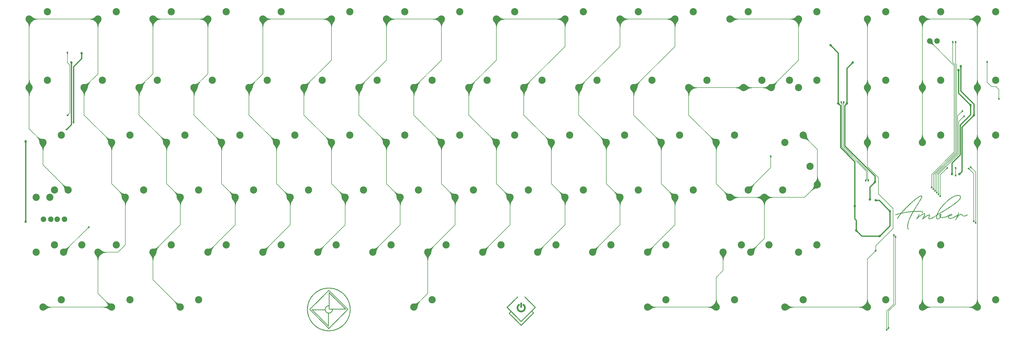
<source format=gbr>
%TF.GenerationSoftware,KiCad,Pcbnew,(5.1.10)-1*%
%TF.CreationDate,2022-04-07T18:11:12+07:00*%
%TF.ProjectId,solder,736f6c64-6572-42e6-9b69-6361645f7063,rev?*%
%TF.SameCoordinates,Original*%
%TF.FileFunction,Copper,L1,Top*%
%TF.FilePolarity,Positive*%
%FSLAX46Y46*%
G04 Gerber Fmt 4.6, Leading zero omitted, Abs format (unit mm)*
G04 Created by KiCad (PCBNEW (5.1.10)-1) date 2022-04-07 18:11:12*
%MOMM*%
%LPD*%
G01*
G04 APERTURE LIST*
%TA.AperFunction,EtchedComponent*%
%ADD10C,0.010000*%
%TD*%
%TA.AperFunction,ComponentPad*%
%ADD11C,2.500000*%
%TD*%
%TA.AperFunction,ComponentPad*%
%ADD12C,1.905000*%
%TD*%
%TA.AperFunction,ViaPad*%
%ADD13C,0.800000*%
%TD*%
%TA.AperFunction,ViaPad*%
%ADD14C,0.600000*%
%TD*%
%TA.AperFunction,Conductor*%
%ADD15C,0.400000*%
%TD*%
%TA.AperFunction,Conductor*%
%ADD16C,0.200000*%
%TD*%
%TA.AperFunction,Conductor*%
%ADD17C,0.025400*%
%TD*%
%TA.AperFunction,Conductor*%
%ADD18C,0.100000*%
%TD*%
G04 APERTURE END LIST*
D10*
%TO.C,G\u002A\u002A\u002A*%
G36*
X342125680Y-82392264D02*
G01*
X342237657Y-82401736D01*
X342336340Y-82416467D01*
X342411647Y-82434424D01*
X342514141Y-82473772D01*
X342602351Y-82526729D01*
X342676602Y-82593721D01*
X342737221Y-82675176D01*
X342784532Y-82771521D01*
X342818862Y-82883185D01*
X342838609Y-82994584D01*
X342842546Y-83101626D01*
X342828537Y-83216470D01*
X342796956Y-83338129D01*
X342748178Y-83465617D01*
X342682577Y-83597947D01*
X342600530Y-83734134D01*
X342507082Y-83866996D01*
X342448743Y-83942803D01*
X342390156Y-84015000D01*
X342328221Y-84087113D01*
X342259841Y-84162667D01*
X342181916Y-84245190D01*
X342107107Y-84322178D01*
X341971457Y-84457054D01*
X341827281Y-84593822D01*
X341673935Y-84732962D01*
X341510771Y-84874959D01*
X341337146Y-85020296D01*
X341152412Y-85169453D01*
X340955924Y-85322915D01*
X340747036Y-85481165D01*
X340525103Y-85644684D01*
X340289479Y-85813956D01*
X340039518Y-85989463D01*
X339774575Y-86171689D01*
X339494003Y-86361115D01*
X339197157Y-86558225D01*
X338883391Y-86763501D01*
X338574562Y-86962979D01*
X338081094Y-87277372D01*
X337598394Y-87579779D01*
X337127020Y-87869865D01*
X336667529Y-88147297D01*
X336220481Y-88411739D01*
X335786433Y-88662856D01*
X335365943Y-88900316D01*
X335079584Y-89058440D01*
X335000876Y-89101519D01*
X334927846Y-89141573D01*
X334862392Y-89177553D01*
X334806413Y-89208414D01*
X334761806Y-89233106D01*
X334730470Y-89250584D01*
X334714304Y-89259800D01*
X334712506Y-89260943D01*
X334707558Y-89273221D01*
X334699016Y-89302118D01*
X334687657Y-89344413D01*
X334674257Y-89396880D01*
X334659593Y-89456296D01*
X334644441Y-89519436D01*
X334629579Y-89583078D01*
X334615782Y-89643996D01*
X334603827Y-89698967D01*
X334594490Y-89744767D01*
X334589821Y-89770280D01*
X334571507Y-89894833D01*
X334559305Y-90013437D01*
X334553192Y-90123976D01*
X334553146Y-90224333D01*
X334559144Y-90312393D01*
X334571162Y-90386040D01*
X334589177Y-90443158D01*
X334597320Y-90459612D01*
X334635803Y-90508956D01*
X334685870Y-90543208D01*
X334745945Y-90562762D01*
X334814455Y-90568011D01*
X334889825Y-90559347D01*
X334970480Y-90537164D01*
X335054846Y-90501854D01*
X335141348Y-90453810D01*
X335228412Y-90393426D01*
X335314462Y-90321094D01*
X335370202Y-90266726D01*
X335417827Y-90214275D01*
X335464690Y-90156860D01*
X335508201Y-90098195D01*
X335545771Y-90041991D01*
X335574808Y-89991962D01*
X335592725Y-89951820D01*
X335594967Y-89944499D01*
X335600361Y-89912202D01*
X335598767Y-89876392D01*
X335589470Y-89832726D01*
X335571754Y-89776863D01*
X335563624Y-89754150D01*
X335529823Y-89647854D01*
X335509195Y-89547165D01*
X335500221Y-89443653D01*
X335499557Y-89398550D01*
X335501147Y-89367353D01*
X335666081Y-89367353D01*
X335667049Y-89438598D01*
X335671730Y-89506205D01*
X335680014Y-89562324D01*
X335680109Y-89562773D01*
X335692076Y-89609888D01*
X335705932Y-89649854D01*
X335720002Y-89678724D01*
X335732613Y-89692547D01*
X335735400Y-89693190D01*
X335743628Y-89684639D01*
X335756635Y-89662348D01*
X335769935Y-89634770D01*
X335795064Y-89568971D01*
X335815091Y-89497632D01*
X335829911Y-89423663D01*
X335839417Y-89349977D01*
X335843502Y-89279482D01*
X335842063Y-89215091D01*
X335834990Y-89159713D01*
X335822180Y-89116260D01*
X335803526Y-89087641D01*
X335790190Y-89079065D01*
X335766091Y-89079836D01*
X335741029Y-89097899D01*
X335716943Y-89130435D01*
X335695776Y-89174623D01*
X335679468Y-89227645D01*
X335675718Y-89245351D01*
X335668935Y-89300320D01*
X335666081Y-89367353D01*
X335501147Y-89367353D01*
X335505177Y-89288338D01*
X335521105Y-89192796D01*
X335547069Y-89112881D01*
X335582802Y-89049547D01*
X335605228Y-89023411D01*
X335652379Y-88987430D01*
X335710353Y-88960232D01*
X335774282Y-88942588D01*
X335839298Y-88935266D01*
X335900531Y-88939037D01*
X335953113Y-88954671D01*
X335972103Y-88965403D01*
X335996720Y-88987466D01*
X336014430Y-89017106D01*
X336026116Y-89057413D01*
X336032661Y-89111477D01*
X336034950Y-89182387D01*
X336034964Y-89185190D01*
X336032607Y-89269506D01*
X336024128Y-89349510D01*
X336008510Y-89429256D01*
X335984737Y-89512798D01*
X335951795Y-89604188D01*
X335908668Y-89707482D01*
X335898189Y-89731139D01*
X335876840Y-89779460D01*
X335858835Y-89821210D01*
X335845654Y-89852877D01*
X335838779Y-89870949D01*
X335838127Y-89873582D01*
X335846422Y-89882529D01*
X335868736Y-89898737D01*
X335901212Y-89919805D01*
X335939991Y-89943333D01*
X335981215Y-89966920D01*
X336021027Y-89988166D01*
X336027726Y-89991547D01*
X336122523Y-90029112D01*
X336232668Y-90055415D01*
X336356777Y-90070723D01*
X336493466Y-90075304D01*
X336641351Y-90069424D01*
X336799047Y-90053351D01*
X336965170Y-90027353D01*
X337138335Y-89991695D01*
X337317159Y-89946646D01*
X337500257Y-89892472D01*
X337686245Y-89829441D01*
X337873738Y-89757820D01*
X338061353Y-89677877D01*
X338247704Y-89589877D01*
X338332871Y-89546635D01*
X338536222Y-89434876D01*
X338567233Y-89415898D01*
X338951900Y-89415898D01*
X338954461Y-89418870D01*
X338966957Y-89417869D01*
X338996412Y-89415081D01*
X339039577Y-89410827D01*
X339093200Y-89405427D01*
X339154032Y-89399202D01*
X339161055Y-89398478D01*
X339263428Y-89386932D01*
X339347928Y-89374982D01*
X339417000Y-89361928D01*
X339473090Y-89347073D01*
X339518641Y-89329716D01*
X339556100Y-89309160D01*
X339587911Y-89284705D01*
X339600348Y-89272930D01*
X339635670Y-89228765D01*
X339658874Y-89181176D01*
X339669167Y-89134173D01*
X339665757Y-89091764D01*
X339647851Y-89057961D01*
X339643679Y-89053704D01*
X339607913Y-89033467D01*
X339559243Y-89025858D01*
X339500206Y-89030296D01*
X339433340Y-89046199D01*
X339361180Y-89072987D01*
X339286264Y-89110077D01*
X339220126Y-89150743D01*
X339190194Y-89173042D01*
X339154721Y-89202758D01*
X339116096Y-89237477D01*
X339076706Y-89274791D01*
X339038942Y-89312289D01*
X339005190Y-89347559D01*
X338977840Y-89378191D01*
X338959281Y-89401775D01*
X338951900Y-89415898D01*
X338567233Y-89415898D01*
X338731353Y-89315464D01*
X338906447Y-89196243D01*
X339006100Y-89125721D01*
X339092956Y-89067157D01*
X339169528Y-89019151D01*
X339238329Y-88980301D01*
X339301872Y-88949204D01*
X339362669Y-88924460D01*
X339423234Y-88904666D01*
X339435246Y-88901260D01*
X339522902Y-88884061D01*
X339603070Y-88882275D01*
X339674201Y-88895060D01*
X339734747Y-88921573D01*
X339783159Y-88960974D01*
X339817890Y-89012420D01*
X339837391Y-89075070D01*
X339841167Y-89121976D01*
X339831519Y-89202592D01*
X339802512Y-89277207D01*
X339754048Y-89346064D01*
X339748885Y-89351816D01*
X339700683Y-89398973D01*
X339648049Y-89438708D01*
X339588926Y-89471618D01*
X339521258Y-89498298D01*
X339442991Y-89519344D01*
X339352067Y-89535350D01*
X339246432Y-89546911D01*
X339124029Y-89554624D01*
X339037632Y-89557767D01*
X338808138Y-89564250D01*
X338775135Y-89664937D01*
X338743789Y-89776425D01*
X338724003Y-89887084D01*
X338714610Y-90004575D01*
X338713445Y-90069497D01*
X338715058Y-90140610D01*
X338720898Y-90195215D01*
X338732395Y-90236928D01*
X338750979Y-90269366D01*
X338778079Y-90296147D01*
X338812080Y-90319089D01*
X338851249Y-90339270D01*
X338893856Y-90354166D01*
X338943582Y-90364416D01*
X339004105Y-90370658D01*
X339079107Y-90373533D01*
X339127817Y-90373910D01*
X339247712Y-90370260D01*
X339368488Y-90358964D01*
X339491845Y-90339500D01*
X339619482Y-90311346D01*
X339753098Y-90273981D01*
X339894391Y-90226884D01*
X340045062Y-90169534D01*
X340206809Y-90101409D01*
X340381331Y-90021987D01*
X340567607Y-89932092D01*
X340727560Y-89851183D01*
X340882750Y-89769047D01*
X341031635Y-89686650D01*
X341172673Y-89604957D01*
X341304322Y-89524934D01*
X341425040Y-89447545D01*
X341533285Y-89373757D01*
X341627515Y-89304533D01*
X341706188Y-89240841D01*
X341767763Y-89183643D01*
X341774677Y-89176476D01*
X341806427Y-89139451D01*
X341836153Y-89096558D01*
X341864975Y-89045437D01*
X341894013Y-88983730D01*
X341924385Y-88909075D01*
X341957212Y-88819111D01*
X341989845Y-88722910D01*
X342010877Y-88661038D01*
X342031060Y-88604900D01*
X342049156Y-88557692D01*
X342063927Y-88522614D01*
X342074134Y-88502861D01*
X342075921Y-88500596D01*
X342101803Y-88487385D01*
X342133239Y-88491889D01*
X342167078Y-88513462D01*
X342175032Y-88520931D01*
X342191568Y-88541166D01*
X342197028Y-88562389D01*
X342194940Y-88589678D01*
X342190584Y-88614609D01*
X342183476Y-88644328D01*
X342173090Y-88680256D01*
X342158904Y-88723815D01*
X342140394Y-88776423D01*
X342117035Y-88839502D01*
X342088303Y-88914472D01*
X342053675Y-89002753D01*
X342012626Y-89105767D01*
X341964634Y-89224933D01*
X341920278Y-89334352D01*
X341892359Y-89403278D01*
X341867118Y-89465996D01*
X341845522Y-89520067D01*
X341828542Y-89563047D01*
X341817148Y-89592496D01*
X341812308Y-89605973D01*
X341812207Y-89606489D01*
X341816412Y-89609455D01*
X341829758Y-89602265D01*
X341853339Y-89584026D01*
X341888249Y-89553845D01*
X341935584Y-89510828D01*
X341979847Y-89469650D01*
X342097931Y-89362296D01*
X342207536Y-89269761D01*
X342311475Y-89189971D01*
X342412564Y-89120854D01*
X342513618Y-89060336D01*
X342592141Y-89018813D01*
X342681416Y-88976287D01*
X342758253Y-88944878D01*
X342826421Y-88923445D01*
X342889689Y-88910848D01*
X342951828Y-88905948D01*
X342965897Y-88905790D01*
X343011806Y-88906418D01*
X343045389Y-88909528D01*
X343074630Y-88916952D01*
X343107512Y-88930527D01*
X343138617Y-88945479D01*
X343210356Y-88989351D01*
X343283983Y-89050553D01*
X343356930Y-89126593D01*
X343426629Y-89214975D01*
X343448294Y-89246150D01*
X343517193Y-89340290D01*
X343585611Y-89415692D01*
X343656105Y-89473709D01*
X343731229Y-89515694D01*
X343813541Y-89543000D01*
X343905595Y-89556981D01*
X344009948Y-89558991D01*
X344036971Y-89557849D01*
X344225614Y-89538010D01*
X344409293Y-89498502D01*
X344588104Y-89439292D01*
X344762143Y-89360348D01*
X344931505Y-89261640D01*
X344931541Y-89261616D01*
X344988999Y-89224806D01*
X345032658Y-89198490D01*
X345065345Y-89181484D01*
X345089886Y-89172600D01*
X345109110Y-89170652D01*
X345125844Y-89174454D01*
X345132452Y-89177309D01*
X345156855Y-89198081D01*
X345164230Y-89227043D01*
X345154538Y-89261239D01*
X345133926Y-89291001D01*
X345100411Y-89322515D01*
X345051312Y-89359681D01*
X344989910Y-89400592D01*
X344919484Y-89443340D01*
X344843313Y-89486020D01*
X344764676Y-89526725D01*
X344686853Y-89563548D01*
X344613124Y-89594583D01*
X344609084Y-89596149D01*
X344471386Y-89642828D01*
X344333984Y-89675785D01*
X344191446Y-89695985D01*
X344038342Y-89704393D01*
X343998104Y-89704766D01*
X343903477Y-89702850D01*
X343824245Y-89696331D01*
X343755843Y-89684387D01*
X343693700Y-89666200D01*
X343633250Y-89640949D01*
X343627711Y-89638289D01*
X343584854Y-89615480D01*
X343544838Y-89589230D01*
X343505100Y-89557157D01*
X343463076Y-89516880D01*
X343416201Y-89466016D01*
X343361910Y-89402185D01*
X343325307Y-89357409D01*
X343259868Y-89278222D01*
X343203694Y-89214500D01*
X343154853Y-89164754D01*
X343111414Y-89127492D01*
X343071446Y-89101222D01*
X343033016Y-89084453D01*
X342994193Y-89075695D01*
X342957434Y-89073430D01*
X342914030Y-89076573D01*
X342869421Y-89084543D01*
X342851422Y-89089566D01*
X342788072Y-89114570D01*
X342712957Y-89150794D01*
X342629627Y-89196107D01*
X342541633Y-89248375D01*
X342452526Y-89305465D01*
X342365855Y-89365244D01*
X342285172Y-89425579D01*
X342263610Y-89442708D01*
X342181471Y-89514433D01*
X342092191Y-89602469D01*
X341997430Y-89704813D01*
X341898853Y-89819462D01*
X341798123Y-89944413D01*
X341696901Y-90077665D01*
X341596851Y-90217215D01*
X341499637Y-90361060D01*
X341494470Y-90368957D01*
X341462927Y-90417796D01*
X341433694Y-90464427D01*
X341405031Y-90511884D01*
X341375194Y-90563198D01*
X341342442Y-90621401D01*
X341305033Y-90689524D01*
X341261225Y-90770600D01*
X341226786Y-90834874D01*
X341184418Y-90910224D01*
X341145842Y-90970959D01*
X341111885Y-91015991D01*
X341083371Y-91044234D01*
X341061125Y-91054600D01*
X341060079Y-91054630D01*
X341040430Y-91046871D01*
X341025383Y-91032049D01*
X341013400Y-91009808D01*
X341009567Y-90994761D01*
X341013996Y-90973478D01*
X341026958Y-90935102D01*
X341047962Y-90880748D01*
X341076521Y-90811530D01*
X341112145Y-90728563D01*
X341154345Y-90632962D01*
X341202631Y-90525840D01*
X341256514Y-90408313D01*
X341315505Y-90281496D01*
X341379115Y-90146502D01*
X341414925Y-90071201D01*
X341453636Y-89989324D01*
X341492042Y-89906747D01*
X341528994Y-89826048D01*
X341563345Y-89749809D01*
X341593945Y-89680610D01*
X341619648Y-89621031D01*
X341639304Y-89573652D01*
X341651766Y-89541054D01*
X341654349Y-89533170D01*
X341655683Y-89514385D01*
X341648636Y-89510310D01*
X341632359Y-89515379D01*
X341602139Y-89529374D01*
X341561281Y-89550479D01*
X341513092Y-89576875D01*
X341460875Y-89606746D01*
X341407936Y-89638274D01*
X341357580Y-89669642D01*
X341349927Y-89674561D01*
X341100014Y-89829268D01*
X340850666Y-89970373D01*
X340603240Y-90097285D01*
X340359097Y-90209416D01*
X340119594Y-90306176D01*
X339886090Y-90386977D01*
X339659944Y-90451229D01*
X339455087Y-90496048D01*
X339384629Y-90506821D01*
X339304958Y-90515286D01*
X339221210Y-90521222D01*
X339138522Y-90524404D01*
X339062032Y-90524607D01*
X338996876Y-90521608D01*
X338961338Y-90517574D01*
X338850231Y-90493156D01*
X338754909Y-90457295D01*
X338675752Y-90410254D01*
X338613140Y-90352298D01*
X338567452Y-90283690D01*
X338545351Y-90228184D01*
X338528466Y-90145307D01*
X338523302Y-90049895D01*
X338529615Y-89945837D01*
X338547163Y-89837022D01*
X338575703Y-89727338D01*
X338576934Y-89723417D01*
X338588641Y-89682181D01*
X338595021Y-89650581D01*
X338595291Y-89632791D01*
X338594299Y-89630978D01*
X338579571Y-89627716D01*
X338550061Y-89633204D01*
X338505099Y-89647674D01*
X338444015Y-89671354D01*
X338366140Y-89704474D01*
X338319323Y-89725262D01*
X338152311Y-89799246D01*
X338000381Y-89864253D01*
X337860891Y-89921246D01*
X337731201Y-89971189D01*
X337608668Y-90015044D01*
X337490652Y-90053775D01*
X337374510Y-90088345D01*
X337257603Y-90119716D01*
X337194487Y-90135361D01*
X336998694Y-90177927D01*
X336816038Y-90207751D01*
X336644062Y-90225125D01*
X336480313Y-90230340D01*
X336408170Y-90228779D01*
X336280119Y-90220119D01*
X336166938Y-90204008D01*
X336064201Y-90179358D01*
X335967479Y-90145081D01*
X335872344Y-90100088D01*
X335862045Y-90094578D01*
X335822237Y-90074419D01*
X335786565Y-90058788D01*
X335760441Y-90049951D01*
X335752800Y-90048790D01*
X335738805Y-90052293D01*
X335723129Y-90064650D01*
X335703144Y-90088631D01*
X335676224Y-90127009D01*
X335670408Y-90135706D01*
X335620686Y-90203225D01*
X335557727Y-90277591D01*
X335485521Y-90354867D01*
X335408053Y-90431119D01*
X335329312Y-90502410D01*
X335253284Y-90564805D01*
X335188320Y-90611524D01*
X335113225Y-90651574D01*
X335024818Y-90683388D01*
X334928920Y-90705565D01*
X334831353Y-90716706D01*
X334751617Y-90716465D01*
X334668083Y-90705984D01*
X334598328Y-90685238D01*
X334540572Y-90652557D01*
X334493033Y-90606270D01*
X334453932Y-90544707D01*
X334421486Y-90466199D01*
X334397731Y-90384579D01*
X334390825Y-90350495D01*
X334385978Y-90309474D01*
X334382953Y-90257918D01*
X334381511Y-90192225D01*
X334381320Y-90135150D01*
X334382399Y-90050766D01*
X334385708Y-89975413D01*
X334391877Y-89903951D01*
X334401535Y-89831238D01*
X334415313Y-89752132D01*
X334433839Y-89661493D01*
X334446255Y-89604978D01*
X334456919Y-89554354D01*
X334464847Y-89510852D01*
X334469442Y-89478272D01*
X334470103Y-89460412D01*
X334469365Y-89458405D01*
X334459026Y-89461575D01*
X334434956Y-89475043D01*
X334399833Y-89497122D01*
X334356335Y-89526124D01*
X334307140Y-89560363D01*
X334303967Y-89562617D01*
X334092760Y-89710296D01*
X333886446Y-89849500D01*
X333685933Y-89979731D01*
X333492130Y-90100490D01*
X333305944Y-90211276D01*
X333128284Y-90311590D01*
X332960059Y-90400933D01*
X332802177Y-90478805D01*
X332655547Y-90544706D01*
X332521077Y-90598138D01*
X332399674Y-90638600D01*
X332301584Y-90663674D01*
X332195176Y-90680602D01*
X332091826Y-90686549D01*
X331994326Y-90681881D01*
X331905463Y-90666966D01*
X331828030Y-90642172D01*
X331764814Y-90607867D01*
X331742375Y-90589992D01*
X331706086Y-90543583D01*
X331682904Y-90482002D01*
X331672891Y-90405657D01*
X331676107Y-90314953D01*
X331688497Y-90231003D01*
X331699723Y-90177534D01*
X331713631Y-90122899D01*
X331731281Y-90063828D01*
X331753732Y-89997055D01*
X331782046Y-89919311D01*
X331817283Y-89827328D01*
X331830022Y-89794790D01*
X331862746Y-89710511D01*
X331888386Y-89641806D01*
X331907936Y-89585600D01*
X331922387Y-89538820D01*
X331932732Y-89498392D01*
X331939962Y-89461243D01*
X331942033Y-89447813D01*
X331945205Y-89405732D01*
X331938807Y-89375923D01*
X331920227Y-89355702D01*
X331886854Y-89342385D01*
X331836077Y-89333289D01*
X331829830Y-89332494D01*
X331762771Y-89332511D01*
X331682884Y-89347255D01*
X331590874Y-89376293D01*
X331487443Y-89419190D01*
X331373294Y-89475513D01*
X331249130Y-89544828D01*
X331115654Y-89626702D01*
X330973568Y-89720701D01*
X330823576Y-89826390D01*
X330666380Y-89943337D01*
X330502684Y-90071108D01*
X330333190Y-90209269D01*
X330158601Y-90357385D01*
X330133287Y-90379331D01*
X330026206Y-90471727D01*
X329932748Y-90550832D01*
X329851871Y-90617419D01*
X329782534Y-90672263D01*
X329723693Y-90716136D01*
X329674307Y-90749812D01*
X329633333Y-90774066D01*
X329599729Y-90789670D01*
X329572454Y-90797399D01*
X329569535Y-90797837D01*
X329541508Y-90799512D01*
X329527079Y-90793713D01*
X329522577Y-90786161D01*
X329524372Y-90768972D01*
X329536030Y-90735564D01*
X329556973Y-90687152D01*
X329586621Y-90624950D01*
X329624398Y-90550170D01*
X329669724Y-90464028D01*
X329721420Y-90368830D01*
X329787475Y-90246562D01*
X329853008Y-90120940D01*
X329917214Y-89993780D01*
X329979283Y-89866899D01*
X330038409Y-89742112D01*
X330093783Y-89621237D01*
X330144598Y-89506090D01*
X330190045Y-89398487D01*
X330229319Y-89300245D01*
X330261609Y-89213179D01*
X330286110Y-89139108D01*
X330302013Y-89079847D01*
X330307174Y-89051538D01*
X330307314Y-88998908D01*
X330294840Y-88951212D01*
X330271675Y-88913489D01*
X330247170Y-88894100D01*
X330205563Y-88882627D01*
X330149023Y-88882756D01*
X330079030Y-88894113D01*
X329997067Y-88916324D01*
X329904615Y-88949014D01*
X329803156Y-88991810D01*
X329737047Y-89022928D01*
X329583425Y-89103636D01*
X329418927Y-89200958D01*
X329243945Y-89314601D01*
X329058876Y-89444274D01*
X328864112Y-89589683D01*
X328660049Y-89750535D01*
X328447082Y-89926538D01*
X328225604Y-90117398D01*
X328044490Y-90278842D01*
X327960825Y-90354047D01*
X327881919Y-90424150D01*
X327809364Y-90487777D01*
X327744753Y-90543559D01*
X327689680Y-90590126D01*
X327645737Y-90626105D01*
X327614517Y-90650126D01*
X327606666Y-90655605D01*
X327572857Y-90672663D01*
X327548766Y-90674010D01*
X327534666Y-90667046D01*
X327525428Y-90655798D01*
X327521552Y-90639150D01*
X327523534Y-90615985D01*
X327531872Y-90585186D01*
X327547065Y-90545637D01*
X327569610Y-90496221D01*
X327600005Y-90435822D01*
X327638749Y-90363323D01*
X327686338Y-90277607D01*
X327743271Y-90177558D01*
X327810045Y-90062060D01*
X327859256Y-89977670D01*
X327908961Y-89892196D01*
X327960596Y-89802594D01*
X328011982Y-89712702D01*
X328060939Y-89626355D01*
X328105289Y-89547392D01*
X328142852Y-89479648D01*
X328162153Y-89444270D01*
X328215776Y-89345568D01*
X328261038Y-89263496D01*
X328298879Y-89196615D01*
X328330239Y-89143486D01*
X328356057Y-89102673D01*
X328377272Y-89072737D01*
X328394824Y-89052239D01*
X328409652Y-89039743D01*
X328422696Y-89033809D01*
X328430964Y-89032790D01*
X328453970Y-89041849D01*
X328474954Y-89065224D01*
X328486686Y-89090695D01*
X328487314Y-89118494D01*
X328477865Y-89161697D01*
X328459165Y-89218559D01*
X328432040Y-89287336D01*
X328397315Y-89366286D01*
X328355817Y-89453662D01*
X328308372Y-89547723D01*
X328255805Y-89646724D01*
X328198942Y-89748920D01*
X328138609Y-89852568D01*
X328081071Y-89947190D01*
X328047923Y-90000551D01*
X328024145Y-90038958D01*
X328008404Y-90064728D01*
X327999363Y-90080178D01*
X327995689Y-90087625D01*
X327996046Y-90089387D01*
X327999100Y-90087779D01*
X328000657Y-90086788D01*
X328013494Y-90077382D01*
X328040309Y-90056724D01*
X328079237Y-90026292D01*
X328128415Y-89987561D01*
X328185978Y-89942008D01*
X328250065Y-89891109D01*
X328318811Y-89836339D01*
X328390352Y-89779176D01*
X328462825Y-89721095D01*
X328498736Y-89692246D01*
X328709377Y-89526269D01*
X328908977Y-89375925D01*
X329097370Y-89241321D01*
X329274391Y-89122568D01*
X329439875Y-89019775D01*
X329593656Y-88933052D01*
X329735569Y-88862507D01*
X329784754Y-88840649D01*
X329910137Y-88791178D01*
X330021972Y-88756319D01*
X330120808Y-88736051D01*
X330207194Y-88730352D01*
X330281678Y-88739201D01*
X330344811Y-88762576D01*
X330397141Y-88800454D01*
X330411814Y-88815769D01*
X330444147Y-88855603D01*
X330466286Y-88892320D01*
X330478766Y-88929922D01*
X330482122Y-88972410D01*
X330476890Y-89023786D01*
X330463605Y-89088051D01*
X330453607Y-89128221D01*
X330418449Y-89247717D01*
X330370614Y-89382754D01*
X330310209Y-89533074D01*
X330237338Y-89698421D01*
X330152108Y-89878538D01*
X330110706Y-89962430D01*
X330063965Y-90056862D01*
X330024528Y-90138267D01*
X329992800Y-90205747D01*
X329969189Y-90258408D01*
X329954102Y-90295356D01*
X329947948Y-90315694D01*
X329948313Y-90319323D01*
X329958136Y-90315185D01*
X329982025Y-90298686D01*
X330018732Y-90270823D01*
X330067009Y-90232590D01*
X330125608Y-90184983D01*
X330193281Y-90128997D01*
X330268778Y-90065628D01*
X330306007Y-90034090D01*
X330459352Y-89907777D01*
X330616830Y-89785548D01*
X330774939Y-89669906D01*
X330930178Y-89563353D01*
X331079045Y-89468389D01*
X331185791Y-89405495D01*
X331327423Y-89329816D01*
X331459449Y-89268255D01*
X331581332Y-89220920D01*
X331692534Y-89187919D01*
X331792518Y-89169362D01*
X331880747Y-89165357D01*
X331956684Y-89176014D01*
X332019791Y-89201440D01*
X332057032Y-89229000D01*
X332080861Y-89255013D01*
X332098646Y-89284177D01*
X332110208Y-89318170D01*
X332115366Y-89358668D01*
X332113941Y-89407350D01*
X332105754Y-89465893D01*
X332090625Y-89535975D01*
X332068374Y-89619273D01*
X332038823Y-89717465D01*
X332001791Y-89832228D01*
X331988044Y-89873584D01*
X331949718Y-89989888D01*
X331918405Y-90089017D01*
X331893760Y-90172739D01*
X331875442Y-90242823D01*
X331863107Y-90301034D01*
X331856412Y-90349142D01*
X331855013Y-90388913D01*
X331858568Y-90422114D01*
X331866733Y-90450515D01*
X331873202Y-90465004D01*
X331896094Y-90498795D01*
X331926932Y-90521661D01*
X331969074Y-90535005D01*
X332025878Y-90540230D01*
X332053527Y-90540360D01*
X332172577Y-90532520D01*
X332299037Y-90511830D01*
X332433493Y-90478020D01*
X332576531Y-90430825D01*
X332728738Y-90369976D01*
X332890700Y-90295205D01*
X333063003Y-90206246D01*
X333246233Y-90102830D01*
X333440977Y-89984691D01*
X333647821Y-89851560D01*
X333826447Y-89731311D01*
X333953665Y-89643325D01*
X334064912Y-89564610D01*
X334161668Y-89494029D01*
X334245414Y-89430444D01*
X334317630Y-89372720D01*
X334379799Y-89319718D01*
X334433399Y-89270302D01*
X334456676Y-89247364D01*
X334498753Y-89203929D01*
X334533371Y-89165098D01*
X334562623Y-89127385D01*
X334588603Y-89087304D01*
X334613406Y-89041367D01*
X334639125Y-88986089D01*
X334647248Y-88966831D01*
X334833287Y-88966831D01*
X334838850Y-88980602D01*
X334844091Y-88981990D01*
X334856742Y-88977497D01*
X334883999Y-88965092D01*
X334922516Y-88946385D01*
X334968950Y-88922984D01*
X334999299Y-88907318D01*
X335102956Y-88852315D01*
X335222365Y-88787124D01*
X335356188Y-88712545D01*
X335503085Y-88629378D01*
X335661717Y-88538424D01*
X335830746Y-88440484D01*
X336008831Y-88336359D01*
X336194634Y-88226849D01*
X336386816Y-88112755D01*
X336584036Y-87994878D01*
X336784958Y-87874018D01*
X336988240Y-87750976D01*
X337192544Y-87626553D01*
X337396530Y-87501549D01*
X337598860Y-87376765D01*
X337798195Y-87253002D01*
X337993195Y-87131060D01*
X338182520Y-87011740D01*
X338364833Y-86895844D01*
X338383207Y-86884102D01*
X338767995Y-86635938D01*
X339134076Y-86395426D01*
X339481537Y-86162493D01*
X339810464Y-85937066D01*
X340120944Y-85719074D01*
X340413066Y-85508445D01*
X340686915Y-85305105D01*
X340942579Y-85108982D01*
X341180145Y-84920004D01*
X341399700Y-84738099D01*
X341601332Y-84563195D01*
X341785127Y-84395218D01*
X341951172Y-84234097D01*
X342099555Y-84079759D01*
X342230363Y-83932132D01*
X342343682Y-83791144D01*
X342439600Y-83656722D01*
X342518204Y-83528794D01*
X342579582Y-83407287D01*
X342585895Y-83392898D01*
X342617325Y-83314504D01*
X342639106Y-83245326D01*
X342653125Y-83177855D01*
X342661268Y-83104577D01*
X342662374Y-83088298D01*
X342661151Y-82978554D01*
X342643278Y-82880308D01*
X342608945Y-82793687D01*
X342558342Y-82718819D01*
X342491661Y-82655831D01*
X342409091Y-82604849D01*
X342310823Y-82566002D01*
X342197046Y-82539415D01*
X342067952Y-82525216D01*
X341923731Y-82523533D01*
X341824842Y-82528982D01*
X341592043Y-82556485D01*
X341354054Y-82602912D01*
X341110802Y-82668305D01*
X340862212Y-82752703D01*
X340608210Y-82856144D01*
X340348722Y-82978668D01*
X340083675Y-83120314D01*
X339812994Y-83281122D01*
X339536605Y-83461131D01*
X339254434Y-83660380D01*
X338966408Y-83878908D01*
X338672451Y-84116755D01*
X338408756Y-84342115D01*
X338228058Y-84503025D01*
X338038728Y-84676749D01*
X337843573Y-84860498D01*
X337645396Y-85051480D01*
X337447002Y-85246907D01*
X337251197Y-85443987D01*
X337060785Y-85639931D01*
X336878571Y-85831949D01*
X336707360Y-86017249D01*
X336563357Y-86177830D01*
X336270784Y-86523707D01*
X335996961Y-86876939D01*
X335741452Y-87238186D01*
X335503822Y-87608107D01*
X335283636Y-87987363D01*
X335080457Y-88376612D01*
X334995975Y-88551982D01*
X334944757Y-88662832D01*
X334903383Y-88756422D01*
X334871701Y-88833186D01*
X334849560Y-88893554D01*
X334836806Y-88937958D01*
X334833287Y-88966831D01*
X334647248Y-88966831D01*
X334667854Y-88917982D01*
X334694851Y-88850813D01*
X334739363Y-88743592D01*
X334793181Y-88622184D01*
X334854803Y-88489610D01*
X334922724Y-88348890D01*
X334995442Y-88203043D01*
X335071453Y-88055090D01*
X335149254Y-87908050D01*
X335227341Y-87764943D01*
X335296517Y-87642189D01*
X335447386Y-87391261D01*
X335615686Y-87133912D01*
X335800075Y-86871492D01*
X335999212Y-86605354D01*
X336211753Y-86336848D01*
X336436356Y-86067326D01*
X336671679Y-85798140D01*
X336916380Y-85530641D01*
X337169115Y-85266180D01*
X337428542Y-85006110D01*
X337693320Y-84751781D01*
X337962104Y-84504546D01*
X338233554Y-84265755D01*
X338506327Y-84036760D01*
X338779080Y-83818914D01*
X339050470Y-83613566D01*
X339319156Y-83422069D01*
X339583795Y-83245774D01*
X339791861Y-83116489D01*
X340011664Y-82989325D01*
X340229502Y-82872763D01*
X340443704Y-82767518D01*
X340652603Y-82674305D01*
X340854532Y-82593839D01*
X341047821Y-82526835D01*
X341230804Y-82474009D01*
X341360087Y-82444162D01*
X341482287Y-82422722D01*
X341611062Y-82406357D01*
X341743100Y-82395098D01*
X341875090Y-82388976D01*
X342003721Y-82388021D01*
X342125680Y-82392264D01*
G37*
X342125680Y-82392264D02*
X342237657Y-82401736D01*
X342336340Y-82416467D01*
X342411647Y-82434424D01*
X342514141Y-82473772D01*
X342602351Y-82526729D01*
X342676602Y-82593721D01*
X342737221Y-82675176D01*
X342784532Y-82771521D01*
X342818862Y-82883185D01*
X342838609Y-82994584D01*
X342842546Y-83101626D01*
X342828537Y-83216470D01*
X342796956Y-83338129D01*
X342748178Y-83465617D01*
X342682577Y-83597947D01*
X342600530Y-83734134D01*
X342507082Y-83866996D01*
X342448743Y-83942803D01*
X342390156Y-84015000D01*
X342328221Y-84087113D01*
X342259841Y-84162667D01*
X342181916Y-84245190D01*
X342107107Y-84322178D01*
X341971457Y-84457054D01*
X341827281Y-84593822D01*
X341673935Y-84732962D01*
X341510771Y-84874959D01*
X341337146Y-85020296D01*
X341152412Y-85169453D01*
X340955924Y-85322915D01*
X340747036Y-85481165D01*
X340525103Y-85644684D01*
X340289479Y-85813956D01*
X340039518Y-85989463D01*
X339774575Y-86171689D01*
X339494003Y-86361115D01*
X339197157Y-86558225D01*
X338883391Y-86763501D01*
X338574562Y-86962979D01*
X338081094Y-87277372D01*
X337598394Y-87579779D01*
X337127020Y-87869865D01*
X336667529Y-88147297D01*
X336220481Y-88411739D01*
X335786433Y-88662856D01*
X335365943Y-88900316D01*
X335079584Y-89058440D01*
X335000876Y-89101519D01*
X334927846Y-89141573D01*
X334862392Y-89177553D01*
X334806413Y-89208414D01*
X334761806Y-89233106D01*
X334730470Y-89250584D01*
X334714304Y-89259800D01*
X334712506Y-89260943D01*
X334707558Y-89273221D01*
X334699016Y-89302118D01*
X334687657Y-89344413D01*
X334674257Y-89396880D01*
X334659593Y-89456296D01*
X334644441Y-89519436D01*
X334629579Y-89583078D01*
X334615782Y-89643996D01*
X334603827Y-89698967D01*
X334594490Y-89744767D01*
X334589821Y-89770280D01*
X334571507Y-89894833D01*
X334559305Y-90013437D01*
X334553192Y-90123976D01*
X334553146Y-90224333D01*
X334559144Y-90312393D01*
X334571162Y-90386040D01*
X334589177Y-90443158D01*
X334597320Y-90459612D01*
X334635803Y-90508956D01*
X334685870Y-90543208D01*
X334745945Y-90562762D01*
X334814455Y-90568011D01*
X334889825Y-90559347D01*
X334970480Y-90537164D01*
X335054846Y-90501854D01*
X335141348Y-90453810D01*
X335228412Y-90393426D01*
X335314462Y-90321094D01*
X335370202Y-90266726D01*
X335417827Y-90214275D01*
X335464690Y-90156860D01*
X335508201Y-90098195D01*
X335545771Y-90041991D01*
X335574808Y-89991962D01*
X335592725Y-89951820D01*
X335594967Y-89944499D01*
X335600361Y-89912202D01*
X335598767Y-89876392D01*
X335589470Y-89832726D01*
X335571754Y-89776863D01*
X335563624Y-89754150D01*
X335529823Y-89647854D01*
X335509195Y-89547165D01*
X335500221Y-89443653D01*
X335499557Y-89398550D01*
X335501147Y-89367353D01*
X335666081Y-89367353D01*
X335667049Y-89438598D01*
X335671730Y-89506205D01*
X335680014Y-89562324D01*
X335680109Y-89562773D01*
X335692076Y-89609888D01*
X335705932Y-89649854D01*
X335720002Y-89678724D01*
X335732613Y-89692547D01*
X335735400Y-89693190D01*
X335743628Y-89684639D01*
X335756635Y-89662348D01*
X335769935Y-89634770D01*
X335795064Y-89568971D01*
X335815091Y-89497632D01*
X335829911Y-89423663D01*
X335839417Y-89349977D01*
X335843502Y-89279482D01*
X335842063Y-89215091D01*
X335834990Y-89159713D01*
X335822180Y-89116260D01*
X335803526Y-89087641D01*
X335790190Y-89079065D01*
X335766091Y-89079836D01*
X335741029Y-89097899D01*
X335716943Y-89130435D01*
X335695776Y-89174623D01*
X335679468Y-89227645D01*
X335675718Y-89245351D01*
X335668935Y-89300320D01*
X335666081Y-89367353D01*
X335501147Y-89367353D01*
X335505177Y-89288338D01*
X335521105Y-89192796D01*
X335547069Y-89112881D01*
X335582802Y-89049547D01*
X335605228Y-89023411D01*
X335652379Y-88987430D01*
X335710353Y-88960232D01*
X335774282Y-88942588D01*
X335839298Y-88935266D01*
X335900531Y-88939037D01*
X335953113Y-88954671D01*
X335972103Y-88965403D01*
X335996720Y-88987466D01*
X336014430Y-89017106D01*
X336026116Y-89057413D01*
X336032661Y-89111477D01*
X336034950Y-89182387D01*
X336034964Y-89185190D01*
X336032607Y-89269506D01*
X336024128Y-89349510D01*
X336008510Y-89429256D01*
X335984737Y-89512798D01*
X335951795Y-89604188D01*
X335908668Y-89707482D01*
X335898189Y-89731139D01*
X335876840Y-89779460D01*
X335858835Y-89821210D01*
X335845654Y-89852877D01*
X335838779Y-89870949D01*
X335838127Y-89873582D01*
X335846422Y-89882529D01*
X335868736Y-89898737D01*
X335901212Y-89919805D01*
X335939991Y-89943333D01*
X335981215Y-89966920D01*
X336021027Y-89988166D01*
X336027726Y-89991547D01*
X336122523Y-90029112D01*
X336232668Y-90055415D01*
X336356777Y-90070723D01*
X336493466Y-90075304D01*
X336641351Y-90069424D01*
X336799047Y-90053351D01*
X336965170Y-90027353D01*
X337138335Y-89991695D01*
X337317159Y-89946646D01*
X337500257Y-89892472D01*
X337686245Y-89829441D01*
X337873738Y-89757820D01*
X338061353Y-89677877D01*
X338247704Y-89589877D01*
X338332871Y-89546635D01*
X338536222Y-89434876D01*
X338567233Y-89415898D01*
X338951900Y-89415898D01*
X338954461Y-89418870D01*
X338966957Y-89417869D01*
X338996412Y-89415081D01*
X339039577Y-89410827D01*
X339093200Y-89405427D01*
X339154032Y-89399202D01*
X339161055Y-89398478D01*
X339263428Y-89386932D01*
X339347928Y-89374982D01*
X339417000Y-89361928D01*
X339473090Y-89347073D01*
X339518641Y-89329716D01*
X339556100Y-89309160D01*
X339587911Y-89284705D01*
X339600348Y-89272930D01*
X339635670Y-89228765D01*
X339658874Y-89181176D01*
X339669167Y-89134173D01*
X339665757Y-89091764D01*
X339647851Y-89057961D01*
X339643679Y-89053704D01*
X339607913Y-89033467D01*
X339559243Y-89025858D01*
X339500206Y-89030296D01*
X339433340Y-89046199D01*
X339361180Y-89072987D01*
X339286264Y-89110077D01*
X339220126Y-89150743D01*
X339190194Y-89173042D01*
X339154721Y-89202758D01*
X339116096Y-89237477D01*
X339076706Y-89274791D01*
X339038942Y-89312289D01*
X339005190Y-89347559D01*
X338977840Y-89378191D01*
X338959281Y-89401775D01*
X338951900Y-89415898D01*
X338567233Y-89415898D01*
X338731353Y-89315464D01*
X338906447Y-89196243D01*
X339006100Y-89125721D01*
X339092956Y-89067157D01*
X339169528Y-89019151D01*
X339238329Y-88980301D01*
X339301872Y-88949204D01*
X339362669Y-88924460D01*
X339423234Y-88904666D01*
X339435246Y-88901260D01*
X339522902Y-88884061D01*
X339603070Y-88882275D01*
X339674201Y-88895060D01*
X339734747Y-88921573D01*
X339783159Y-88960974D01*
X339817890Y-89012420D01*
X339837391Y-89075070D01*
X339841167Y-89121976D01*
X339831519Y-89202592D01*
X339802512Y-89277207D01*
X339754048Y-89346064D01*
X339748885Y-89351816D01*
X339700683Y-89398973D01*
X339648049Y-89438708D01*
X339588926Y-89471618D01*
X339521258Y-89498298D01*
X339442991Y-89519344D01*
X339352067Y-89535350D01*
X339246432Y-89546911D01*
X339124029Y-89554624D01*
X339037632Y-89557767D01*
X338808138Y-89564250D01*
X338775135Y-89664937D01*
X338743789Y-89776425D01*
X338724003Y-89887084D01*
X338714610Y-90004575D01*
X338713445Y-90069497D01*
X338715058Y-90140610D01*
X338720898Y-90195215D01*
X338732395Y-90236928D01*
X338750979Y-90269366D01*
X338778079Y-90296147D01*
X338812080Y-90319089D01*
X338851249Y-90339270D01*
X338893856Y-90354166D01*
X338943582Y-90364416D01*
X339004105Y-90370658D01*
X339079107Y-90373533D01*
X339127817Y-90373910D01*
X339247712Y-90370260D01*
X339368488Y-90358964D01*
X339491845Y-90339500D01*
X339619482Y-90311346D01*
X339753098Y-90273981D01*
X339894391Y-90226884D01*
X340045062Y-90169534D01*
X340206809Y-90101409D01*
X340381331Y-90021987D01*
X340567607Y-89932092D01*
X340727560Y-89851183D01*
X340882750Y-89769047D01*
X341031635Y-89686650D01*
X341172673Y-89604957D01*
X341304322Y-89524934D01*
X341425040Y-89447545D01*
X341533285Y-89373757D01*
X341627515Y-89304533D01*
X341706188Y-89240841D01*
X341767763Y-89183643D01*
X341774677Y-89176476D01*
X341806427Y-89139451D01*
X341836153Y-89096558D01*
X341864975Y-89045437D01*
X341894013Y-88983730D01*
X341924385Y-88909075D01*
X341957212Y-88819111D01*
X341989845Y-88722910D01*
X342010877Y-88661038D01*
X342031060Y-88604900D01*
X342049156Y-88557692D01*
X342063927Y-88522614D01*
X342074134Y-88502861D01*
X342075921Y-88500596D01*
X342101803Y-88487385D01*
X342133239Y-88491889D01*
X342167078Y-88513462D01*
X342175032Y-88520931D01*
X342191568Y-88541166D01*
X342197028Y-88562389D01*
X342194940Y-88589678D01*
X342190584Y-88614609D01*
X342183476Y-88644328D01*
X342173090Y-88680256D01*
X342158904Y-88723815D01*
X342140394Y-88776423D01*
X342117035Y-88839502D01*
X342088303Y-88914472D01*
X342053675Y-89002753D01*
X342012626Y-89105767D01*
X341964634Y-89224933D01*
X341920278Y-89334352D01*
X341892359Y-89403278D01*
X341867118Y-89465996D01*
X341845522Y-89520067D01*
X341828542Y-89563047D01*
X341817148Y-89592496D01*
X341812308Y-89605973D01*
X341812207Y-89606489D01*
X341816412Y-89609455D01*
X341829758Y-89602265D01*
X341853339Y-89584026D01*
X341888249Y-89553845D01*
X341935584Y-89510828D01*
X341979847Y-89469650D01*
X342097931Y-89362296D01*
X342207536Y-89269761D01*
X342311475Y-89189971D01*
X342412564Y-89120854D01*
X342513618Y-89060336D01*
X342592141Y-89018813D01*
X342681416Y-88976287D01*
X342758253Y-88944878D01*
X342826421Y-88923445D01*
X342889689Y-88910848D01*
X342951828Y-88905948D01*
X342965897Y-88905790D01*
X343011806Y-88906418D01*
X343045389Y-88909528D01*
X343074630Y-88916952D01*
X343107512Y-88930527D01*
X343138617Y-88945479D01*
X343210356Y-88989351D01*
X343283983Y-89050553D01*
X343356930Y-89126593D01*
X343426629Y-89214975D01*
X343448294Y-89246150D01*
X343517193Y-89340290D01*
X343585611Y-89415692D01*
X343656105Y-89473709D01*
X343731229Y-89515694D01*
X343813541Y-89543000D01*
X343905595Y-89556981D01*
X344009948Y-89558991D01*
X344036971Y-89557849D01*
X344225614Y-89538010D01*
X344409293Y-89498502D01*
X344588104Y-89439292D01*
X344762143Y-89360348D01*
X344931505Y-89261640D01*
X344931541Y-89261616D01*
X344988999Y-89224806D01*
X345032658Y-89198490D01*
X345065345Y-89181484D01*
X345089886Y-89172600D01*
X345109110Y-89170652D01*
X345125844Y-89174454D01*
X345132452Y-89177309D01*
X345156855Y-89198081D01*
X345164230Y-89227043D01*
X345154538Y-89261239D01*
X345133926Y-89291001D01*
X345100411Y-89322515D01*
X345051312Y-89359681D01*
X344989910Y-89400592D01*
X344919484Y-89443340D01*
X344843313Y-89486020D01*
X344764676Y-89526725D01*
X344686853Y-89563548D01*
X344613124Y-89594583D01*
X344609084Y-89596149D01*
X344471386Y-89642828D01*
X344333984Y-89675785D01*
X344191446Y-89695985D01*
X344038342Y-89704393D01*
X343998104Y-89704766D01*
X343903477Y-89702850D01*
X343824245Y-89696331D01*
X343755843Y-89684387D01*
X343693700Y-89666200D01*
X343633250Y-89640949D01*
X343627711Y-89638289D01*
X343584854Y-89615480D01*
X343544838Y-89589230D01*
X343505100Y-89557157D01*
X343463076Y-89516880D01*
X343416201Y-89466016D01*
X343361910Y-89402185D01*
X343325307Y-89357409D01*
X343259868Y-89278222D01*
X343203694Y-89214500D01*
X343154853Y-89164754D01*
X343111414Y-89127492D01*
X343071446Y-89101222D01*
X343033016Y-89084453D01*
X342994193Y-89075695D01*
X342957434Y-89073430D01*
X342914030Y-89076573D01*
X342869421Y-89084543D01*
X342851422Y-89089566D01*
X342788072Y-89114570D01*
X342712957Y-89150794D01*
X342629627Y-89196107D01*
X342541633Y-89248375D01*
X342452526Y-89305465D01*
X342365855Y-89365244D01*
X342285172Y-89425579D01*
X342263610Y-89442708D01*
X342181471Y-89514433D01*
X342092191Y-89602469D01*
X341997430Y-89704813D01*
X341898853Y-89819462D01*
X341798123Y-89944413D01*
X341696901Y-90077665D01*
X341596851Y-90217215D01*
X341499637Y-90361060D01*
X341494470Y-90368957D01*
X341462927Y-90417796D01*
X341433694Y-90464427D01*
X341405031Y-90511884D01*
X341375194Y-90563198D01*
X341342442Y-90621401D01*
X341305033Y-90689524D01*
X341261225Y-90770600D01*
X341226786Y-90834874D01*
X341184418Y-90910224D01*
X341145842Y-90970959D01*
X341111885Y-91015991D01*
X341083371Y-91044234D01*
X341061125Y-91054600D01*
X341060079Y-91054630D01*
X341040430Y-91046871D01*
X341025383Y-91032049D01*
X341013400Y-91009808D01*
X341009567Y-90994761D01*
X341013996Y-90973478D01*
X341026958Y-90935102D01*
X341047962Y-90880748D01*
X341076521Y-90811530D01*
X341112145Y-90728563D01*
X341154345Y-90632962D01*
X341202631Y-90525840D01*
X341256514Y-90408313D01*
X341315505Y-90281496D01*
X341379115Y-90146502D01*
X341414925Y-90071201D01*
X341453636Y-89989324D01*
X341492042Y-89906747D01*
X341528994Y-89826048D01*
X341563345Y-89749809D01*
X341593945Y-89680610D01*
X341619648Y-89621031D01*
X341639304Y-89573652D01*
X341651766Y-89541054D01*
X341654349Y-89533170D01*
X341655683Y-89514385D01*
X341648636Y-89510310D01*
X341632359Y-89515379D01*
X341602139Y-89529374D01*
X341561281Y-89550479D01*
X341513092Y-89576875D01*
X341460875Y-89606746D01*
X341407936Y-89638274D01*
X341357580Y-89669642D01*
X341349927Y-89674561D01*
X341100014Y-89829268D01*
X340850666Y-89970373D01*
X340603240Y-90097285D01*
X340359097Y-90209416D01*
X340119594Y-90306176D01*
X339886090Y-90386977D01*
X339659944Y-90451229D01*
X339455087Y-90496048D01*
X339384629Y-90506821D01*
X339304958Y-90515286D01*
X339221210Y-90521222D01*
X339138522Y-90524404D01*
X339062032Y-90524607D01*
X338996876Y-90521608D01*
X338961338Y-90517574D01*
X338850231Y-90493156D01*
X338754909Y-90457295D01*
X338675752Y-90410254D01*
X338613140Y-90352298D01*
X338567452Y-90283690D01*
X338545351Y-90228184D01*
X338528466Y-90145307D01*
X338523302Y-90049895D01*
X338529615Y-89945837D01*
X338547163Y-89837022D01*
X338575703Y-89727338D01*
X338576934Y-89723417D01*
X338588641Y-89682181D01*
X338595021Y-89650581D01*
X338595291Y-89632791D01*
X338594299Y-89630978D01*
X338579571Y-89627716D01*
X338550061Y-89633204D01*
X338505099Y-89647674D01*
X338444015Y-89671354D01*
X338366140Y-89704474D01*
X338319323Y-89725262D01*
X338152311Y-89799246D01*
X338000381Y-89864253D01*
X337860891Y-89921246D01*
X337731201Y-89971189D01*
X337608668Y-90015044D01*
X337490652Y-90053775D01*
X337374510Y-90088345D01*
X337257603Y-90119716D01*
X337194487Y-90135361D01*
X336998694Y-90177927D01*
X336816038Y-90207751D01*
X336644062Y-90225125D01*
X336480313Y-90230340D01*
X336408170Y-90228779D01*
X336280119Y-90220119D01*
X336166938Y-90204008D01*
X336064201Y-90179358D01*
X335967479Y-90145081D01*
X335872344Y-90100088D01*
X335862045Y-90094578D01*
X335822237Y-90074419D01*
X335786565Y-90058788D01*
X335760441Y-90049951D01*
X335752800Y-90048790D01*
X335738805Y-90052293D01*
X335723129Y-90064650D01*
X335703144Y-90088631D01*
X335676224Y-90127009D01*
X335670408Y-90135706D01*
X335620686Y-90203225D01*
X335557727Y-90277591D01*
X335485521Y-90354867D01*
X335408053Y-90431119D01*
X335329312Y-90502410D01*
X335253284Y-90564805D01*
X335188320Y-90611524D01*
X335113225Y-90651574D01*
X335024818Y-90683388D01*
X334928920Y-90705565D01*
X334831353Y-90716706D01*
X334751617Y-90716465D01*
X334668083Y-90705984D01*
X334598328Y-90685238D01*
X334540572Y-90652557D01*
X334493033Y-90606270D01*
X334453932Y-90544707D01*
X334421486Y-90466199D01*
X334397731Y-90384579D01*
X334390825Y-90350495D01*
X334385978Y-90309474D01*
X334382953Y-90257918D01*
X334381511Y-90192225D01*
X334381320Y-90135150D01*
X334382399Y-90050766D01*
X334385708Y-89975413D01*
X334391877Y-89903951D01*
X334401535Y-89831238D01*
X334415313Y-89752132D01*
X334433839Y-89661493D01*
X334446255Y-89604978D01*
X334456919Y-89554354D01*
X334464847Y-89510852D01*
X334469442Y-89478272D01*
X334470103Y-89460412D01*
X334469365Y-89458405D01*
X334459026Y-89461575D01*
X334434956Y-89475043D01*
X334399833Y-89497122D01*
X334356335Y-89526124D01*
X334307140Y-89560363D01*
X334303967Y-89562617D01*
X334092760Y-89710296D01*
X333886446Y-89849500D01*
X333685933Y-89979731D01*
X333492130Y-90100490D01*
X333305944Y-90211276D01*
X333128284Y-90311590D01*
X332960059Y-90400933D01*
X332802177Y-90478805D01*
X332655547Y-90544706D01*
X332521077Y-90598138D01*
X332399674Y-90638600D01*
X332301584Y-90663674D01*
X332195176Y-90680602D01*
X332091826Y-90686549D01*
X331994326Y-90681881D01*
X331905463Y-90666966D01*
X331828030Y-90642172D01*
X331764814Y-90607867D01*
X331742375Y-90589992D01*
X331706086Y-90543583D01*
X331682904Y-90482002D01*
X331672891Y-90405657D01*
X331676107Y-90314953D01*
X331688497Y-90231003D01*
X331699723Y-90177534D01*
X331713631Y-90122899D01*
X331731281Y-90063828D01*
X331753732Y-89997055D01*
X331782046Y-89919311D01*
X331817283Y-89827328D01*
X331830022Y-89794790D01*
X331862746Y-89710511D01*
X331888386Y-89641806D01*
X331907936Y-89585600D01*
X331922387Y-89538820D01*
X331932732Y-89498392D01*
X331939962Y-89461243D01*
X331942033Y-89447813D01*
X331945205Y-89405732D01*
X331938807Y-89375923D01*
X331920227Y-89355702D01*
X331886854Y-89342385D01*
X331836077Y-89333289D01*
X331829830Y-89332494D01*
X331762771Y-89332511D01*
X331682884Y-89347255D01*
X331590874Y-89376293D01*
X331487443Y-89419190D01*
X331373294Y-89475513D01*
X331249130Y-89544828D01*
X331115654Y-89626702D01*
X330973568Y-89720701D01*
X330823576Y-89826390D01*
X330666380Y-89943337D01*
X330502684Y-90071108D01*
X330333190Y-90209269D01*
X330158601Y-90357385D01*
X330133287Y-90379331D01*
X330026206Y-90471727D01*
X329932748Y-90550832D01*
X329851871Y-90617419D01*
X329782534Y-90672263D01*
X329723693Y-90716136D01*
X329674307Y-90749812D01*
X329633333Y-90774066D01*
X329599729Y-90789670D01*
X329572454Y-90797399D01*
X329569535Y-90797837D01*
X329541508Y-90799512D01*
X329527079Y-90793713D01*
X329522577Y-90786161D01*
X329524372Y-90768972D01*
X329536030Y-90735564D01*
X329556973Y-90687152D01*
X329586621Y-90624950D01*
X329624398Y-90550170D01*
X329669724Y-90464028D01*
X329721420Y-90368830D01*
X329787475Y-90246562D01*
X329853008Y-90120940D01*
X329917214Y-89993780D01*
X329979283Y-89866899D01*
X330038409Y-89742112D01*
X330093783Y-89621237D01*
X330144598Y-89506090D01*
X330190045Y-89398487D01*
X330229319Y-89300245D01*
X330261609Y-89213179D01*
X330286110Y-89139108D01*
X330302013Y-89079847D01*
X330307174Y-89051538D01*
X330307314Y-88998908D01*
X330294840Y-88951212D01*
X330271675Y-88913489D01*
X330247170Y-88894100D01*
X330205563Y-88882627D01*
X330149023Y-88882756D01*
X330079030Y-88894113D01*
X329997067Y-88916324D01*
X329904615Y-88949014D01*
X329803156Y-88991810D01*
X329737047Y-89022928D01*
X329583425Y-89103636D01*
X329418927Y-89200958D01*
X329243945Y-89314601D01*
X329058876Y-89444274D01*
X328864112Y-89589683D01*
X328660049Y-89750535D01*
X328447082Y-89926538D01*
X328225604Y-90117398D01*
X328044490Y-90278842D01*
X327960825Y-90354047D01*
X327881919Y-90424150D01*
X327809364Y-90487777D01*
X327744753Y-90543559D01*
X327689680Y-90590126D01*
X327645737Y-90626105D01*
X327614517Y-90650126D01*
X327606666Y-90655605D01*
X327572857Y-90672663D01*
X327548766Y-90674010D01*
X327534666Y-90667046D01*
X327525428Y-90655798D01*
X327521552Y-90639150D01*
X327523534Y-90615985D01*
X327531872Y-90585186D01*
X327547065Y-90545637D01*
X327569610Y-90496221D01*
X327600005Y-90435822D01*
X327638749Y-90363323D01*
X327686338Y-90277607D01*
X327743271Y-90177558D01*
X327810045Y-90062060D01*
X327859256Y-89977670D01*
X327908961Y-89892196D01*
X327960596Y-89802594D01*
X328011982Y-89712702D01*
X328060939Y-89626355D01*
X328105289Y-89547392D01*
X328142852Y-89479648D01*
X328162153Y-89444270D01*
X328215776Y-89345568D01*
X328261038Y-89263496D01*
X328298879Y-89196615D01*
X328330239Y-89143486D01*
X328356057Y-89102673D01*
X328377272Y-89072737D01*
X328394824Y-89052239D01*
X328409652Y-89039743D01*
X328422696Y-89033809D01*
X328430964Y-89032790D01*
X328453970Y-89041849D01*
X328474954Y-89065224D01*
X328486686Y-89090695D01*
X328487314Y-89118494D01*
X328477865Y-89161697D01*
X328459165Y-89218559D01*
X328432040Y-89287336D01*
X328397315Y-89366286D01*
X328355817Y-89453662D01*
X328308372Y-89547723D01*
X328255805Y-89646724D01*
X328198942Y-89748920D01*
X328138609Y-89852568D01*
X328081071Y-89947190D01*
X328047923Y-90000551D01*
X328024145Y-90038958D01*
X328008404Y-90064728D01*
X327999363Y-90080178D01*
X327995689Y-90087625D01*
X327996046Y-90089387D01*
X327999100Y-90087779D01*
X328000657Y-90086788D01*
X328013494Y-90077382D01*
X328040309Y-90056724D01*
X328079237Y-90026292D01*
X328128415Y-89987561D01*
X328185978Y-89942008D01*
X328250065Y-89891109D01*
X328318811Y-89836339D01*
X328390352Y-89779176D01*
X328462825Y-89721095D01*
X328498736Y-89692246D01*
X328709377Y-89526269D01*
X328908977Y-89375925D01*
X329097370Y-89241321D01*
X329274391Y-89122568D01*
X329439875Y-89019775D01*
X329593656Y-88933052D01*
X329735569Y-88862507D01*
X329784754Y-88840649D01*
X329910137Y-88791178D01*
X330021972Y-88756319D01*
X330120808Y-88736051D01*
X330207194Y-88730352D01*
X330281678Y-88739201D01*
X330344811Y-88762576D01*
X330397141Y-88800454D01*
X330411814Y-88815769D01*
X330444147Y-88855603D01*
X330466286Y-88892320D01*
X330478766Y-88929922D01*
X330482122Y-88972410D01*
X330476890Y-89023786D01*
X330463605Y-89088051D01*
X330453607Y-89128221D01*
X330418449Y-89247717D01*
X330370614Y-89382754D01*
X330310209Y-89533074D01*
X330237338Y-89698421D01*
X330152108Y-89878538D01*
X330110706Y-89962430D01*
X330063965Y-90056862D01*
X330024528Y-90138267D01*
X329992800Y-90205747D01*
X329969189Y-90258408D01*
X329954102Y-90295356D01*
X329947948Y-90315694D01*
X329948313Y-90319323D01*
X329958136Y-90315185D01*
X329982025Y-90298686D01*
X330018732Y-90270823D01*
X330067009Y-90232590D01*
X330125608Y-90184983D01*
X330193281Y-90128997D01*
X330268778Y-90065628D01*
X330306007Y-90034090D01*
X330459352Y-89907777D01*
X330616830Y-89785548D01*
X330774939Y-89669906D01*
X330930178Y-89563353D01*
X331079045Y-89468389D01*
X331185791Y-89405495D01*
X331327423Y-89329816D01*
X331459449Y-89268255D01*
X331581332Y-89220920D01*
X331692534Y-89187919D01*
X331792518Y-89169362D01*
X331880747Y-89165357D01*
X331956684Y-89176014D01*
X332019791Y-89201440D01*
X332057032Y-89229000D01*
X332080861Y-89255013D01*
X332098646Y-89284177D01*
X332110208Y-89318170D01*
X332115366Y-89358668D01*
X332113941Y-89407350D01*
X332105754Y-89465893D01*
X332090625Y-89535975D01*
X332068374Y-89619273D01*
X332038823Y-89717465D01*
X332001791Y-89832228D01*
X331988044Y-89873584D01*
X331949718Y-89989888D01*
X331918405Y-90089017D01*
X331893760Y-90172739D01*
X331875442Y-90242823D01*
X331863107Y-90301034D01*
X331856412Y-90349142D01*
X331855013Y-90388913D01*
X331858568Y-90422114D01*
X331866733Y-90450515D01*
X331873202Y-90465004D01*
X331896094Y-90498795D01*
X331926932Y-90521661D01*
X331969074Y-90535005D01*
X332025878Y-90540230D01*
X332053527Y-90540360D01*
X332172577Y-90532520D01*
X332299037Y-90511830D01*
X332433493Y-90478020D01*
X332576531Y-90430825D01*
X332728738Y-90369976D01*
X332890700Y-90295205D01*
X333063003Y-90206246D01*
X333246233Y-90102830D01*
X333440977Y-89984691D01*
X333647821Y-89851560D01*
X333826447Y-89731311D01*
X333953665Y-89643325D01*
X334064912Y-89564610D01*
X334161668Y-89494029D01*
X334245414Y-89430444D01*
X334317630Y-89372720D01*
X334379799Y-89319718D01*
X334433399Y-89270302D01*
X334456676Y-89247364D01*
X334498753Y-89203929D01*
X334533371Y-89165098D01*
X334562623Y-89127385D01*
X334588603Y-89087304D01*
X334613406Y-89041367D01*
X334639125Y-88986089D01*
X334647248Y-88966831D01*
X334833287Y-88966831D01*
X334838850Y-88980602D01*
X334844091Y-88981990D01*
X334856742Y-88977497D01*
X334883999Y-88965092D01*
X334922516Y-88946385D01*
X334968950Y-88922984D01*
X334999299Y-88907318D01*
X335102956Y-88852315D01*
X335222365Y-88787124D01*
X335356188Y-88712545D01*
X335503085Y-88629378D01*
X335661717Y-88538424D01*
X335830746Y-88440484D01*
X336008831Y-88336359D01*
X336194634Y-88226849D01*
X336386816Y-88112755D01*
X336584036Y-87994878D01*
X336784958Y-87874018D01*
X336988240Y-87750976D01*
X337192544Y-87626553D01*
X337396530Y-87501549D01*
X337598860Y-87376765D01*
X337798195Y-87253002D01*
X337993195Y-87131060D01*
X338182520Y-87011740D01*
X338364833Y-86895844D01*
X338383207Y-86884102D01*
X338767995Y-86635938D01*
X339134076Y-86395426D01*
X339481537Y-86162493D01*
X339810464Y-85937066D01*
X340120944Y-85719074D01*
X340413066Y-85508445D01*
X340686915Y-85305105D01*
X340942579Y-85108982D01*
X341180145Y-84920004D01*
X341399700Y-84738099D01*
X341601332Y-84563195D01*
X341785127Y-84395218D01*
X341951172Y-84234097D01*
X342099555Y-84079759D01*
X342230363Y-83932132D01*
X342343682Y-83791144D01*
X342439600Y-83656722D01*
X342518204Y-83528794D01*
X342579582Y-83407287D01*
X342585895Y-83392898D01*
X342617325Y-83314504D01*
X342639106Y-83245326D01*
X342653125Y-83177855D01*
X342661268Y-83104577D01*
X342662374Y-83088298D01*
X342661151Y-82978554D01*
X342643278Y-82880308D01*
X342608945Y-82793687D01*
X342558342Y-82718819D01*
X342491661Y-82655831D01*
X342409091Y-82604849D01*
X342310823Y-82566002D01*
X342197046Y-82539415D01*
X342067952Y-82525216D01*
X341923731Y-82523533D01*
X341824842Y-82528982D01*
X341592043Y-82556485D01*
X341354054Y-82602912D01*
X341110802Y-82668305D01*
X340862212Y-82752703D01*
X340608210Y-82856144D01*
X340348722Y-82978668D01*
X340083675Y-83120314D01*
X339812994Y-83281122D01*
X339536605Y-83461131D01*
X339254434Y-83660380D01*
X338966408Y-83878908D01*
X338672451Y-84116755D01*
X338408756Y-84342115D01*
X338228058Y-84503025D01*
X338038728Y-84676749D01*
X337843573Y-84860498D01*
X337645396Y-85051480D01*
X337447002Y-85246907D01*
X337251197Y-85443987D01*
X337060785Y-85639931D01*
X336878571Y-85831949D01*
X336707360Y-86017249D01*
X336563357Y-86177830D01*
X336270784Y-86523707D01*
X335996961Y-86876939D01*
X335741452Y-87238186D01*
X335503822Y-87608107D01*
X335283636Y-87987363D01*
X335080457Y-88376612D01*
X334995975Y-88551982D01*
X334944757Y-88662832D01*
X334903383Y-88756422D01*
X334871701Y-88833186D01*
X334849560Y-88893554D01*
X334836806Y-88937958D01*
X334833287Y-88966831D01*
X334647248Y-88966831D01*
X334667854Y-88917982D01*
X334694851Y-88850813D01*
X334739363Y-88743592D01*
X334793181Y-88622184D01*
X334854803Y-88489610D01*
X334922724Y-88348890D01*
X334995442Y-88203043D01*
X335071453Y-88055090D01*
X335149254Y-87908050D01*
X335227341Y-87764943D01*
X335296517Y-87642189D01*
X335447386Y-87391261D01*
X335615686Y-87133912D01*
X335800075Y-86871492D01*
X335999212Y-86605354D01*
X336211753Y-86336848D01*
X336436356Y-86067326D01*
X336671679Y-85798140D01*
X336916380Y-85530641D01*
X337169115Y-85266180D01*
X337428542Y-85006110D01*
X337693320Y-84751781D01*
X337962104Y-84504546D01*
X338233554Y-84265755D01*
X338506327Y-84036760D01*
X338779080Y-83818914D01*
X339050470Y-83613566D01*
X339319156Y-83422069D01*
X339583795Y-83245774D01*
X339791861Y-83116489D01*
X340011664Y-82989325D01*
X340229502Y-82872763D01*
X340443704Y-82767518D01*
X340652603Y-82674305D01*
X340854532Y-82593839D01*
X341047821Y-82526835D01*
X341230804Y-82474009D01*
X341360087Y-82444162D01*
X341482287Y-82422722D01*
X341611062Y-82406357D01*
X341743100Y-82395098D01*
X341875090Y-82388976D01*
X342003721Y-82388021D01*
X342125680Y-82392264D01*
G36*
X329287864Y-82559662D02*
G01*
X329329434Y-82569716D01*
X329380082Y-82596244D01*
X329422435Y-82634924D01*
X329451420Y-82680668D01*
X329457748Y-82698392D01*
X329465728Y-82738257D01*
X329468476Y-82783194D01*
X329465712Y-82833750D01*
X329457154Y-82890472D01*
X329442522Y-82953908D01*
X329421536Y-83024606D01*
X329393914Y-83103113D01*
X329359376Y-83189975D01*
X329317642Y-83285742D01*
X329268431Y-83390959D01*
X329211462Y-83506175D01*
X329146454Y-83631937D01*
X329073127Y-83768792D01*
X328991201Y-83917288D01*
X328900394Y-84077972D01*
X328800426Y-84251392D01*
X328691016Y-84438094D01*
X328571884Y-84638627D01*
X328442748Y-84853538D01*
X328303330Y-85083374D01*
X328153346Y-85328683D01*
X327992518Y-85590012D01*
X327891575Y-85753313D01*
X327740640Y-85997287D01*
X327600311Y-86224462D01*
X327470353Y-86435227D01*
X327350534Y-86629970D01*
X327240618Y-86809079D01*
X327140371Y-86972942D01*
X327049560Y-87121949D01*
X326967951Y-87256487D01*
X326895310Y-87376944D01*
X326831401Y-87483709D01*
X326775993Y-87577171D01*
X326728850Y-87657718D01*
X326689738Y-87725738D01*
X326658424Y-87781619D01*
X326634673Y-87825750D01*
X326618251Y-87858519D01*
X326608925Y-87880315D01*
X326607756Y-87883826D01*
X326600265Y-87908343D01*
X326832616Y-87901721D01*
X326909844Y-87899171D01*
X327001204Y-87895588D01*
X327100547Y-87891249D01*
X327201729Y-87886430D01*
X327298602Y-87881406D01*
X327354527Y-87878268D01*
X327449017Y-87873537D01*
X327555681Y-87869518D01*
X327671686Y-87866223D01*
X327794197Y-87863662D01*
X327920380Y-87861847D01*
X328047403Y-87860789D01*
X328172430Y-87860499D01*
X328292629Y-87860989D01*
X328405165Y-87862270D01*
X328507204Y-87864352D01*
X328595914Y-87867248D01*
X328668459Y-87870968D01*
X328695647Y-87872961D01*
X328884364Y-87891513D01*
X329053424Y-87914260D01*
X329203074Y-87941304D01*
X329333559Y-87972748D01*
X329445127Y-88008695D01*
X329538023Y-88049246D01*
X329612495Y-88094504D01*
X329668789Y-88144571D01*
X329707150Y-88199550D01*
X329727826Y-88259543D01*
X329731910Y-88303309D01*
X329726193Y-88371180D01*
X329709708Y-88428381D01*
X329683778Y-88472757D01*
X329649728Y-88502150D01*
X329608882Y-88514403D01*
X329602147Y-88514630D01*
X329575835Y-88512942D01*
X329557250Y-88505909D01*
X329545071Y-88490571D01*
X329537974Y-88463969D01*
X329534637Y-88423146D01*
X329533736Y-88365142D01*
X329533732Y-88361591D01*
X329533298Y-88309212D01*
X329531723Y-88273046D01*
X329528420Y-88248992D01*
X329522801Y-88232950D01*
X329514278Y-88220818D01*
X329513412Y-88219848D01*
X329489483Y-88199116D01*
X329454141Y-88178267D01*
X329404820Y-88156047D01*
X329338955Y-88131200D01*
X329315902Y-88123154D01*
X329245923Y-88100598D01*
X329180240Y-88083142D01*
X329113625Y-88069865D01*
X329040847Y-88059845D01*
X328956680Y-88052159D01*
X328887675Y-88047644D01*
X328834640Y-88045296D01*
X328763593Y-88043265D01*
X328676843Y-88041549D01*
X328576695Y-88040151D01*
X328465456Y-88039070D01*
X328345432Y-88038307D01*
X328218931Y-88037862D01*
X328088260Y-88037735D01*
X327955723Y-88037928D01*
X327823630Y-88038440D01*
X327694285Y-88039273D01*
X327569996Y-88040425D01*
X327453070Y-88041898D01*
X327345812Y-88043693D01*
X327250530Y-88045809D01*
X327197047Y-88047328D01*
X327082751Y-88051609D01*
X326972607Y-88057049D01*
X326868509Y-88063468D01*
X326772347Y-88070686D01*
X326686014Y-88078520D01*
X326611401Y-88086790D01*
X326550401Y-88095316D01*
X326504906Y-88103915D01*
X326476807Y-88112408D01*
X326469506Y-88116913D01*
X326457796Y-88132449D01*
X326437605Y-88163107D01*
X326410462Y-88206327D01*
X326377894Y-88259546D01*
X326341429Y-88320204D01*
X326302597Y-88385738D01*
X326262924Y-88453588D01*
X326223939Y-88521192D01*
X326187170Y-88585988D01*
X326154146Y-88645415D01*
X326153436Y-88646710D01*
X326075306Y-88791268D01*
X325991234Y-88950393D01*
X325902695Y-89121096D01*
X325811165Y-89300391D01*
X325718119Y-89485288D01*
X325625032Y-89672799D01*
X325533380Y-89859938D01*
X325444637Y-90043716D01*
X325360281Y-90221144D01*
X325281785Y-90389235D01*
X325210625Y-90545002D01*
X325160122Y-90658390D01*
X325061822Y-90892818D01*
X324968631Y-91136222D01*
X324881687Y-91384891D01*
X324802130Y-91635117D01*
X324731098Y-91883190D01*
X324669731Y-92125401D01*
X324619167Y-92358040D01*
X324591183Y-92510983D01*
X324568286Y-92658140D01*
X324551297Y-92793371D01*
X324539606Y-92923994D01*
X324532603Y-93057330D01*
X324529678Y-93200696D01*
X324529504Y-93251345D01*
X324530782Y-93384657D01*
X324534968Y-93500294D01*
X324542648Y-93600769D01*
X324554410Y-93688595D01*
X324570841Y-93766284D01*
X324592526Y-93836349D01*
X324620053Y-93901302D01*
X324654008Y-93963655D01*
X324694978Y-94025922D01*
X324717602Y-94056910D01*
X324746385Y-94096320D01*
X324771118Y-94132146D01*
X324788805Y-94159928D01*
X324795862Y-94173353D01*
X324801183Y-94210429D01*
X324787727Y-94241434D01*
X324764084Y-94259925D01*
X324734104Y-94272322D01*
X324709027Y-94272716D01*
X324686246Y-94265339D01*
X324652153Y-94243372D01*
X324614285Y-94205086D01*
X324574570Y-94153666D01*
X324534936Y-94092297D01*
X324497309Y-94024163D01*
X324463617Y-93952450D01*
X324435787Y-93880343D01*
X324418712Y-93823230D01*
X324391149Y-93689072D01*
X324372031Y-93538594D01*
X324361320Y-93373940D01*
X324358980Y-93197254D01*
X324364973Y-93010682D01*
X324379262Y-92816367D01*
X324401808Y-92616454D01*
X324432575Y-92413088D01*
X324444520Y-92345618D01*
X324476005Y-92184547D01*
X324511043Y-92026235D01*
X324550310Y-91868675D01*
X324594479Y-91709859D01*
X324644223Y-91547780D01*
X324700217Y-91380430D01*
X324763134Y-91205803D01*
X324833649Y-91021892D01*
X324912434Y-90826688D01*
X325000166Y-90618186D01*
X325097516Y-90394377D01*
X325106349Y-90374371D01*
X325256028Y-90042574D01*
X325406624Y-89722820D01*
X325560783Y-89409868D01*
X325721148Y-89098477D01*
X325890361Y-88783406D01*
X326071066Y-88459415D01*
X326081542Y-88440967D01*
X326122571Y-88368339D01*
X326159943Y-88301337D01*
X326192562Y-88241990D01*
X326219336Y-88192322D01*
X326239171Y-88154361D01*
X326250973Y-88130133D01*
X326253803Y-88121719D01*
X326240890Y-88119964D01*
X326209294Y-88120756D01*
X326160468Y-88123927D01*
X326095867Y-88129306D01*
X326016944Y-88136723D01*
X325925152Y-88146008D01*
X325821947Y-88156992D01*
X325708782Y-88169504D01*
X325587111Y-88183374D01*
X325458387Y-88198433D01*
X325324065Y-88214510D01*
X325185598Y-88231436D01*
X325044441Y-88249041D01*
X324902047Y-88267154D01*
X324759870Y-88285606D01*
X324619364Y-88304227D01*
X324481983Y-88322846D01*
X324349181Y-88341294D01*
X324230327Y-88358255D01*
X324048826Y-88385034D01*
X323868835Y-88412571D01*
X323691710Y-88440611D01*
X323518808Y-88468902D01*
X323351486Y-88497190D01*
X323191102Y-88525220D01*
X323039010Y-88552740D01*
X322896570Y-88579497D01*
X322765136Y-88605236D01*
X322646067Y-88629704D01*
X322540719Y-88652647D01*
X322450449Y-88673813D01*
X322376613Y-88692947D01*
X322320569Y-88709796D01*
X322291722Y-88720485D01*
X322270551Y-88731039D01*
X322249898Y-88745599D01*
X322226957Y-88766908D01*
X322198924Y-88797709D01*
X322162995Y-88840741D01*
X322141425Y-88867412D01*
X322078803Y-88946650D01*
X322006688Y-89040161D01*
X321926958Y-89145379D01*
X321841493Y-89259740D01*
X321752170Y-89380676D01*
X321660870Y-89505622D01*
X321569470Y-89632012D01*
X321479851Y-89757280D01*
X321393890Y-89878861D01*
X321313468Y-89994187D01*
X321268903Y-90058950D01*
X321200745Y-90157791D01*
X321142300Y-90240735D01*
X321092508Y-90309111D01*
X321050306Y-90364251D01*
X321014633Y-90407484D01*
X320984430Y-90440141D01*
X320958633Y-90463553D01*
X320936182Y-90479050D01*
X320932037Y-90481298D01*
X320901567Y-90490838D01*
X320879033Y-90482216D01*
X320863301Y-90458438D01*
X320858032Y-90441563D01*
X320859386Y-90422983D01*
X320868524Y-90396818D01*
X320880926Y-90369233D01*
X320905378Y-90321954D01*
X320940858Y-90260486D01*
X320986057Y-90186785D01*
X321039662Y-90102806D01*
X321100362Y-90010504D01*
X321166848Y-89911835D01*
X321237806Y-89808755D01*
X321311927Y-89703218D01*
X321387899Y-89597180D01*
X321464410Y-89492596D01*
X321507966Y-89434110D01*
X321559784Y-89365089D01*
X321617731Y-89288034D01*
X321677295Y-89208938D01*
X321733962Y-89133795D01*
X321783219Y-89068597D01*
X321785638Y-89065399D01*
X321845389Y-88985616D01*
X321892643Y-88920664D01*
X321927913Y-88869763D01*
X321951712Y-88832137D01*
X321964554Y-88807005D01*
X321966953Y-88793591D01*
X321965984Y-88791981D01*
X321953512Y-88791774D01*
X321923411Y-88796913D01*
X321877513Y-88806893D01*
X321817648Y-88821209D01*
X321745648Y-88839356D01*
X321663343Y-88860828D01*
X321572564Y-88885121D01*
X321475143Y-88911730D01*
X321372911Y-88940150D01*
X321267698Y-88969875D01*
X321161335Y-89000401D01*
X321055653Y-89031222D01*
X320952484Y-89061834D01*
X320853658Y-89091731D01*
X320761007Y-89120410D01*
X320676361Y-89147363D01*
X320669743Y-89149510D01*
X320563419Y-89183400D01*
X320474766Y-89210173D01*
X320402540Y-89230139D01*
X320345498Y-89243604D01*
X320302396Y-89250879D01*
X320271990Y-89252272D01*
X320261263Y-89250882D01*
X320232118Y-89236336D01*
X320217076Y-89211729D01*
X320218879Y-89182356D01*
X320222109Y-89175211D01*
X320240912Y-89156271D01*
X320279003Y-89133113D01*
X320335832Y-89105914D01*
X320410846Y-89074854D01*
X320503496Y-89040109D01*
X320613232Y-89001860D01*
X320739501Y-88960283D01*
X320881754Y-88915557D01*
X321039439Y-88867861D01*
X321212007Y-88817373D01*
X321398906Y-88764271D01*
X321599585Y-88708734D01*
X321813494Y-88650939D01*
X321968142Y-88609936D01*
X322195157Y-88550190D01*
X322236212Y-88502666D01*
X322471005Y-88502666D01*
X322473270Y-88504498D01*
X322478225Y-88504564D01*
X322481712Y-88504470D01*
X322495109Y-88502560D01*
X322526170Y-88497118D01*
X322572631Y-88488570D01*
X322632227Y-88477343D01*
X322702692Y-88463865D01*
X322781761Y-88448565D01*
X322867169Y-88431868D01*
X322885355Y-88428292D01*
X323213545Y-88365656D01*
X323543992Y-88306586D01*
X323879236Y-88250704D01*
X324221815Y-88197633D01*
X324574270Y-88146995D01*
X324939139Y-88098412D01*
X325318963Y-88051509D01*
X325716280Y-88005906D01*
X325759303Y-88001157D01*
X325875025Y-87988385D01*
X325972318Y-87977503D01*
X326052961Y-87968250D01*
X326118730Y-87960363D01*
X326171402Y-87953581D01*
X326212756Y-87947642D01*
X326244569Y-87942285D01*
X326268617Y-87937247D01*
X326286679Y-87932267D01*
X326300531Y-87927082D01*
X326311952Y-87921432D01*
X326315911Y-87919175D01*
X326349203Y-87894794D01*
X326384867Y-87858645D01*
X326424374Y-87808906D01*
X326469197Y-87743757D01*
X326510002Y-87679108D01*
X326531075Y-87644725D01*
X326560915Y-87596010D01*
X326597684Y-87535962D01*
X326639546Y-87467583D01*
X326684662Y-87393874D01*
X326731196Y-87317835D01*
X326757339Y-87275110D01*
X326788803Y-87223789D01*
X326829935Y-87156865D01*
X326879703Y-87076009D01*
X326937077Y-86982893D01*
X327001023Y-86879189D01*
X327070512Y-86766567D01*
X327144510Y-86646699D01*
X327221988Y-86521258D01*
X327301913Y-86391914D01*
X327383253Y-86260340D01*
X327464978Y-86128206D01*
X327506567Y-86060990D01*
X327646418Y-85834847D01*
X327776051Y-85624913D01*
X327896064Y-85430192D01*
X328007057Y-85249691D01*
X328109627Y-85082417D01*
X328204374Y-84927375D01*
X328291895Y-84783571D01*
X328372791Y-84650012D01*
X328447659Y-84525704D01*
X328517098Y-84409652D01*
X328581707Y-84300864D01*
X328642084Y-84198345D01*
X328698829Y-84101101D01*
X328752540Y-84008138D01*
X328803815Y-83918464D01*
X328853253Y-83831082D01*
X328898896Y-83749590D01*
X328946075Y-83663497D01*
X328994485Y-83572508D01*
X329042684Y-83479536D01*
X329089232Y-83387499D01*
X329132686Y-83299312D01*
X329171605Y-83217890D01*
X329204548Y-83146149D01*
X329230073Y-83087006D01*
X329243569Y-83052426D01*
X329268233Y-82977947D01*
X329286883Y-82908486D01*
X329299094Y-82846770D01*
X329304440Y-82795531D01*
X329302493Y-82757498D01*
X329293055Y-82735622D01*
X329273976Y-82727690D01*
X329239196Y-82723397D01*
X329192972Y-82722573D01*
X329139562Y-82725047D01*
X329083225Y-82730648D01*
X329028217Y-82739206D01*
X328989049Y-82747804D01*
X328872805Y-82783916D01*
X328744001Y-82835986D01*
X328602647Y-82904007D01*
X328448753Y-82987973D01*
X328282328Y-83087876D01*
X328103384Y-83203709D01*
X327911928Y-83335465D01*
X327707973Y-83483138D01*
X327491527Y-83646720D01*
X327262601Y-83826203D01*
X327021203Y-84021582D01*
X326767346Y-84232849D01*
X326501037Y-84459996D01*
X326222288Y-84703018D01*
X326181047Y-84739389D01*
X326039060Y-84865212D01*
X325905174Y-84984823D01*
X325777427Y-85100071D01*
X325653854Y-85212808D01*
X325532492Y-85324884D01*
X325411380Y-85438150D01*
X325288553Y-85554456D01*
X325162048Y-85675653D01*
X325029904Y-85803592D01*
X324890156Y-85940124D01*
X324740841Y-86087098D01*
X324579997Y-86246367D01*
X324531495Y-86294543D01*
X324327276Y-86498119D01*
X324136824Y-86689278D01*
X323958912Y-86869320D01*
X323792313Y-87039542D01*
X323635800Y-87201243D01*
X323488146Y-87355722D01*
X323348126Y-87504277D01*
X323214511Y-87648206D01*
X323086074Y-87788808D01*
X322961590Y-87927381D01*
X322839831Y-88065224D01*
X322719571Y-88203635D01*
X322640200Y-88296190D01*
X322587059Y-88358451D01*
X322545751Y-88406930D01*
X322514971Y-88443343D01*
X322493413Y-88469406D01*
X322479770Y-88486837D01*
X322472736Y-88497351D01*
X322471005Y-88502666D01*
X322236212Y-88502666D01*
X322476022Y-88225070D01*
X322668331Y-88003552D01*
X322850976Y-87795554D01*
X323026500Y-87598351D01*
X323197449Y-87409219D01*
X323366365Y-87225433D01*
X323535792Y-87044269D01*
X323708275Y-86863003D01*
X323886357Y-86678910D01*
X324072581Y-86489266D01*
X324269493Y-86291346D01*
X324439985Y-86121692D01*
X324693521Y-85872758D01*
X324946555Y-85628960D01*
X325198451Y-85390803D01*
X325448574Y-85158790D01*
X325696288Y-84933425D01*
X325940959Y-84715212D01*
X326181949Y-84504655D01*
X326418625Y-84302258D01*
X326650350Y-84108526D01*
X326876488Y-83923961D01*
X327096405Y-83749068D01*
X327309465Y-83584351D01*
X327515032Y-83430313D01*
X327712471Y-83287460D01*
X327901146Y-83156294D01*
X328080422Y-83037320D01*
X328249663Y-82931041D01*
X328408234Y-82837962D01*
X328555500Y-82758586D01*
X328690824Y-82693418D01*
X328813571Y-82642961D01*
X328837887Y-82634213D01*
X328944270Y-82600655D01*
X329044907Y-82576100D01*
X329137351Y-82560869D01*
X329219152Y-82555282D01*
X329287864Y-82559662D01*
G37*
X329287864Y-82559662D02*
X329329434Y-82569716D01*
X329380082Y-82596244D01*
X329422435Y-82634924D01*
X329451420Y-82680668D01*
X329457748Y-82698392D01*
X329465728Y-82738257D01*
X329468476Y-82783194D01*
X329465712Y-82833750D01*
X329457154Y-82890472D01*
X329442522Y-82953908D01*
X329421536Y-83024606D01*
X329393914Y-83103113D01*
X329359376Y-83189975D01*
X329317642Y-83285742D01*
X329268431Y-83390959D01*
X329211462Y-83506175D01*
X329146454Y-83631937D01*
X329073127Y-83768792D01*
X328991201Y-83917288D01*
X328900394Y-84077972D01*
X328800426Y-84251392D01*
X328691016Y-84438094D01*
X328571884Y-84638627D01*
X328442748Y-84853538D01*
X328303330Y-85083374D01*
X328153346Y-85328683D01*
X327992518Y-85590012D01*
X327891575Y-85753313D01*
X327740640Y-85997287D01*
X327600311Y-86224462D01*
X327470353Y-86435227D01*
X327350534Y-86629970D01*
X327240618Y-86809079D01*
X327140371Y-86972942D01*
X327049560Y-87121949D01*
X326967951Y-87256487D01*
X326895310Y-87376944D01*
X326831401Y-87483709D01*
X326775993Y-87577171D01*
X326728850Y-87657718D01*
X326689738Y-87725738D01*
X326658424Y-87781619D01*
X326634673Y-87825750D01*
X326618251Y-87858519D01*
X326608925Y-87880315D01*
X326607756Y-87883826D01*
X326600265Y-87908343D01*
X326832616Y-87901721D01*
X326909844Y-87899171D01*
X327001204Y-87895588D01*
X327100547Y-87891249D01*
X327201729Y-87886430D01*
X327298602Y-87881406D01*
X327354527Y-87878268D01*
X327449017Y-87873537D01*
X327555681Y-87869518D01*
X327671686Y-87866223D01*
X327794197Y-87863662D01*
X327920380Y-87861847D01*
X328047403Y-87860789D01*
X328172430Y-87860499D01*
X328292629Y-87860989D01*
X328405165Y-87862270D01*
X328507204Y-87864352D01*
X328595914Y-87867248D01*
X328668459Y-87870968D01*
X328695647Y-87872961D01*
X328884364Y-87891513D01*
X329053424Y-87914260D01*
X329203074Y-87941304D01*
X329333559Y-87972748D01*
X329445127Y-88008695D01*
X329538023Y-88049246D01*
X329612495Y-88094504D01*
X329668789Y-88144571D01*
X329707150Y-88199550D01*
X329727826Y-88259543D01*
X329731910Y-88303309D01*
X329726193Y-88371180D01*
X329709708Y-88428381D01*
X329683778Y-88472757D01*
X329649728Y-88502150D01*
X329608882Y-88514403D01*
X329602147Y-88514630D01*
X329575835Y-88512942D01*
X329557250Y-88505909D01*
X329545071Y-88490571D01*
X329537974Y-88463969D01*
X329534637Y-88423146D01*
X329533736Y-88365142D01*
X329533732Y-88361591D01*
X329533298Y-88309212D01*
X329531723Y-88273046D01*
X329528420Y-88248992D01*
X329522801Y-88232950D01*
X329514278Y-88220818D01*
X329513412Y-88219848D01*
X329489483Y-88199116D01*
X329454141Y-88178267D01*
X329404820Y-88156047D01*
X329338955Y-88131200D01*
X329315902Y-88123154D01*
X329245923Y-88100598D01*
X329180240Y-88083142D01*
X329113625Y-88069865D01*
X329040847Y-88059845D01*
X328956680Y-88052159D01*
X328887675Y-88047644D01*
X328834640Y-88045296D01*
X328763593Y-88043265D01*
X328676843Y-88041549D01*
X328576695Y-88040151D01*
X328465456Y-88039070D01*
X328345432Y-88038307D01*
X328218931Y-88037862D01*
X328088260Y-88037735D01*
X327955723Y-88037928D01*
X327823630Y-88038440D01*
X327694285Y-88039273D01*
X327569996Y-88040425D01*
X327453070Y-88041898D01*
X327345812Y-88043693D01*
X327250530Y-88045809D01*
X327197047Y-88047328D01*
X327082751Y-88051609D01*
X326972607Y-88057049D01*
X326868509Y-88063468D01*
X326772347Y-88070686D01*
X326686014Y-88078520D01*
X326611401Y-88086790D01*
X326550401Y-88095316D01*
X326504906Y-88103915D01*
X326476807Y-88112408D01*
X326469506Y-88116913D01*
X326457796Y-88132449D01*
X326437605Y-88163107D01*
X326410462Y-88206327D01*
X326377894Y-88259546D01*
X326341429Y-88320204D01*
X326302597Y-88385738D01*
X326262924Y-88453588D01*
X326223939Y-88521192D01*
X326187170Y-88585988D01*
X326154146Y-88645415D01*
X326153436Y-88646710D01*
X326075306Y-88791268D01*
X325991234Y-88950393D01*
X325902695Y-89121096D01*
X325811165Y-89300391D01*
X325718119Y-89485288D01*
X325625032Y-89672799D01*
X325533380Y-89859938D01*
X325444637Y-90043716D01*
X325360281Y-90221144D01*
X325281785Y-90389235D01*
X325210625Y-90545002D01*
X325160122Y-90658390D01*
X325061822Y-90892818D01*
X324968631Y-91136222D01*
X324881687Y-91384891D01*
X324802130Y-91635117D01*
X324731098Y-91883190D01*
X324669731Y-92125401D01*
X324619167Y-92358040D01*
X324591183Y-92510983D01*
X324568286Y-92658140D01*
X324551297Y-92793371D01*
X324539606Y-92923994D01*
X324532603Y-93057330D01*
X324529678Y-93200696D01*
X324529504Y-93251345D01*
X324530782Y-93384657D01*
X324534968Y-93500294D01*
X324542648Y-93600769D01*
X324554410Y-93688595D01*
X324570841Y-93766284D01*
X324592526Y-93836349D01*
X324620053Y-93901302D01*
X324654008Y-93963655D01*
X324694978Y-94025922D01*
X324717602Y-94056910D01*
X324746385Y-94096320D01*
X324771118Y-94132146D01*
X324788805Y-94159928D01*
X324795862Y-94173353D01*
X324801183Y-94210429D01*
X324787727Y-94241434D01*
X324764084Y-94259925D01*
X324734104Y-94272322D01*
X324709027Y-94272716D01*
X324686246Y-94265339D01*
X324652153Y-94243372D01*
X324614285Y-94205086D01*
X324574570Y-94153666D01*
X324534936Y-94092297D01*
X324497309Y-94024163D01*
X324463617Y-93952450D01*
X324435787Y-93880343D01*
X324418712Y-93823230D01*
X324391149Y-93689072D01*
X324372031Y-93538594D01*
X324361320Y-93373940D01*
X324358980Y-93197254D01*
X324364973Y-93010682D01*
X324379262Y-92816367D01*
X324401808Y-92616454D01*
X324432575Y-92413088D01*
X324444520Y-92345618D01*
X324476005Y-92184547D01*
X324511043Y-92026235D01*
X324550310Y-91868675D01*
X324594479Y-91709859D01*
X324644223Y-91547780D01*
X324700217Y-91380430D01*
X324763134Y-91205803D01*
X324833649Y-91021892D01*
X324912434Y-90826688D01*
X325000166Y-90618186D01*
X325097516Y-90394377D01*
X325106349Y-90374371D01*
X325256028Y-90042574D01*
X325406624Y-89722820D01*
X325560783Y-89409868D01*
X325721148Y-89098477D01*
X325890361Y-88783406D01*
X326071066Y-88459415D01*
X326081542Y-88440967D01*
X326122571Y-88368339D01*
X326159943Y-88301337D01*
X326192562Y-88241990D01*
X326219336Y-88192322D01*
X326239171Y-88154361D01*
X326250973Y-88130133D01*
X326253803Y-88121719D01*
X326240890Y-88119964D01*
X326209294Y-88120756D01*
X326160468Y-88123927D01*
X326095867Y-88129306D01*
X326016944Y-88136723D01*
X325925152Y-88146008D01*
X325821947Y-88156992D01*
X325708782Y-88169504D01*
X325587111Y-88183374D01*
X325458387Y-88198433D01*
X325324065Y-88214510D01*
X325185598Y-88231436D01*
X325044441Y-88249041D01*
X324902047Y-88267154D01*
X324759870Y-88285606D01*
X324619364Y-88304227D01*
X324481983Y-88322846D01*
X324349181Y-88341294D01*
X324230327Y-88358255D01*
X324048826Y-88385034D01*
X323868835Y-88412571D01*
X323691710Y-88440611D01*
X323518808Y-88468902D01*
X323351486Y-88497190D01*
X323191102Y-88525220D01*
X323039010Y-88552740D01*
X322896570Y-88579497D01*
X322765136Y-88605236D01*
X322646067Y-88629704D01*
X322540719Y-88652647D01*
X322450449Y-88673813D01*
X322376613Y-88692947D01*
X322320569Y-88709796D01*
X322291722Y-88720485D01*
X322270551Y-88731039D01*
X322249898Y-88745599D01*
X322226957Y-88766908D01*
X322198924Y-88797709D01*
X322162995Y-88840741D01*
X322141425Y-88867412D01*
X322078803Y-88946650D01*
X322006688Y-89040161D01*
X321926958Y-89145379D01*
X321841493Y-89259740D01*
X321752170Y-89380676D01*
X321660870Y-89505622D01*
X321569470Y-89632012D01*
X321479851Y-89757280D01*
X321393890Y-89878861D01*
X321313468Y-89994187D01*
X321268903Y-90058950D01*
X321200745Y-90157791D01*
X321142300Y-90240735D01*
X321092508Y-90309111D01*
X321050306Y-90364251D01*
X321014633Y-90407484D01*
X320984430Y-90440141D01*
X320958633Y-90463553D01*
X320936182Y-90479050D01*
X320932037Y-90481298D01*
X320901567Y-90490838D01*
X320879033Y-90482216D01*
X320863301Y-90458438D01*
X320858032Y-90441563D01*
X320859386Y-90422983D01*
X320868524Y-90396818D01*
X320880926Y-90369233D01*
X320905378Y-90321954D01*
X320940858Y-90260486D01*
X320986057Y-90186785D01*
X321039662Y-90102806D01*
X321100362Y-90010504D01*
X321166848Y-89911835D01*
X321237806Y-89808755D01*
X321311927Y-89703218D01*
X321387899Y-89597180D01*
X321464410Y-89492596D01*
X321507966Y-89434110D01*
X321559784Y-89365089D01*
X321617731Y-89288034D01*
X321677295Y-89208938D01*
X321733962Y-89133795D01*
X321783219Y-89068597D01*
X321785638Y-89065399D01*
X321845389Y-88985616D01*
X321892643Y-88920664D01*
X321927913Y-88869763D01*
X321951712Y-88832137D01*
X321964554Y-88807005D01*
X321966953Y-88793591D01*
X321965984Y-88791981D01*
X321953512Y-88791774D01*
X321923411Y-88796913D01*
X321877513Y-88806893D01*
X321817648Y-88821209D01*
X321745648Y-88839356D01*
X321663343Y-88860828D01*
X321572564Y-88885121D01*
X321475143Y-88911730D01*
X321372911Y-88940150D01*
X321267698Y-88969875D01*
X321161335Y-89000401D01*
X321055653Y-89031222D01*
X320952484Y-89061834D01*
X320853658Y-89091731D01*
X320761007Y-89120410D01*
X320676361Y-89147363D01*
X320669743Y-89149510D01*
X320563419Y-89183400D01*
X320474766Y-89210173D01*
X320402540Y-89230139D01*
X320345498Y-89243604D01*
X320302396Y-89250879D01*
X320271990Y-89252272D01*
X320261263Y-89250882D01*
X320232118Y-89236336D01*
X320217076Y-89211729D01*
X320218879Y-89182356D01*
X320222109Y-89175211D01*
X320240912Y-89156271D01*
X320279003Y-89133113D01*
X320335832Y-89105914D01*
X320410846Y-89074854D01*
X320503496Y-89040109D01*
X320613232Y-89001860D01*
X320739501Y-88960283D01*
X320881754Y-88915557D01*
X321039439Y-88867861D01*
X321212007Y-88817373D01*
X321398906Y-88764271D01*
X321599585Y-88708734D01*
X321813494Y-88650939D01*
X321968142Y-88609936D01*
X322195157Y-88550190D01*
X322236212Y-88502666D01*
X322471005Y-88502666D01*
X322473270Y-88504498D01*
X322478225Y-88504564D01*
X322481712Y-88504470D01*
X322495109Y-88502560D01*
X322526170Y-88497118D01*
X322572631Y-88488570D01*
X322632227Y-88477343D01*
X322702692Y-88463865D01*
X322781761Y-88448565D01*
X322867169Y-88431868D01*
X322885355Y-88428292D01*
X323213545Y-88365656D01*
X323543992Y-88306586D01*
X323879236Y-88250704D01*
X324221815Y-88197633D01*
X324574270Y-88146995D01*
X324939139Y-88098412D01*
X325318963Y-88051509D01*
X325716280Y-88005906D01*
X325759303Y-88001157D01*
X325875025Y-87988385D01*
X325972318Y-87977503D01*
X326052961Y-87968250D01*
X326118730Y-87960363D01*
X326171402Y-87953581D01*
X326212756Y-87947642D01*
X326244569Y-87942285D01*
X326268617Y-87937247D01*
X326286679Y-87932267D01*
X326300531Y-87927082D01*
X326311952Y-87921432D01*
X326315911Y-87919175D01*
X326349203Y-87894794D01*
X326384867Y-87858645D01*
X326424374Y-87808906D01*
X326469197Y-87743757D01*
X326510002Y-87679108D01*
X326531075Y-87644725D01*
X326560915Y-87596010D01*
X326597684Y-87535962D01*
X326639546Y-87467583D01*
X326684662Y-87393874D01*
X326731196Y-87317835D01*
X326757339Y-87275110D01*
X326788803Y-87223789D01*
X326829935Y-87156865D01*
X326879703Y-87076009D01*
X326937077Y-86982893D01*
X327001023Y-86879189D01*
X327070512Y-86766567D01*
X327144510Y-86646699D01*
X327221988Y-86521258D01*
X327301913Y-86391914D01*
X327383253Y-86260340D01*
X327464978Y-86128206D01*
X327506567Y-86060990D01*
X327646418Y-85834847D01*
X327776051Y-85624913D01*
X327896064Y-85430192D01*
X328007057Y-85249691D01*
X328109627Y-85082417D01*
X328204374Y-84927375D01*
X328291895Y-84783571D01*
X328372791Y-84650012D01*
X328447659Y-84525704D01*
X328517098Y-84409652D01*
X328581707Y-84300864D01*
X328642084Y-84198345D01*
X328698829Y-84101101D01*
X328752540Y-84008138D01*
X328803815Y-83918464D01*
X328853253Y-83831082D01*
X328898896Y-83749590D01*
X328946075Y-83663497D01*
X328994485Y-83572508D01*
X329042684Y-83479536D01*
X329089232Y-83387499D01*
X329132686Y-83299312D01*
X329171605Y-83217890D01*
X329204548Y-83146149D01*
X329230073Y-83087006D01*
X329243569Y-83052426D01*
X329268233Y-82977947D01*
X329286883Y-82908486D01*
X329299094Y-82846770D01*
X329304440Y-82795531D01*
X329302493Y-82757498D01*
X329293055Y-82735622D01*
X329273976Y-82727690D01*
X329239196Y-82723397D01*
X329192972Y-82722573D01*
X329139562Y-82725047D01*
X329083225Y-82730648D01*
X329028217Y-82739206D01*
X328989049Y-82747804D01*
X328872805Y-82783916D01*
X328744001Y-82835986D01*
X328602647Y-82904007D01*
X328448753Y-82987973D01*
X328282328Y-83087876D01*
X328103384Y-83203709D01*
X327911928Y-83335465D01*
X327707973Y-83483138D01*
X327491527Y-83646720D01*
X327262601Y-83826203D01*
X327021203Y-84021582D01*
X326767346Y-84232849D01*
X326501037Y-84459996D01*
X326222288Y-84703018D01*
X326181047Y-84739389D01*
X326039060Y-84865212D01*
X325905174Y-84984823D01*
X325777427Y-85100071D01*
X325653854Y-85212808D01*
X325532492Y-85324884D01*
X325411380Y-85438150D01*
X325288553Y-85554456D01*
X325162048Y-85675653D01*
X325029904Y-85803592D01*
X324890156Y-85940124D01*
X324740841Y-86087098D01*
X324579997Y-86246367D01*
X324531495Y-86294543D01*
X324327276Y-86498119D01*
X324136824Y-86689278D01*
X323958912Y-86869320D01*
X323792313Y-87039542D01*
X323635800Y-87201243D01*
X323488146Y-87355722D01*
X323348126Y-87504277D01*
X323214511Y-87648206D01*
X323086074Y-87788808D01*
X322961590Y-87927381D01*
X322839831Y-88065224D01*
X322719571Y-88203635D01*
X322640200Y-88296190D01*
X322587059Y-88358451D01*
X322545751Y-88406930D01*
X322514971Y-88443343D01*
X322493413Y-88469406D01*
X322479770Y-88486837D01*
X322472736Y-88497351D01*
X322471005Y-88502666D01*
X322236212Y-88502666D01*
X322476022Y-88225070D01*
X322668331Y-88003552D01*
X322850976Y-87795554D01*
X323026500Y-87598351D01*
X323197449Y-87409219D01*
X323366365Y-87225433D01*
X323535792Y-87044269D01*
X323708275Y-86863003D01*
X323886357Y-86678910D01*
X324072581Y-86489266D01*
X324269493Y-86291346D01*
X324439985Y-86121692D01*
X324693521Y-85872758D01*
X324946555Y-85628960D01*
X325198451Y-85390803D01*
X325448574Y-85158790D01*
X325696288Y-84933425D01*
X325940959Y-84715212D01*
X326181949Y-84504655D01*
X326418625Y-84302258D01*
X326650350Y-84108526D01*
X326876488Y-83923961D01*
X327096405Y-83749068D01*
X327309465Y-83584351D01*
X327515032Y-83430313D01*
X327712471Y-83287460D01*
X327901146Y-83156294D01*
X328080422Y-83037320D01*
X328249663Y-82931041D01*
X328408234Y-82837962D01*
X328555500Y-82758586D01*
X328690824Y-82693418D01*
X328813571Y-82642961D01*
X328837887Y-82634213D01*
X328944270Y-82600655D01*
X329044907Y-82576100D01*
X329137351Y-82560869D01*
X329219152Y-82555282D01*
X329287864Y-82559662D01*
G36*
X129846916Y-122005903D02*
G01*
X125180921Y-122005903D01*
X125177277Y-122086790D01*
X125172263Y-122163301D01*
X125164189Y-122235573D01*
X125152824Y-122304712D01*
X125137942Y-122371822D01*
X125119313Y-122438009D01*
X125096709Y-122504376D01*
X125084251Y-122536950D01*
X125048427Y-122619448D01*
X125007549Y-122698828D01*
X124961829Y-122774903D01*
X124911480Y-122847488D01*
X124856716Y-122916396D01*
X124797750Y-122981440D01*
X124734796Y-123042436D01*
X124668066Y-123099195D01*
X124597774Y-123151533D01*
X124524133Y-123199263D01*
X124447356Y-123242199D01*
X124367657Y-123280153D01*
X124285249Y-123312942D01*
X124200345Y-123340376D01*
X124148548Y-123354128D01*
X124087052Y-123367406D01*
X124021907Y-123378247D01*
X123955097Y-123386412D01*
X123888604Y-123391662D01*
X123824413Y-123393761D01*
X123818198Y-123393788D01*
X123791742Y-123393832D01*
X123790984Y-125726701D01*
X123790226Y-128059571D01*
X120796655Y-125065999D01*
X117990561Y-122259903D01*
X118259680Y-122259903D01*
X120931215Y-124931440D01*
X123602750Y-127602976D01*
X123603508Y-125490343D01*
X123603547Y-125377529D01*
X123603582Y-125266209D01*
X123603614Y-125156537D01*
X123603641Y-125048666D01*
X123603666Y-124942748D01*
X123603686Y-124838937D01*
X123603703Y-124737387D01*
X123603716Y-124638251D01*
X123603726Y-124541681D01*
X123603733Y-124447832D01*
X123603736Y-124356856D01*
X123603735Y-124268907D01*
X123603731Y-124184138D01*
X123603724Y-124102703D01*
X123603713Y-124024754D01*
X123603699Y-123950444D01*
X123603682Y-123879928D01*
X123603661Y-123813358D01*
X123603637Y-123750888D01*
X123603610Y-123692671D01*
X123603580Y-123638859D01*
X123603546Y-123589608D01*
X123603510Y-123545069D01*
X123603470Y-123505396D01*
X123603427Y-123470742D01*
X123603381Y-123441260D01*
X123603332Y-123417105D01*
X123603281Y-123398428D01*
X123603226Y-123385384D01*
X123603168Y-123378125D01*
X123603125Y-123376568D01*
X123599916Y-123375607D01*
X123591829Y-123373714D01*
X123579917Y-123371121D01*
X123565236Y-123368062D01*
X123557010Y-123366394D01*
X123469535Y-123345782D01*
X123384156Y-123319584D01*
X123301100Y-123287966D01*
X123220595Y-123251094D01*
X123142868Y-123209133D01*
X123068146Y-123162249D01*
X122996658Y-123110608D01*
X122928630Y-123054375D01*
X122864290Y-122993718D01*
X122803865Y-122928801D01*
X122747583Y-122859790D01*
X122695672Y-122786851D01*
X122648358Y-122710149D01*
X122642475Y-122699764D01*
X122605428Y-122628360D01*
X122572247Y-122553456D01*
X122543402Y-122476324D01*
X122519366Y-122398237D01*
X122500611Y-122320468D01*
X122499056Y-122312820D01*
X122496004Y-122297562D01*
X122493275Y-122283963D01*
X122491142Y-122273381D01*
X122489879Y-122267172D01*
X122489783Y-122266707D01*
X122488361Y-122259903D01*
X118259680Y-122259903D01*
X117990561Y-122259903D01*
X117803085Y-122072427D01*
X122470333Y-122072427D01*
X122470350Y-122061755D01*
X122659173Y-122061755D01*
X122660629Y-122097122D01*
X122668440Y-122182919D01*
X122681792Y-122266302D01*
X122700711Y-122347344D01*
X122725227Y-122426119D01*
X122755367Y-122502701D01*
X122791159Y-122577163D01*
X122832632Y-122649580D01*
X122879814Y-122720026D01*
X122916014Y-122767903D01*
X122943755Y-122800903D01*
X122975762Y-122835541D01*
X123010894Y-122870751D01*
X123048008Y-122905466D01*
X123085960Y-122938622D01*
X123123608Y-122969152D01*
X123159810Y-122995990D01*
X123162786Y-122998068D01*
X123230903Y-123041783D01*
X123302387Y-123080742D01*
X123376692Y-123114754D01*
X123453272Y-123143630D01*
X123531583Y-123167182D01*
X123611078Y-123185218D01*
X123691213Y-123197551D01*
X123752827Y-123203030D01*
X123778878Y-123204487D01*
X123800793Y-123205389D01*
X123820456Y-123205740D01*
X123839753Y-123205541D01*
X123860570Y-123204794D01*
X123884792Y-123203503D01*
X123890012Y-123203191D01*
X123974972Y-123195141D01*
X124057942Y-123181380D01*
X124138897Y-123161919D01*
X124217814Y-123136767D01*
X124294668Y-123105933D01*
X124369437Y-123069425D01*
X124442095Y-123027254D01*
X124512621Y-122979427D01*
X124553738Y-122948151D01*
X124572877Y-122932189D01*
X124594822Y-122912558D01*
X124618559Y-122890275D01*
X124643070Y-122866355D01*
X124667340Y-122841814D01*
X124690352Y-122817671D01*
X124711089Y-122794939D01*
X124728536Y-122774637D01*
X124733986Y-122767903D01*
X124785151Y-122698690D01*
X124830707Y-122627238D01*
X124870643Y-122553575D01*
X124904946Y-122477728D01*
X124933605Y-122399725D01*
X124956607Y-122319594D01*
X124973941Y-122237361D01*
X124979925Y-122199427D01*
X124981736Y-122184877D01*
X124983561Y-122167072D01*
X124985344Y-122146928D01*
X124987029Y-122125360D01*
X124988561Y-122103283D01*
X124989885Y-122081613D01*
X124990945Y-122061266D01*
X124991686Y-122043155D01*
X124992053Y-122028198D01*
X124991990Y-122017309D01*
X124991441Y-122011403D01*
X124991327Y-122011037D01*
X124990821Y-122010412D01*
X124989637Y-122009840D01*
X124987518Y-122009318D01*
X124984212Y-122008844D01*
X124979463Y-122008416D01*
X124973018Y-122008032D01*
X124964621Y-122007688D01*
X124954019Y-122007383D01*
X124940958Y-122007115D01*
X124925183Y-122006881D01*
X124906439Y-122006679D01*
X124884474Y-122006506D01*
X124859031Y-122006361D01*
X124829857Y-122006241D01*
X124796698Y-122006143D01*
X124759299Y-122006066D01*
X124717406Y-122006007D01*
X124670765Y-122005964D01*
X124619121Y-122005934D01*
X124562221Y-122005916D01*
X124499809Y-122005906D01*
X124431632Y-122005903D01*
X123858262Y-122005903D01*
X123858262Y-121818427D01*
X124045738Y-121818427D01*
X126717274Y-121818427D01*
X126844216Y-121818426D01*
X126969677Y-121818424D01*
X127093523Y-121818419D01*
X127215616Y-121818414D01*
X127335820Y-121818406D01*
X127453999Y-121818398D01*
X127570017Y-121818387D01*
X127683738Y-121818376D01*
X127795026Y-121818362D01*
X127903743Y-121818348D01*
X128009755Y-121818332D01*
X128112925Y-121818315D01*
X128213116Y-121818296D01*
X128310193Y-121818277D01*
X128404019Y-121818256D01*
X128494459Y-121818234D01*
X128581375Y-121818211D01*
X128664632Y-121818187D01*
X128744093Y-121818162D01*
X128819623Y-121818136D01*
X128891085Y-121818109D01*
X128958343Y-121818081D01*
X129021261Y-121818052D01*
X129079702Y-121818023D01*
X129133530Y-121817992D01*
X129182610Y-121817961D01*
X129226805Y-121817929D01*
X129265978Y-121817897D01*
X129299994Y-121817864D01*
X129328716Y-121817830D01*
X129352009Y-121817796D01*
X129369735Y-121817761D01*
X129381759Y-121817725D01*
X129387945Y-121817690D01*
X129388810Y-121817670D01*
X129386685Y-121815515D01*
X129380365Y-121809165D01*
X129369930Y-121798701D01*
X129355462Y-121784204D01*
X129337041Y-121765754D01*
X129314749Y-121743433D01*
X129288666Y-121717322D01*
X129258874Y-121687502D01*
X129225453Y-121654054D01*
X129188485Y-121617059D01*
X129148050Y-121576598D01*
X129104230Y-121532752D01*
X129057105Y-121485602D01*
X129006756Y-121435228D01*
X128953265Y-121381713D01*
X128896712Y-121325137D01*
X128837178Y-121265580D01*
X128774745Y-121203125D01*
X128709493Y-121137851D01*
X128641503Y-121069841D01*
X128570857Y-120999175D01*
X128497635Y-120925933D01*
X128421918Y-120850198D01*
X128343788Y-120772050D01*
X128263325Y-120691570D01*
X128180610Y-120608839D01*
X128095724Y-120523938D01*
X128008748Y-120436948D01*
X127919764Y-120347950D01*
X127828852Y-120257026D01*
X127736093Y-120164255D01*
X127641568Y-120069720D01*
X127545358Y-119973501D01*
X127447545Y-119875679D01*
X127348208Y-119776335D01*
X127247430Y-119675550D01*
X127145291Y-119573406D01*
X127041872Y-119469983D01*
X126937254Y-119365362D01*
X126831518Y-119259624D01*
X126724745Y-119152850D01*
X126717274Y-119145379D01*
X124045738Y-116473845D01*
X124045738Y-121818427D01*
X123858262Y-121818427D01*
X123858262Y-121440356D01*
X123858260Y-121371532D01*
X123858251Y-121308502D01*
X123858233Y-121251010D01*
X123858205Y-121198804D01*
X123858163Y-121151628D01*
X123858106Y-121109228D01*
X123858031Y-121071349D01*
X123857936Y-121037738D01*
X123857818Y-121008141D01*
X123857676Y-120982302D01*
X123857507Y-120959968D01*
X123857308Y-120940884D01*
X123857077Y-120924797D01*
X123856813Y-120911451D01*
X123856512Y-120900592D01*
X123856173Y-120891967D01*
X123855793Y-120885320D01*
X123855370Y-120880398D01*
X123854901Y-120876946D01*
X123854385Y-120874710D01*
X123853818Y-120873436D01*
X123853199Y-120872869D01*
X123853128Y-120872839D01*
X123847750Y-120872156D01*
X123837253Y-120872003D01*
X123822538Y-120872322D01*
X123804504Y-120873055D01*
X123784051Y-120874144D01*
X123762081Y-120875533D01*
X123739493Y-120877164D01*
X123717186Y-120878978D01*
X123696063Y-120880919D01*
X123677022Y-120882928D01*
X123660964Y-120884949D01*
X123658691Y-120885275D01*
X123576698Y-120900298D01*
X123496146Y-120921027D01*
X123417429Y-120947307D01*
X123340941Y-120978984D01*
X123267077Y-121015901D01*
X123196232Y-121057904D01*
X123162786Y-121080262D01*
X123109606Y-121119902D01*
X123056794Y-121164447D01*
X123005445Y-121212801D01*
X122956658Y-121263865D01*
X122911531Y-121316543D01*
X122871159Y-121369737D01*
X122866097Y-121376951D01*
X122822341Y-121445068D01*
X122783470Y-121516251D01*
X122749616Y-121590039D01*
X122720909Y-121665974D01*
X122697480Y-121743595D01*
X122679461Y-121822443D01*
X122666983Y-121902058D01*
X122660177Y-121981982D01*
X122659173Y-122061755D01*
X122470350Y-122061755D01*
X122470377Y-122045969D01*
X122470739Y-122025424D01*
X122471692Y-122000572D01*
X122473131Y-121973111D01*
X122474947Y-121944740D01*
X122477034Y-121917159D01*
X122479284Y-121892067D01*
X122481197Y-121874368D01*
X122494768Y-121786223D01*
X122514027Y-121699787D01*
X122538796Y-121615291D01*
X122568900Y-121532967D01*
X122604163Y-121453044D01*
X122644407Y-121375755D01*
X122689456Y-121301329D01*
X122739133Y-121229997D01*
X122793263Y-121161992D01*
X122851668Y-121097542D01*
X122914173Y-121036880D01*
X122980599Y-120980236D01*
X123050772Y-120927841D01*
X123124515Y-120879926D01*
X123201651Y-120836722D01*
X123282003Y-120798460D01*
X123313976Y-120785007D01*
X123398938Y-120753763D01*
X123485286Y-120728377D01*
X123572867Y-120708888D01*
X123649619Y-120696803D01*
X123673070Y-120694142D01*
X123700299Y-120691597D01*
X123729650Y-120689280D01*
X123759467Y-120687301D01*
X123788092Y-120685771D01*
X123813871Y-120684802D01*
X123833314Y-120684500D01*
X123858258Y-120684498D01*
X123859016Y-118351629D01*
X123859774Y-116018759D01*
X129846916Y-122005903D01*
G37*
X129846916Y-122005903D02*
X125180921Y-122005903D01*
X125177277Y-122086790D01*
X125172263Y-122163301D01*
X125164189Y-122235573D01*
X125152824Y-122304712D01*
X125137942Y-122371822D01*
X125119313Y-122438009D01*
X125096709Y-122504376D01*
X125084251Y-122536950D01*
X125048427Y-122619448D01*
X125007549Y-122698828D01*
X124961829Y-122774903D01*
X124911480Y-122847488D01*
X124856716Y-122916396D01*
X124797750Y-122981440D01*
X124734796Y-123042436D01*
X124668066Y-123099195D01*
X124597774Y-123151533D01*
X124524133Y-123199263D01*
X124447356Y-123242199D01*
X124367657Y-123280153D01*
X124285249Y-123312942D01*
X124200345Y-123340376D01*
X124148548Y-123354128D01*
X124087052Y-123367406D01*
X124021907Y-123378247D01*
X123955097Y-123386412D01*
X123888604Y-123391662D01*
X123824413Y-123393761D01*
X123818198Y-123393788D01*
X123791742Y-123393832D01*
X123790984Y-125726701D01*
X123790226Y-128059571D01*
X120796655Y-125065999D01*
X117990561Y-122259903D01*
X118259680Y-122259903D01*
X120931215Y-124931440D01*
X123602750Y-127602976D01*
X123603508Y-125490343D01*
X123603547Y-125377529D01*
X123603582Y-125266209D01*
X123603614Y-125156537D01*
X123603641Y-125048666D01*
X123603666Y-124942748D01*
X123603686Y-124838937D01*
X123603703Y-124737387D01*
X123603716Y-124638251D01*
X123603726Y-124541681D01*
X123603733Y-124447832D01*
X123603736Y-124356856D01*
X123603735Y-124268907D01*
X123603731Y-124184138D01*
X123603724Y-124102703D01*
X123603713Y-124024754D01*
X123603699Y-123950444D01*
X123603682Y-123879928D01*
X123603661Y-123813358D01*
X123603637Y-123750888D01*
X123603610Y-123692671D01*
X123603580Y-123638859D01*
X123603546Y-123589608D01*
X123603510Y-123545069D01*
X123603470Y-123505396D01*
X123603427Y-123470742D01*
X123603381Y-123441260D01*
X123603332Y-123417105D01*
X123603281Y-123398428D01*
X123603226Y-123385384D01*
X123603168Y-123378125D01*
X123603125Y-123376568D01*
X123599916Y-123375607D01*
X123591829Y-123373714D01*
X123579917Y-123371121D01*
X123565236Y-123368062D01*
X123557010Y-123366394D01*
X123469535Y-123345782D01*
X123384156Y-123319584D01*
X123301100Y-123287966D01*
X123220595Y-123251094D01*
X123142868Y-123209133D01*
X123068146Y-123162249D01*
X122996658Y-123110608D01*
X122928630Y-123054375D01*
X122864290Y-122993718D01*
X122803865Y-122928801D01*
X122747583Y-122859790D01*
X122695672Y-122786851D01*
X122648358Y-122710149D01*
X122642475Y-122699764D01*
X122605428Y-122628360D01*
X122572247Y-122553456D01*
X122543402Y-122476324D01*
X122519366Y-122398237D01*
X122500611Y-122320468D01*
X122499056Y-122312820D01*
X122496004Y-122297562D01*
X122493275Y-122283963D01*
X122491142Y-122273381D01*
X122489879Y-122267172D01*
X122489783Y-122266707D01*
X122488361Y-122259903D01*
X118259680Y-122259903D01*
X117990561Y-122259903D01*
X117803085Y-122072427D01*
X122470333Y-122072427D01*
X122470350Y-122061755D01*
X122659173Y-122061755D01*
X122660629Y-122097122D01*
X122668440Y-122182919D01*
X122681792Y-122266302D01*
X122700711Y-122347344D01*
X122725227Y-122426119D01*
X122755367Y-122502701D01*
X122791159Y-122577163D01*
X122832632Y-122649580D01*
X122879814Y-122720026D01*
X122916014Y-122767903D01*
X122943755Y-122800903D01*
X122975762Y-122835541D01*
X123010894Y-122870751D01*
X123048008Y-122905466D01*
X123085960Y-122938622D01*
X123123608Y-122969152D01*
X123159810Y-122995990D01*
X123162786Y-122998068D01*
X123230903Y-123041783D01*
X123302387Y-123080742D01*
X123376692Y-123114754D01*
X123453272Y-123143630D01*
X123531583Y-123167182D01*
X123611078Y-123185218D01*
X123691213Y-123197551D01*
X123752827Y-123203030D01*
X123778878Y-123204487D01*
X123800793Y-123205389D01*
X123820456Y-123205740D01*
X123839753Y-123205541D01*
X123860570Y-123204794D01*
X123884792Y-123203503D01*
X123890012Y-123203191D01*
X123974972Y-123195141D01*
X124057942Y-123181380D01*
X124138897Y-123161919D01*
X124217814Y-123136767D01*
X124294668Y-123105933D01*
X124369437Y-123069425D01*
X124442095Y-123027254D01*
X124512621Y-122979427D01*
X124553738Y-122948151D01*
X124572877Y-122932189D01*
X124594822Y-122912558D01*
X124618559Y-122890275D01*
X124643070Y-122866355D01*
X124667340Y-122841814D01*
X124690352Y-122817671D01*
X124711089Y-122794939D01*
X124728536Y-122774637D01*
X124733986Y-122767903D01*
X124785151Y-122698690D01*
X124830707Y-122627238D01*
X124870643Y-122553575D01*
X124904946Y-122477728D01*
X124933605Y-122399725D01*
X124956607Y-122319594D01*
X124973941Y-122237361D01*
X124979925Y-122199427D01*
X124981736Y-122184877D01*
X124983561Y-122167072D01*
X124985344Y-122146928D01*
X124987029Y-122125360D01*
X124988561Y-122103283D01*
X124989885Y-122081613D01*
X124990945Y-122061266D01*
X124991686Y-122043155D01*
X124992053Y-122028198D01*
X124991990Y-122017309D01*
X124991441Y-122011403D01*
X124991327Y-122011037D01*
X124990821Y-122010412D01*
X124989637Y-122009840D01*
X124987518Y-122009318D01*
X124984212Y-122008844D01*
X124979463Y-122008416D01*
X124973018Y-122008032D01*
X124964621Y-122007688D01*
X124954019Y-122007383D01*
X124940958Y-122007115D01*
X124925183Y-122006881D01*
X124906439Y-122006679D01*
X124884474Y-122006506D01*
X124859031Y-122006361D01*
X124829857Y-122006241D01*
X124796698Y-122006143D01*
X124759299Y-122006066D01*
X124717406Y-122006007D01*
X124670765Y-122005964D01*
X124619121Y-122005934D01*
X124562221Y-122005916D01*
X124499809Y-122005906D01*
X124431632Y-122005903D01*
X123858262Y-122005903D01*
X123858262Y-121818427D01*
X124045738Y-121818427D01*
X126717274Y-121818427D01*
X126844216Y-121818426D01*
X126969677Y-121818424D01*
X127093523Y-121818419D01*
X127215616Y-121818414D01*
X127335820Y-121818406D01*
X127453999Y-121818398D01*
X127570017Y-121818387D01*
X127683738Y-121818376D01*
X127795026Y-121818362D01*
X127903743Y-121818348D01*
X128009755Y-121818332D01*
X128112925Y-121818315D01*
X128213116Y-121818296D01*
X128310193Y-121818277D01*
X128404019Y-121818256D01*
X128494459Y-121818234D01*
X128581375Y-121818211D01*
X128664632Y-121818187D01*
X128744093Y-121818162D01*
X128819623Y-121818136D01*
X128891085Y-121818109D01*
X128958343Y-121818081D01*
X129021261Y-121818052D01*
X129079702Y-121818023D01*
X129133530Y-121817992D01*
X129182610Y-121817961D01*
X129226805Y-121817929D01*
X129265978Y-121817897D01*
X129299994Y-121817864D01*
X129328716Y-121817830D01*
X129352009Y-121817796D01*
X129369735Y-121817761D01*
X129381759Y-121817725D01*
X129387945Y-121817690D01*
X129388810Y-121817670D01*
X129386685Y-121815515D01*
X129380365Y-121809165D01*
X129369930Y-121798701D01*
X129355462Y-121784204D01*
X129337041Y-121765754D01*
X129314749Y-121743433D01*
X129288666Y-121717322D01*
X129258874Y-121687502D01*
X129225453Y-121654054D01*
X129188485Y-121617059D01*
X129148050Y-121576598D01*
X129104230Y-121532752D01*
X129057105Y-121485602D01*
X129006756Y-121435228D01*
X128953265Y-121381713D01*
X128896712Y-121325137D01*
X128837178Y-121265580D01*
X128774745Y-121203125D01*
X128709493Y-121137851D01*
X128641503Y-121069841D01*
X128570857Y-120999175D01*
X128497635Y-120925933D01*
X128421918Y-120850198D01*
X128343788Y-120772050D01*
X128263325Y-120691570D01*
X128180610Y-120608839D01*
X128095724Y-120523938D01*
X128008748Y-120436948D01*
X127919764Y-120347950D01*
X127828852Y-120257026D01*
X127736093Y-120164255D01*
X127641568Y-120069720D01*
X127545358Y-119973501D01*
X127447545Y-119875679D01*
X127348208Y-119776335D01*
X127247430Y-119675550D01*
X127145291Y-119573406D01*
X127041872Y-119469983D01*
X126937254Y-119365362D01*
X126831518Y-119259624D01*
X126724745Y-119152850D01*
X126717274Y-119145379D01*
X124045738Y-116473845D01*
X124045738Y-121818427D01*
X123858262Y-121818427D01*
X123858262Y-121440356D01*
X123858260Y-121371532D01*
X123858251Y-121308502D01*
X123858233Y-121251010D01*
X123858205Y-121198804D01*
X123858163Y-121151628D01*
X123858106Y-121109228D01*
X123858031Y-121071349D01*
X123857936Y-121037738D01*
X123857818Y-121008141D01*
X123857676Y-120982302D01*
X123857507Y-120959968D01*
X123857308Y-120940884D01*
X123857077Y-120924797D01*
X123856813Y-120911451D01*
X123856512Y-120900592D01*
X123856173Y-120891967D01*
X123855793Y-120885320D01*
X123855370Y-120880398D01*
X123854901Y-120876946D01*
X123854385Y-120874710D01*
X123853818Y-120873436D01*
X123853199Y-120872869D01*
X123853128Y-120872839D01*
X123847750Y-120872156D01*
X123837253Y-120872003D01*
X123822538Y-120872322D01*
X123804504Y-120873055D01*
X123784051Y-120874144D01*
X123762081Y-120875533D01*
X123739493Y-120877164D01*
X123717186Y-120878978D01*
X123696063Y-120880919D01*
X123677022Y-120882928D01*
X123660964Y-120884949D01*
X123658691Y-120885275D01*
X123576698Y-120900298D01*
X123496146Y-120921027D01*
X123417429Y-120947307D01*
X123340941Y-120978984D01*
X123267077Y-121015901D01*
X123196232Y-121057904D01*
X123162786Y-121080262D01*
X123109606Y-121119902D01*
X123056794Y-121164447D01*
X123005445Y-121212801D01*
X122956658Y-121263865D01*
X122911531Y-121316543D01*
X122871159Y-121369737D01*
X122866097Y-121376951D01*
X122822341Y-121445068D01*
X122783470Y-121516251D01*
X122749616Y-121590039D01*
X122720909Y-121665974D01*
X122697480Y-121743595D01*
X122679461Y-121822443D01*
X122666983Y-121902058D01*
X122660177Y-121981982D01*
X122659173Y-122061755D01*
X122470350Y-122061755D01*
X122470377Y-122045969D01*
X122470739Y-122025424D01*
X122471692Y-122000572D01*
X122473131Y-121973111D01*
X122474947Y-121944740D01*
X122477034Y-121917159D01*
X122479284Y-121892067D01*
X122481197Y-121874368D01*
X122494768Y-121786223D01*
X122514027Y-121699787D01*
X122538796Y-121615291D01*
X122568900Y-121532967D01*
X122604163Y-121453044D01*
X122644407Y-121375755D01*
X122689456Y-121301329D01*
X122739133Y-121229997D01*
X122793263Y-121161992D01*
X122851668Y-121097542D01*
X122914173Y-121036880D01*
X122980599Y-120980236D01*
X123050772Y-120927841D01*
X123124515Y-120879926D01*
X123201651Y-120836722D01*
X123282003Y-120798460D01*
X123313976Y-120785007D01*
X123398938Y-120753763D01*
X123485286Y-120728377D01*
X123572867Y-120708888D01*
X123649619Y-120696803D01*
X123673070Y-120694142D01*
X123700299Y-120691597D01*
X123729650Y-120689280D01*
X123759467Y-120687301D01*
X123788092Y-120685771D01*
X123813871Y-120684802D01*
X123833314Y-120684500D01*
X123858258Y-120684498D01*
X123859016Y-118351629D01*
X123859774Y-116018759D01*
X129846916Y-122005903D01*
G36*
X130572630Y-122039165D02*
G01*
X127199572Y-125412224D01*
X127079455Y-125532341D01*
X126960358Y-125651435D01*
X126842354Y-125769434D01*
X126725515Y-125886267D01*
X126609912Y-126001861D01*
X126495619Y-126116144D01*
X126382707Y-126229045D01*
X126271247Y-126340490D01*
X126161314Y-126450409D01*
X126052977Y-126558729D01*
X125946310Y-126665377D01*
X125841385Y-126770283D01*
X125738273Y-126873373D01*
X125637048Y-126974576D01*
X125537780Y-127073819D01*
X125440542Y-127171031D01*
X125345407Y-127266139D01*
X125252445Y-127359072D01*
X125161731Y-127449757D01*
X125073334Y-127538122D01*
X124987328Y-127624095D01*
X124903785Y-127707605D01*
X124822777Y-127788578D01*
X124744376Y-127866943D01*
X124668654Y-127942628D01*
X124595683Y-128015561D01*
X124525535Y-128085669D01*
X124458283Y-128152881D01*
X124393998Y-128217124D01*
X124332752Y-128278327D01*
X124274619Y-128336417D01*
X124219669Y-128391322D01*
X124167975Y-128442971D01*
X124119609Y-128491291D01*
X124074644Y-128536209D01*
X124033150Y-128577655D01*
X123995201Y-128615556D01*
X123960869Y-128649839D01*
X123930225Y-128680433D01*
X123903342Y-128707266D01*
X123880291Y-128730265D01*
X123861146Y-128749359D01*
X123845977Y-128764475D01*
X123834858Y-128775542D01*
X123827859Y-128782487D01*
X123825055Y-128785238D01*
X123825000Y-128785284D01*
X123822820Y-128783158D01*
X123816436Y-128776827D01*
X123805920Y-128766364D01*
X123791344Y-128751841D01*
X123772781Y-128733329D01*
X123750302Y-128710901D01*
X123723979Y-128684630D01*
X123693886Y-128654586D01*
X123660093Y-128620842D01*
X123622673Y-128583471D01*
X123581697Y-128542543D01*
X123537239Y-128498133D01*
X123489371Y-128450310D01*
X123438163Y-128399148D01*
X123383689Y-128344718D01*
X123326021Y-128287094D01*
X123265230Y-128226345D01*
X123201389Y-128162546D01*
X123134570Y-128095768D01*
X123064845Y-128026082D01*
X122992286Y-127953561D01*
X122916965Y-127878278D01*
X122838954Y-127800304D01*
X122758326Y-127719711D01*
X122675152Y-127636571D01*
X122589505Y-127550957D01*
X122501457Y-127462940D01*
X122411080Y-127372593D01*
X122318445Y-127279987D01*
X122223626Y-127185195D01*
X122126694Y-127088289D01*
X122027721Y-126989341D01*
X121926780Y-126888422D01*
X121823942Y-126785606D01*
X121719279Y-126680964D01*
X121612865Y-126574568D01*
X121504770Y-126466490D01*
X121395067Y-126356803D01*
X121283829Y-126245578D01*
X121171126Y-126132887D01*
X121057032Y-126018804D01*
X120941618Y-125903398D01*
X120824957Y-125786744D01*
X120707120Y-125668912D01*
X120588180Y-125549975D01*
X120468209Y-125430005D01*
X120450429Y-125412224D01*
X117077370Y-122039165D01*
X117343465Y-122039165D01*
X120583476Y-125279177D01*
X120701191Y-125396890D01*
X120817883Y-125513580D01*
X120933481Y-125629173D01*
X121047909Y-125743594D01*
X121161094Y-125856771D01*
X121272963Y-125968630D01*
X121383443Y-126079097D01*
X121492459Y-126188099D01*
X121599938Y-126295562D01*
X121705806Y-126401413D01*
X121809991Y-126505579D01*
X121912418Y-126607985D01*
X122013013Y-126708558D01*
X122111704Y-126807225D01*
X122208416Y-126903912D01*
X122303076Y-126998545D01*
X122395611Y-127091052D01*
X122485946Y-127181357D01*
X122574009Y-127269389D01*
X122659725Y-127355073D01*
X122743022Y-127438336D01*
X122823825Y-127519104D01*
X122902061Y-127597304D01*
X122977657Y-127672862D01*
X123050538Y-127745705D01*
X123120632Y-127815759D01*
X123187864Y-127882950D01*
X123252161Y-127947205D01*
X123313450Y-128008451D01*
X123371657Y-128066614D01*
X123426708Y-128121620D01*
X123478529Y-128173396D01*
X123527048Y-128221868D01*
X123572191Y-128266964D01*
X123613884Y-128308608D01*
X123652053Y-128346728D01*
X123686625Y-128381250D01*
X123717526Y-128412100D01*
X123744684Y-128439206D01*
X123768023Y-128462493D01*
X123787471Y-128481888D01*
X123802954Y-128497318D01*
X123814398Y-128508708D01*
X123821730Y-128515986D01*
X123824876Y-128519078D01*
X123825000Y-128519189D01*
X123827181Y-128517063D01*
X123833565Y-128510734D01*
X123844077Y-128500275D01*
X123858645Y-128485761D01*
X123877194Y-128467264D01*
X123899652Y-128444859D01*
X123925945Y-128418618D01*
X123955998Y-128388615D01*
X123989739Y-128354925D01*
X124027094Y-128317619D01*
X124067989Y-128276773D01*
X124112351Y-128232459D01*
X124160106Y-128184751D01*
X124211181Y-128133722D01*
X124265501Y-128079446D01*
X124322994Y-128021997D01*
X124383586Y-127961449D01*
X124447204Y-127897874D01*
X124513772Y-127831346D01*
X124583220Y-127761939D01*
X124655471Y-127689726D01*
X124730454Y-127614781D01*
X124808094Y-127537177D01*
X124888318Y-127456989D01*
X124971052Y-127374289D01*
X125056223Y-127289151D01*
X125143756Y-127201648D01*
X125233580Y-127111855D01*
X125325619Y-127019844D01*
X125419801Y-126925689D01*
X125516051Y-126829465D01*
X125614297Y-126731243D01*
X125714464Y-126631098D01*
X125816479Y-126529104D01*
X125920269Y-126425334D01*
X126025760Y-126319861D01*
X126132878Y-126212759D01*
X126241550Y-126104101D01*
X126351702Y-125993962D01*
X126463260Y-125882414D01*
X126576152Y-125769532D01*
X126690303Y-125655388D01*
X126805640Y-125540056D01*
X126922089Y-125423610D01*
X127039577Y-125306124D01*
X127066524Y-125279177D01*
X130306535Y-122039165D01*
X127065768Y-118798397D01*
X123825000Y-115557630D01*
X117343465Y-122039165D01*
X117077370Y-122039165D01*
X123825000Y-115291535D01*
X130572630Y-122039165D01*
G37*
X130572630Y-122039165D02*
X127199572Y-125412224D01*
X127079455Y-125532341D01*
X126960358Y-125651435D01*
X126842354Y-125769434D01*
X126725515Y-125886267D01*
X126609912Y-126001861D01*
X126495619Y-126116144D01*
X126382707Y-126229045D01*
X126271247Y-126340490D01*
X126161314Y-126450409D01*
X126052977Y-126558729D01*
X125946310Y-126665377D01*
X125841385Y-126770283D01*
X125738273Y-126873373D01*
X125637048Y-126974576D01*
X125537780Y-127073819D01*
X125440542Y-127171031D01*
X125345407Y-127266139D01*
X125252445Y-127359072D01*
X125161731Y-127449757D01*
X125073334Y-127538122D01*
X124987328Y-127624095D01*
X124903785Y-127707605D01*
X124822777Y-127788578D01*
X124744376Y-127866943D01*
X124668654Y-127942628D01*
X124595683Y-128015561D01*
X124525535Y-128085669D01*
X124458283Y-128152881D01*
X124393998Y-128217124D01*
X124332752Y-128278327D01*
X124274619Y-128336417D01*
X124219669Y-128391322D01*
X124167975Y-128442971D01*
X124119609Y-128491291D01*
X124074644Y-128536209D01*
X124033150Y-128577655D01*
X123995201Y-128615556D01*
X123960869Y-128649839D01*
X123930225Y-128680433D01*
X123903342Y-128707266D01*
X123880291Y-128730265D01*
X123861146Y-128749359D01*
X123845977Y-128764475D01*
X123834858Y-128775542D01*
X123827859Y-128782487D01*
X123825055Y-128785238D01*
X123825000Y-128785284D01*
X123822820Y-128783158D01*
X123816436Y-128776827D01*
X123805920Y-128766364D01*
X123791344Y-128751841D01*
X123772781Y-128733329D01*
X123750302Y-128710901D01*
X123723979Y-128684630D01*
X123693886Y-128654586D01*
X123660093Y-128620842D01*
X123622673Y-128583471D01*
X123581697Y-128542543D01*
X123537239Y-128498133D01*
X123489371Y-128450310D01*
X123438163Y-128399148D01*
X123383689Y-128344718D01*
X123326021Y-128287094D01*
X123265230Y-128226345D01*
X123201389Y-128162546D01*
X123134570Y-128095768D01*
X123064845Y-128026082D01*
X122992286Y-127953561D01*
X122916965Y-127878278D01*
X122838954Y-127800304D01*
X122758326Y-127719711D01*
X122675152Y-127636571D01*
X122589505Y-127550957D01*
X122501457Y-127462940D01*
X122411080Y-127372593D01*
X122318445Y-127279987D01*
X122223626Y-127185195D01*
X122126694Y-127088289D01*
X122027721Y-126989341D01*
X121926780Y-126888422D01*
X121823942Y-126785606D01*
X121719279Y-126680964D01*
X121612865Y-126574568D01*
X121504770Y-126466490D01*
X121395067Y-126356803D01*
X121283829Y-126245578D01*
X121171126Y-126132887D01*
X121057032Y-126018804D01*
X120941618Y-125903398D01*
X120824957Y-125786744D01*
X120707120Y-125668912D01*
X120588180Y-125549975D01*
X120468209Y-125430005D01*
X120450429Y-125412224D01*
X117077370Y-122039165D01*
X117343465Y-122039165D01*
X120583476Y-125279177D01*
X120701191Y-125396890D01*
X120817883Y-125513580D01*
X120933481Y-125629173D01*
X121047909Y-125743594D01*
X121161094Y-125856771D01*
X121272963Y-125968630D01*
X121383443Y-126079097D01*
X121492459Y-126188099D01*
X121599938Y-126295562D01*
X121705806Y-126401413D01*
X121809991Y-126505579D01*
X121912418Y-126607985D01*
X122013013Y-126708558D01*
X122111704Y-126807225D01*
X122208416Y-126903912D01*
X122303076Y-126998545D01*
X122395611Y-127091052D01*
X122485946Y-127181357D01*
X122574009Y-127269389D01*
X122659725Y-127355073D01*
X122743022Y-127438336D01*
X122823825Y-127519104D01*
X122902061Y-127597304D01*
X122977657Y-127672862D01*
X123050538Y-127745705D01*
X123120632Y-127815759D01*
X123187864Y-127882950D01*
X123252161Y-127947205D01*
X123313450Y-128008451D01*
X123371657Y-128066614D01*
X123426708Y-128121620D01*
X123478529Y-128173396D01*
X123527048Y-128221868D01*
X123572191Y-128266964D01*
X123613884Y-128308608D01*
X123652053Y-128346728D01*
X123686625Y-128381250D01*
X123717526Y-128412100D01*
X123744684Y-128439206D01*
X123768023Y-128462493D01*
X123787471Y-128481888D01*
X123802954Y-128497318D01*
X123814398Y-128508708D01*
X123821730Y-128515986D01*
X123824876Y-128519078D01*
X123825000Y-128519189D01*
X123827181Y-128517063D01*
X123833565Y-128510734D01*
X123844077Y-128500275D01*
X123858645Y-128485761D01*
X123877194Y-128467264D01*
X123899652Y-128444859D01*
X123925945Y-128418618D01*
X123955998Y-128388615D01*
X123989739Y-128354925D01*
X124027094Y-128317619D01*
X124067989Y-128276773D01*
X124112351Y-128232459D01*
X124160106Y-128184751D01*
X124211181Y-128133722D01*
X124265501Y-128079446D01*
X124322994Y-128021997D01*
X124383586Y-127961449D01*
X124447204Y-127897874D01*
X124513772Y-127831346D01*
X124583220Y-127761939D01*
X124655471Y-127689726D01*
X124730454Y-127614781D01*
X124808094Y-127537177D01*
X124888318Y-127456989D01*
X124971052Y-127374289D01*
X125056223Y-127289151D01*
X125143756Y-127201648D01*
X125233580Y-127111855D01*
X125325619Y-127019844D01*
X125419801Y-126925689D01*
X125516051Y-126829465D01*
X125614297Y-126731243D01*
X125714464Y-126631098D01*
X125816479Y-126529104D01*
X125920269Y-126425334D01*
X126025760Y-126319861D01*
X126132878Y-126212759D01*
X126241550Y-126104101D01*
X126351702Y-125993962D01*
X126463260Y-125882414D01*
X126576152Y-125769532D01*
X126690303Y-125655388D01*
X126805640Y-125540056D01*
X126922089Y-125423610D01*
X127039577Y-125306124D01*
X127066524Y-125279177D01*
X130306535Y-122039165D01*
X127065768Y-118798397D01*
X123825000Y-115557630D01*
X117343465Y-122039165D01*
X117077370Y-122039165D01*
X123825000Y-115291535D01*
X130572630Y-122039165D01*
G36*
X123965557Y-114544592D02*
G01*
X124175779Y-114551413D01*
X124385787Y-114564074D01*
X124595433Y-114582576D01*
X124804568Y-114606923D01*
X125013045Y-114637119D01*
X125220717Y-114673165D01*
X125427434Y-114715064D01*
X125633049Y-114762821D01*
X125837414Y-114816436D01*
X125885726Y-114830025D01*
X126088150Y-114890829D01*
X126288450Y-114957266D01*
X126486520Y-115029268D01*
X126682254Y-115106764D01*
X126875546Y-115189687D01*
X127066289Y-115277968D01*
X127254379Y-115371539D01*
X127439707Y-115470331D01*
X127622170Y-115574275D01*
X127801660Y-115683303D01*
X127978072Y-115797346D01*
X128151299Y-115916335D01*
X128321235Y-116040203D01*
X128487774Y-116168881D01*
X128650811Y-116302299D01*
X128810239Y-116440389D01*
X128965951Y-116583083D01*
X129117843Y-116730313D01*
X129265808Y-116882008D01*
X129409739Y-117038102D01*
X129549531Y-117198525D01*
X129550406Y-117199558D01*
X129684952Y-117363127D01*
X129814691Y-117530295D01*
X129939554Y-117700933D01*
X130059471Y-117874911D01*
X130174372Y-118052099D01*
X130284189Y-118232366D01*
X130388852Y-118415582D01*
X130488291Y-118601618D01*
X130582437Y-118790344D01*
X130671221Y-118981629D01*
X130754573Y-119175343D01*
X130832423Y-119371357D01*
X130904703Y-119569541D01*
X130971343Y-119769763D01*
X131032273Y-119971895D01*
X131034141Y-119978439D01*
X131089215Y-120182747D01*
X131138422Y-120388372D01*
X131181762Y-120595168D01*
X131219235Y-120802984D01*
X131250841Y-121011674D01*
X131276579Y-121221088D01*
X131296451Y-121431079D01*
X131310455Y-121641497D01*
X131318591Y-121852196D01*
X131320861Y-122063026D01*
X131317263Y-122273839D01*
X131307799Y-122484487D01*
X131292467Y-122694822D01*
X131271268Y-122904695D01*
X131244201Y-123113959D01*
X131211268Y-123322463D01*
X131172467Y-123530062D01*
X131127799Y-123736605D01*
X131077264Y-123941946D01*
X131034141Y-124099891D01*
X130973187Y-124302809D01*
X130906527Y-124503745D01*
X130834192Y-124702621D01*
X130756216Y-124899359D01*
X130672632Y-125093881D01*
X130583472Y-125286109D01*
X130488770Y-125475965D01*
X130388558Y-125663371D01*
X130330698Y-125766080D01*
X130222425Y-125948747D01*
X130109063Y-126128181D01*
X129990700Y-126304277D01*
X129867421Y-126476933D01*
X129739312Y-126646044D01*
X129606461Y-126811507D01*
X129468954Y-126973218D01*
X129326877Y-127131074D01*
X129180316Y-127284971D01*
X129029358Y-127434806D01*
X128874089Y-127580475D01*
X128714595Y-127721874D01*
X128664607Y-127764571D01*
X128500984Y-127899163D01*
X128333772Y-128028939D01*
X128163100Y-128153830D01*
X127989096Y-128273767D01*
X127811888Y-128388682D01*
X127631604Y-128498507D01*
X127448371Y-128603173D01*
X127262319Y-128702613D01*
X127073575Y-128796756D01*
X126882268Y-128885536D01*
X126688524Y-128968884D01*
X126492474Y-129046731D01*
X126294244Y-129119009D01*
X126093962Y-129185650D01*
X125891757Y-129246585D01*
X125885726Y-129248306D01*
X125681513Y-129303349D01*
X125475711Y-129352583D01*
X125268476Y-129395987D01*
X125059966Y-129433543D01*
X124850336Y-129465230D01*
X124639744Y-129491030D01*
X124428346Y-129510923D01*
X124216299Y-129524889D01*
X124003759Y-129532908D01*
X123790883Y-129534962D01*
X123607286Y-129531932D01*
X123394081Y-129522832D01*
X123181772Y-129507781D01*
X122970457Y-129486808D01*
X122760238Y-129459941D01*
X122551214Y-129427208D01*
X122343488Y-129388637D01*
X122137158Y-129344257D01*
X121932326Y-129294096D01*
X121729092Y-129238183D01*
X121527557Y-129176544D01*
X121327821Y-129109210D01*
X121129984Y-129036208D01*
X120934147Y-128957566D01*
X120740411Y-128873312D01*
X120548876Y-128783476D01*
X120359642Y-128688084D01*
X120172810Y-128587166D01*
X120098085Y-128544863D01*
X119915634Y-128436721D01*
X119736520Y-128323573D01*
X119560842Y-128205519D01*
X119388700Y-128082658D01*
X119220196Y-127955089D01*
X119055427Y-127822912D01*
X118894496Y-127686225D01*
X118737501Y-127545129D01*
X118584543Y-127399723D01*
X118435722Y-127250105D01*
X118291138Y-127096375D01*
X118150892Y-126938632D01*
X118015082Y-126776976D01*
X117883809Y-126611506D01*
X117757174Y-126442321D01*
X117635276Y-126269521D01*
X117518215Y-126093204D01*
X117406092Y-125913470D01*
X117349021Y-125817405D01*
X117244157Y-125631878D01*
X117144827Y-125443938D01*
X117051059Y-125253671D01*
X116962879Y-125061162D01*
X116880315Y-124866495D01*
X116803393Y-124669758D01*
X116732141Y-124471034D01*
X116666585Y-124270409D01*
X116606753Y-124067968D01*
X116552671Y-123863797D01*
X116504367Y-123657980D01*
X116461867Y-123450604D01*
X116425199Y-123241754D01*
X116394389Y-123031514D01*
X116369465Y-122819970D01*
X116356298Y-122680213D01*
X116341281Y-122467986D01*
X116332238Y-122255660D01*
X116329152Y-122043385D01*
X116329208Y-122039165D01*
X116516481Y-122039165D01*
X116519482Y-122250103D01*
X116528467Y-122460272D01*
X116543413Y-122669577D01*
X116564292Y-122877923D01*
X116591081Y-123085216D01*
X116623755Y-123291361D01*
X116662288Y-123496263D01*
X116706655Y-123699829D01*
X116756831Y-123901962D01*
X116812791Y-124102569D01*
X116874510Y-124301556D01*
X116941963Y-124498827D01*
X117015124Y-124694287D01*
X117093969Y-124887843D01*
X117178473Y-125079399D01*
X117268610Y-125268862D01*
X117364355Y-125456136D01*
X117465684Y-125641127D01*
X117477373Y-125661689D01*
X117583259Y-125841184D01*
X117694099Y-126017280D01*
X117809786Y-126189885D01*
X117930212Y-126358912D01*
X118055271Y-126524268D01*
X118184855Y-126685865D01*
X118318857Y-126843612D01*
X118457170Y-126997419D01*
X118599686Y-127147197D01*
X118746299Y-127292855D01*
X118896900Y-127434303D01*
X119051382Y-127571452D01*
X119209639Y-127704211D01*
X119371563Y-127832490D01*
X119537046Y-127956199D01*
X119705982Y-128075249D01*
X119878263Y-128189549D01*
X120053782Y-128299010D01*
X120232431Y-128403541D01*
X120414104Y-128503052D01*
X120598693Y-128597453D01*
X120786090Y-128686655D01*
X120976189Y-128770567D01*
X121168882Y-128849099D01*
X121363619Y-128922003D01*
X121557308Y-128988195D01*
X121753317Y-129048945D01*
X121951375Y-129104209D01*
X122151211Y-129153946D01*
X122352554Y-129198111D01*
X122555132Y-129236661D01*
X122758675Y-129269554D01*
X122962912Y-129296747D01*
X123167571Y-129318196D01*
X123372382Y-129333858D01*
X123577073Y-129343691D01*
X123781374Y-129347651D01*
X123985013Y-129345695D01*
X124023060Y-129344667D01*
X124219841Y-129336455D01*
X124413324Y-129323595D01*
X124604174Y-129306006D01*
X124793058Y-129283607D01*
X124980641Y-129256316D01*
X125167589Y-129224052D01*
X125354569Y-129186735D01*
X125401917Y-129176492D01*
X125604331Y-129128943D01*
X125804930Y-129075665D01*
X126003603Y-129016728D01*
X126200240Y-128952206D01*
X126394729Y-128882169D01*
X126586959Y-128806690D01*
X126776822Y-128725842D01*
X126964205Y-128639697D01*
X127148998Y-128548325D01*
X127331090Y-128451801D01*
X127510371Y-128350195D01*
X127686729Y-128243580D01*
X127860056Y-128132028D01*
X128030238Y-128015612D01*
X128197167Y-127894402D01*
X128360731Y-127768472D01*
X128520820Y-127637893D01*
X128677322Y-127502738D01*
X128830128Y-127363079D01*
X128979127Y-127218987D01*
X129124207Y-127070536D01*
X129265259Y-126917796D01*
X129402172Y-126760841D01*
X129534834Y-126599741D01*
X129663136Y-126434571D01*
X129713686Y-126366733D01*
X129835624Y-126196046D01*
X129952322Y-126022394D01*
X130063746Y-125845891D01*
X130169862Y-125666652D01*
X130270635Y-125484790D01*
X130366032Y-125300419D01*
X130456017Y-125113654D01*
X130540557Y-124924608D01*
X130619617Y-124733396D01*
X130693163Y-124540130D01*
X130761161Y-124344926D01*
X130823576Y-124147898D01*
X130880374Y-123949158D01*
X130931521Y-123748822D01*
X130976982Y-123547003D01*
X131016724Y-123343815D01*
X131050712Y-123139372D01*
X131078911Y-122933789D01*
X131101288Y-122727179D01*
X131117807Y-122519655D01*
X131128435Y-122311333D01*
X131133138Y-122102326D01*
X131131881Y-121892749D01*
X131124630Y-121682714D01*
X131124389Y-121677820D01*
X131111010Y-121467912D01*
X131091725Y-121259168D01*
X131066583Y-121051690D01*
X131035634Y-120845582D01*
X130998925Y-120640943D01*
X130956505Y-120437878D01*
X130908422Y-120236487D01*
X130854726Y-120036873D01*
X130795464Y-119839137D01*
X130730685Y-119643383D01*
X130660438Y-119449712D01*
X130584771Y-119258225D01*
X130503732Y-119069026D01*
X130417371Y-118882216D01*
X130325735Y-118697897D01*
X130228873Y-118516172D01*
X130126834Y-118337142D01*
X130019666Y-118160909D01*
X129907418Y-117987576D01*
X129790138Y-117817244D01*
X129667875Y-117650016D01*
X129540677Y-117485994D01*
X129408593Y-117325279D01*
X129271671Y-117167975D01*
X129129960Y-117014182D01*
X128983509Y-116864003D01*
X128832365Y-116717540D01*
X128715217Y-116609526D01*
X128557849Y-116471543D01*
X128396862Y-116338348D01*
X128232377Y-116210000D01*
X128064514Y-116086560D01*
X127893394Y-115968089D01*
X127719137Y-115854648D01*
X127541862Y-115746296D01*
X127361691Y-115643095D01*
X127178744Y-115545104D01*
X126993140Y-115452385D01*
X126805001Y-115364999D01*
X126614447Y-115283005D01*
X126421597Y-115206464D01*
X126226572Y-115135437D01*
X126029492Y-115069985D01*
X125830479Y-115010168D01*
X125629651Y-114956046D01*
X125427129Y-114907680D01*
X125268869Y-114874151D01*
X125062568Y-114835906D01*
X124855673Y-114803613D01*
X124648315Y-114777256D01*
X124440629Y-114756823D01*
X124232747Y-114742299D01*
X124024803Y-114733671D01*
X123816929Y-114730926D01*
X123609258Y-114734048D01*
X123401924Y-114743025D01*
X123195059Y-114757844D01*
X122988797Y-114778489D01*
X122783270Y-114804947D01*
X122578612Y-114837206D01*
X122374955Y-114875250D01*
X122172433Y-114919066D01*
X121971179Y-114968641D01*
X121771325Y-115023960D01*
X121573005Y-115085010D01*
X121376351Y-115151777D01*
X121181497Y-115224248D01*
X120988576Y-115302408D01*
X120944822Y-115321046D01*
X120753746Y-115406461D01*
X120565571Y-115497143D01*
X120380392Y-115593002D01*
X120198304Y-115693947D01*
X120019406Y-115799888D01*
X119843791Y-115910734D01*
X119671557Y-116026394D01*
X119502799Y-116146777D01*
X119337614Y-116271794D01*
X119176098Y-116401352D01*
X119018347Y-116535361D01*
X118864456Y-116673732D01*
X118714522Y-116816372D01*
X118568641Y-116963191D01*
X118426910Y-117114099D01*
X118289423Y-117269005D01*
X118156278Y-117427819D01*
X118027570Y-117590448D01*
X117903395Y-117756804D01*
X117783850Y-117926794D01*
X117669031Y-118100329D01*
X117559033Y-118277317D01*
X117453954Y-118457669D01*
X117353887Y-118641293D01*
X117284805Y-118775863D01*
X117194127Y-118963843D01*
X117108997Y-119154169D01*
X117029447Y-119346713D01*
X116955505Y-119541347D01*
X116887203Y-119737944D01*
X116824569Y-119936377D01*
X116767634Y-120136519D01*
X116716428Y-120338242D01*
X116670981Y-120541418D01*
X116631323Y-120745921D01*
X116597484Y-120951622D01*
X116569494Y-121158395D01*
X116547383Y-121366113D01*
X116531180Y-121574647D01*
X116520917Y-121783870D01*
X116516622Y-121993655D01*
X116516481Y-122039165D01*
X116329208Y-122039165D01*
X116332006Y-121831310D01*
X116340781Y-121619587D01*
X116355460Y-121408364D01*
X116376027Y-121197793D01*
X116402463Y-120988023D01*
X116434751Y-120779205D01*
X116472874Y-120571488D01*
X116516814Y-120365022D01*
X116566554Y-120159958D01*
X116622077Y-119956447D01*
X116683364Y-119754637D01*
X116702953Y-119694201D01*
X116771908Y-119494200D01*
X116846436Y-119296478D01*
X116926463Y-119101148D01*
X117011917Y-118908318D01*
X117102726Y-118718100D01*
X117198817Y-118530605D01*
X117300117Y-118345942D01*
X117406553Y-118164222D01*
X117518054Y-117985556D01*
X117634545Y-117810055D01*
X117755955Y-117637829D01*
X117882211Y-117468989D01*
X118013240Y-117303644D01*
X118148970Y-117141907D01*
X118289327Y-116983887D01*
X118434240Y-116829695D01*
X118583635Y-116679441D01*
X118737440Y-116533236D01*
X118843274Y-116437285D01*
X119004489Y-116297902D01*
X119169250Y-116163371D01*
X119337452Y-116033750D01*
X119508995Y-115909099D01*
X119683775Y-115789475D01*
X119861689Y-115674939D01*
X120042636Y-115565550D01*
X120226513Y-115461367D01*
X120413218Y-115362448D01*
X120602647Y-115268853D01*
X120794698Y-115180641D01*
X120989269Y-115097871D01*
X121186257Y-115020602D01*
X121385560Y-114948894D01*
X121480036Y-114917118D01*
X121681288Y-114854099D01*
X121884102Y-114796883D01*
X122088329Y-114745475D01*
X122293821Y-114699876D01*
X122500431Y-114660090D01*
X122708010Y-114626120D01*
X122916410Y-114597969D01*
X123125484Y-114575639D01*
X123335084Y-114559133D01*
X123545061Y-114548455D01*
X123755268Y-114543607D01*
X123965557Y-114544592D01*
G37*
X123965557Y-114544592D02*
X124175779Y-114551413D01*
X124385787Y-114564074D01*
X124595433Y-114582576D01*
X124804568Y-114606923D01*
X125013045Y-114637119D01*
X125220717Y-114673165D01*
X125427434Y-114715064D01*
X125633049Y-114762821D01*
X125837414Y-114816436D01*
X125885726Y-114830025D01*
X126088150Y-114890829D01*
X126288450Y-114957266D01*
X126486520Y-115029268D01*
X126682254Y-115106764D01*
X126875546Y-115189687D01*
X127066289Y-115277968D01*
X127254379Y-115371539D01*
X127439707Y-115470331D01*
X127622170Y-115574275D01*
X127801660Y-115683303D01*
X127978072Y-115797346D01*
X128151299Y-115916335D01*
X128321235Y-116040203D01*
X128487774Y-116168881D01*
X128650811Y-116302299D01*
X128810239Y-116440389D01*
X128965951Y-116583083D01*
X129117843Y-116730313D01*
X129265808Y-116882008D01*
X129409739Y-117038102D01*
X129549531Y-117198525D01*
X129550406Y-117199558D01*
X129684952Y-117363127D01*
X129814691Y-117530295D01*
X129939554Y-117700933D01*
X130059471Y-117874911D01*
X130174372Y-118052099D01*
X130284189Y-118232366D01*
X130388852Y-118415582D01*
X130488291Y-118601618D01*
X130582437Y-118790344D01*
X130671221Y-118981629D01*
X130754573Y-119175343D01*
X130832423Y-119371357D01*
X130904703Y-119569541D01*
X130971343Y-119769763D01*
X131032273Y-119971895D01*
X131034141Y-119978439D01*
X131089215Y-120182747D01*
X131138422Y-120388372D01*
X131181762Y-120595168D01*
X131219235Y-120802984D01*
X131250841Y-121011674D01*
X131276579Y-121221088D01*
X131296451Y-121431079D01*
X131310455Y-121641497D01*
X131318591Y-121852196D01*
X131320861Y-122063026D01*
X131317263Y-122273839D01*
X131307799Y-122484487D01*
X131292467Y-122694822D01*
X131271268Y-122904695D01*
X131244201Y-123113959D01*
X131211268Y-123322463D01*
X131172467Y-123530062D01*
X131127799Y-123736605D01*
X131077264Y-123941946D01*
X131034141Y-124099891D01*
X130973187Y-124302809D01*
X130906527Y-124503745D01*
X130834192Y-124702621D01*
X130756216Y-124899359D01*
X130672632Y-125093881D01*
X130583472Y-125286109D01*
X130488770Y-125475965D01*
X130388558Y-125663371D01*
X130330698Y-125766080D01*
X130222425Y-125948747D01*
X130109063Y-126128181D01*
X129990700Y-126304277D01*
X129867421Y-126476933D01*
X129739312Y-126646044D01*
X129606461Y-126811507D01*
X129468954Y-126973218D01*
X129326877Y-127131074D01*
X129180316Y-127284971D01*
X129029358Y-127434806D01*
X128874089Y-127580475D01*
X128714595Y-127721874D01*
X128664607Y-127764571D01*
X128500984Y-127899163D01*
X128333772Y-128028939D01*
X128163100Y-128153830D01*
X127989096Y-128273767D01*
X127811888Y-128388682D01*
X127631604Y-128498507D01*
X127448371Y-128603173D01*
X127262319Y-128702613D01*
X127073575Y-128796756D01*
X126882268Y-128885536D01*
X126688524Y-128968884D01*
X126492474Y-129046731D01*
X126294244Y-129119009D01*
X126093962Y-129185650D01*
X125891757Y-129246585D01*
X125885726Y-129248306D01*
X125681513Y-129303349D01*
X125475711Y-129352583D01*
X125268476Y-129395987D01*
X125059966Y-129433543D01*
X124850336Y-129465230D01*
X124639744Y-129491030D01*
X124428346Y-129510923D01*
X124216299Y-129524889D01*
X124003759Y-129532908D01*
X123790883Y-129534962D01*
X123607286Y-129531932D01*
X123394081Y-129522832D01*
X123181772Y-129507781D01*
X122970457Y-129486808D01*
X122760238Y-129459941D01*
X122551214Y-129427208D01*
X122343488Y-129388637D01*
X122137158Y-129344257D01*
X121932326Y-129294096D01*
X121729092Y-129238183D01*
X121527557Y-129176544D01*
X121327821Y-129109210D01*
X121129984Y-129036208D01*
X120934147Y-128957566D01*
X120740411Y-128873312D01*
X120548876Y-128783476D01*
X120359642Y-128688084D01*
X120172810Y-128587166D01*
X120098085Y-128544863D01*
X119915634Y-128436721D01*
X119736520Y-128323573D01*
X119560842Y-128205519D01*
X119388700Y-128082658D01*
X119220196Y-127955089D01*
X119055427Y-127822912D01*
X118894496Y-127686225D01*
X118737501Y-127545129D01*
X118584543Y-127399723D01*
X118435722Y-127250105D01*
X118291138Y-127096375D01*
X118150892Y-126938632D01*
X118015082Y-126776976D01*
X117883809Y-126611506D01*
X117757174Y-126442321D01*
X117635276Y-126269521D01*
X117518215Y-126093204D01*
X117406092Y-125913470D01*
X117349021Y-125817405D01*
X117244157Y-125631878D01*
X117144827Y-125443938D01*
X117051059Y-125253671D01*
X116962879Y-125061162D01*
X116880315Y-124866495D01*
X116803393Y-124669758D01*
X116732141Y-124471034D01*
X116666585Y-124270409D01*
X116606753Y-124067968D01*
X116552671Y-123863797D01*
X116504367Y-123657980D01*
X116461867Y-123450604D01*
X116425199Y-123241754D01*
X116394389Y-123031514D01*
X116369465Y-122819970D01*
X116356298Y-122680213D01*
X116341281Y-122467986D01*
X116332238Y-122255660D01*
X116329152Y-122043385D01*
X116329208Y-122039165D01*
X116516481Y-122039165D01*
X116519482Y-122250103D01*
X116528467Y-122460272D01*
X116543413Y-122669577D01*
X116564292Y-122877923D01*
X116591081Y-123085216D01*
X116623755Y-123291361D01*
X116662288Y-123496263D01*
X116706655Y-123699829D01*
X116756831Y-123901962D01*
X116812791Y-124102569D01*
X116874510Y-124301556D01*
X116941963Y-124498827D01*
X117015124Y-124694287D01*
X117093969Y-124887843D01*
X117178473Y-125079399D01*
X117268610Y-125268862D01*
X117364355Y-125456136D01*
X117465684Y-125641127D01*
X117477373Y-125661689D01*
X117583259Y-125841184D01*
X117694099Y-126017280D01*
X117809786Y-126189885D01*
X117930212Y-126358912D01*
X118055271Y-126524268D01*
X118184855Y-126685865D01*
X118318857Y-126843612D01*
X118457170Y-126997419D01*
X118599686Y-127147197D01*
X118746299Y-127292855D01*
X118896900Y-127434303D01*
X119051382Y-127571452D01*
X119209639Y-127704211D01*
X119371563Y-127832490D01*
X119537046Y-127956199D01*
X119705982Y-128075249D01*
X119878263Y-128189549D01*
X120053782Y-128299010D01*
X120232431Y-128403541D01*
X120414104Y-128503052D01*
X120598693Y-128597453D01*
X120786090Y-128686655D01*
X120976189Y-128770567D01*
X121168882Y-128849099D01*
X121363619Y-128922003D01*
X121557308Y-128988195D01*
X121753317Y-129048945D01*
X121951375Y-129104209D01*
X122151211Y-129153946D01*
X122352554Y-129198111D01*
X122555132Y-129236661D01*
X122758675Y-129269554D01*
X122962912Y-129296747D01*
X123167571Y-129318196D01*
X123372382Y-129333858D01*
X123577073Y-129343691D01*
X123781374Y-129347651D01*
X123985013Y-129345695D01*
X124023060Y-129344667D01*
X124219841Y-129336455D01*
X124413324Y-129323595D01*
X124604174Y-129306006D01*
X124793058Y-129283607D01*
X124980641Y-129256316D01*
X125167589Y-129224052D01*
X125354569Y-129186735D01*
X125401917Y-129176492D01*
X125604331Y-129128943D01*
X125804930Y-129075665D01*
X126003603Y-129016728D01*
X126200240Y-128952206D01*
X126394729Y-128882169D01*
X126586959Y-128806690D01*
X126776822Y-128725842D01*
X126964205Y-128639697D01*
X127148998Y-128548325D01*
X127331090Y-128451801D01*
X127510371Y-128350195D01*
X127686729Y-128243580D01*
X127860056Y-128132028D01*
X128030238Y-128015612D01*
X128197167Y-127894402D01*
X128360731Y-127768472D01*
X128520820Y-127637893D01*
X128677322Y-127502738D01*
X128830128Y-127363079D01*
X128979127Y-127218987D01*
X129124207Y-127070536D01*
X129265259Y-126917796D01*
X129402172Y-126760841D01*
X129534834Y-126599741D01*
X129663136Y-126434571D01*
X129713686Y-126366733D01*
X129835624Y-126196046D01*
X129952322Y-126022394D01*
X130063746Y-125845891D01*
X130169862Y-125666652D01*
X130270635Y-125484790D01*
X130366032Y-125300419D01*
X130456017Y-125113654D01*
X130540557Y-124924608D01*
X130619617Y-124733396D01*
X130693163Y-124540130D01*
X130761161Y-124344926D01*
X130823576Y-124147898D01*
X130880374Y-123949158D01*
X130931521Y-123748822D01*
X130976982Y-123547003D01*
X131016724Y-123343815D01*
X131050712Y-123139372D01*
X131078911Y-122933789D01*
X131101288Y-122727179D01*
X131117807Y-122519655D01*
X131128435Y-122311333D01*
X131133138Y-122102326D01*
X131131881Y-121892749D01*
X131124630Y-121682714D01*
X131124389Y-121677820D01*
X131111010Y-121467912D01*
X131091725Y-121259168D01*
X131066583Y-121051690D01*
X131035634Y-120845582D01*
X130998925Y-120640943D01*
X130956505Y-120437878D01*
X130908422Y-120236487D01*
X130854726Y-120036873D01*
X130795464Y-119839137D01*
X130730685Y-119643383D01*
X130660438Y-119449712D01*
X130584771Y-119258225D01*
X130503732Y-119069026D01*
X130417371Y-118882216D01*
X130325735Y-118697897D01*
X130228873Y-118516172D01*
X130126834Y-118337142D01*
X130019666Y-118160909D01*
X129907418Y-117987576D01*
X129790138Y-117817244D01*
X129667875Y-117650016D01*
X129540677Y-117485994D01*
X129408593Y-117325279D01*
X129271671Y-117167975D01*
X129129960Y-117014182D01*
X128983509Y-116864003D01*
X128832365Y-116717540D01*
X128715217Y-116609526D01*
X128557849Y-116471543D01*
X128396862Y-116338348D01*
X128232377Y-116210000D01*
X128064514Y-116086560D01*
X127893394Y-115968089D01*
X127719137Y-115854648D01*
X127541862Y-115746296D01*
X127361691Y-115643095D01*
X127178744Y-115545104D01*
X126993140Y-115452385D01*
X126805001Y-115364999D01*
X126614447Y-115283005D01*
X126421597Y-115206464D01*
X126226572Y-115135437D01*
X126029492Y-115069985D01*
X125830479Y-115010168D01*
X125629651Y-114956046D01*
X125427129Y-114907680D01*
X125268869Y-114874151D01*
X125062568Y-114835906D01*
X124855673Y-114803613D01*
X124648315Y-114777256D01*
X124440629Y-114756823D01*
X124232747Y-114742299D01*
X124024803Y-114733671D01*
X123816929Y-114730926D01*
X123609258Y-114734048D01*
X123401924Y-114743025D01*
X123195059Y-114757844D01*
X122988797Y-114778489D01*
X122783270Y-114804947D01*
X122578612Y-114837206D01*
X122374955Y-114875250D01*
X122172433Y-114919066D01*
X121971179Y-114968641D01*
X121771325Y-115023960D01*
X121573005Y-115085010D01*
X121376351Y-115151777D01*
X121181497Y-115224248D01*
X120988576Y-115302408D01*
X120944822Y-115321046D01*
X120753746Y-115406461D01*
X120565571Y-115497143D01*
X120380392Y-115593002D01*
X120198304Y-115693947D01*
X120019406Y-115799888D01*
X119843791Y-115910734D01*
X119671557Y-116026394D01*
X119502799Y-116146777D01*
X119337614Y-116271794D01*
X119176098Y-116401352D01*
X119018347Y-116535361D01*
X118864456Y-116673732D01*
X118714522Y-116816372D01*
X118568641Y-116963191D01*
X118426910Y-117114099D01*
X118289423Y-117269005D01*
X118156278Y-117427819D01*
X118027570Y-117590448D01*
X117903395Y-117756804D01*
X117783850Y-117926794D01*
X117669031Y-118100329D01*
X117559033Y-118277317D01*
X117453954Y-118457669D01*
X117353887Y-118641293D01*
X117284805Y-118775863D01*
X117194127Y-118963843D01*
X117108997Y-119154169D01*
X117029447Y-119346713D01*
X116955505Y-119541347D01*
X116887203Y-119737944D01*
X116824569Y-119936377D01*
X116767634Y-120136519D01*
X116716428Y-120338242D01*
X116670981Y-120541418D01*
X116631323Y-120745921D01*
X116597484Y-120951622D01*
X116569494Y-121158395D01*
X116547383Y-121366113D01*
X116531180Y-121574647D01*
X116520917Y-121783870D01*
X116516622Y-121993655D01*
X116516481Y-122039165D01*
X116329208Y-122039165D01*
X116332006Y-121831310D01*
X116340781Y-121619587D01*
X116355460Y-121408364D01*
X116376027Y-121197793D01*
X116402463Y-120988023D01*
X116434751Y-120779205D01*
X116472874Y-120571488D01*
X116516814Y-120365022D01*
X116566554Y-120159958D01*
X116622077Y-119956447D01*
X116683364Y-119754637D01*
X116702953Y-119694201D01*
X116771908Y-119494200D01*
X116846436Y-119296478D01*
X116926463Y-119101148D01*
X117011917Y-118908318D01*
X117102726Y-118718100D01*
X117198817Y-118530605D01*
X117300117Y-118345942D01*
X117406553Y-118164222D01*
X117518054Y-117985556D01*
X117634545Y-117810055D01*
X117755955Y-117637829D01*
X117882211Y-117468989D01*
X118013240Y-117303644D01*
X118148970Y-117141907D01*
X118289327Y-116983887D01*
X118434240Y-116829695D01*
X118583635Y-116679441D01*
X118737440Y-116533236D01*
X118843274Y-116437285D01*
X119004489Y-116297902D01*
X119169250Y-116163371D01*
X119337452Y-116033750D01*
X119508995Y-115909099D01*
X119683775Y-115789475D01*
X119861689Y-115674939D01*
X120042636Y-115565550D01*
X120226513Y-115461367D01*
X120413218Y-115362448D01*
X120602647Y-115268853D01*
X120794698Y-115180641D01*
X120989269Y-115097871D01*
X121186257Y-115020602D01*
X121385560Y-114948894D01*
X121480036Y-114917118D01*
X121681288Y-114854099D01*
X121884102Y-114796883D01*
X122088329Y-114745475D01*
X122293821Y-114699876D01*
X122500431Y-114660090D01*
X122708010Y-114626120D01*
X122916410Y-114597969D01*
X123125484Y-114575639D01*
X123335084Y-114559133D01*
X123545061Y-114548455D01*
X123755268Y-114543607D01*
X123965557Y-114544592D01*
G36*
X190548713Y-119673522D02*
G01*
X190590620Y-119684981D01*
X190601880Y-119689541D01*
X190645014Y-119714161D01*
X190683513Y-119747044D01*
X190715400Y-119786017D01*
X190738699Y-119828905D01*
X190745377Y-119847333D01*
X190747108Y-119853169D01*
X190748656Y-119859277D01*
X190750030Y-119866296D01*
X190751241Y-119874864D01*
X190752299Y-119885621D01*
X190753213Y-119899205D01*
X190753995Y-119916256D01*
X190754654Y-119937412D01*
X190755201Y-119963313D01*
X190755645Y-119994598D01*
X190755996Y-120031905D01*
X190756265Y-120075873D01*
X190756463Y-120127142D01*
X190756598Y-120186351D01*
X190756682Y-120254138D01*
X190756723Y-120331142D01*
X190756734Y-120418004D01*
X190756723Y-120515360D01*
X190756714Y-120561698D01*
X190756643Y-120670447D01*
X190756479Y-120771143D01*
X190756224Y-120863458D01*
X190755881Y-120947069D01*
X190755453Y-121021650D01*
X190754943Y-121086877D01*
X190754352Y-121142424D01*
X190753684Y-121187968D01*
X190752942Y-121223182D01*
X190752127Y-121247743D01*
X190751244Y-121261324D01*
X190750924Y-121263400D01*
X190737252Y-121304181D01*
X190715071Y-121342444D01*
X190686967Y-121376473D01*
X190655740Y-121406537D01*
X190625268Y-121428198D01*
X190592129Y-121443680D01*
X190574593Y-121449474D01*
X190541788Y-121455940D01*
X190504008Y-121458325D01*
X190465894Y-121456679D01*
X190432092Y-121451048D01*
X190421312Y-121447864D01*
X190374160Y-121425731D01*
X190332526Y-121394553D01*
X190297686Y-121355879D01*
X190270921Y-121311261D01*
X190253510Y-121262250D01*
X190249028Y-121238905D01*
X190248139Y-121226810D01*
X190247325Y-121204222D01*
X190246586Y-121172055D01*
X190245922Y-121131224D01*
X190245333Y-121082643D01*
X190244819Y-121027226D01*
X190244379Y-120965888D01*
X190244014Y-120899543D01*
X190243723Y-120829106D01*
X190243507Y-120755490D01*
X190243365Y-120679610D01*
X190243298Y-120602380D01*
X190243305Y-120524715D01*
X190243386Y-120447530D01*
X190243541Y-120371737D01*
X190243770Y-120298253D01*
X190244074Y-120227990D01*
X190244451Y-120161864D01*
X190244903Y-120100789D01*
X190245428Y-120045679D01*
X190246027Y-119997448D01*
X190246700Y-119957011D01*
X190247446Y-119925282D01*
X190248266Y-119903176D01*
X190249123Y-119891849D01*
X190262068Y-119840374D01*
X190284781Y-119793409D01*
X190316111Y-119752132D01*
X190354905Y-119717725D01*
X190400011Y-119691367D01*
X190450279Y-119674238D01*
X190464257Y-119671406D01*
X190504926Y-119668778D01*
X190548713Y-119673522D01*
G37*
X190548713Y-119673522D02*
X190590620Y-119684981D01*
X190601880Y-119689541D01*
X190645014Y-119714161D01*
X190683513Y-119747044D01*
X190715400Y-119786017D01*
X190738699Y-119828905D01*
X190745377Y-119847333D01*
X190747108Y-119853169D01*
X190748656Y-119859277D01*
X190750030Y-119866296D01*
X190751241Y-119874864D01*
X190752299Y-119885621D01*
X190753213Y-119899205D01*
X190753995Y-119916256D01*
X190754654Y-119937412D01*
X190755201Y-119963313D01*
X190755645Y-119994598D01*
X190755996Y-120031905D01*
X190756265Y-120075873D01*
X190756463Y-120127142D01*
X190756598Y-120186351D01*
X190756682Y-120254138D01*
X190756723Y-120331142D01*
X190756734Y-120418004D01*
X190756723Y-120515360D01*
X190756714Y-120561698D01*
X190756643Y-120670447D01*
X190756479Y-120771143D01*
X190756224Y-120863458D01*
X190755881Y-120947069D01*
X190755453Y-121021650D01*
X190754943Y-121086877D01*
X190754352Y-121142424D01*
X190753684Y-121187968D01*
X190752942Y-121223182D01*
X190752127Y-121247743D01*
X190751244Y-121261324D01*
X190750924Y-121263400D01*
X190737252Y-121304181D01*
X190715071Y-121342444D01*
X190686967Y-121376473D01*
X190655740Y-121406537D01*
X190625268Y-121428198D01*
X190592129Y-121443680D01*
X190574593Y-121449474D01*
X190541788Y-121455940D01*
X190504008Y-121458325D01*
X190465894Y-121456679D01*
X190432092Y-121451048D01*
X190421312Y-121447864D01*
X190374160Y-121425731D01*
X190332526Y-121394553D01*
X190297686Y-121355879D01*
X190270921Y-121311261D01*
X190253510Y-121262250D01*
X190249028Y-121238905D01*
X190248139Y-121226810D01*
X190247325Y-121204222D01*
X190246586Y-121172055D01*
X190245922Y-121131224D01*
X190245333Y-121082643D01*
X190244819Y-121027226D01*
X190244379Y-120965888D01*
X190244014Y-120899543D01*
X190243723Y-120829106D01*
X190243507Y-120755490D01*
X190243365Y-120679610D01*
X190243298Y-120602380D01*
X190243305Y-120524715D01*
X190243386Y-120447530D01*
X190243541Y-120371737D01*
X190243770Y-120298253D01*
X190244074Y-120227990D01*
X190244451Y-120161864D01*
X190244903Y-120100789D01*
X190245428Y-120045679D01*
X190246027Y-119997448D01*
X190246700Y-119957011D01*
X190247446Y-119925282D01*
X190248266Y-119903176D01*
X190249123Y-119891849D01*
X190262068Y-119840374D01*
X190284781Y-119793409D01*
X190316111Y-119752132D01*
X190354905Y-119717725D01*
X190400011Y-119691367D01*
X190450279Y-119674238D01*
X190464257Y-119671406D01*
X190504926Y-119668778D01*
X190548713Y-119673522D01*
G36*
X191329658Y-120189580D02*
G01*
X191377834Y-120206822D01*
X191402924Y-120221092D01*
X191434037Y-120242662D01*
X191469634Y-120270279D01*
X191508176Y-120302690D01*
X191548124Y-120338644D01*
X191587941Y-120376885D01*
X191593329Y-120382263D01*
X191663265Y-120456272D01*
X191724599Y-120529965D01*
X191779435Y-120606267D01*
X191829873Y-120688105D01*
X191878015Y-120778405D01*
X191878432Y-120779240D01*
X191931540Y-120898360D01*
X191974010Y-121021084D01*
X192005767Y-121146691D01*
X192026735Y-121274457D01*
X192036840Y-121403660D01*
X192036006Y-121533576D01*
X192024158Y-121663484D01*
X192001222Y-121792660D01*
X191988932Y-121843939D01*
X191957633Y-121947299D01*
X191916972Y-122052406D01*
X191868194Y-122156782D01*
X191812543Y-122257952D01*
X191751263Y-122353437D01*
X191695107Y-122428995D01*
X191668196Y-122460795D01*
X191634836Y-122497272D01*
X191597487Y-122535968D01*
X191558610Y-122574422D01*
X191520665Y-122610174D01*
X191486111Y-122640763D01*
X191470337Y-122653784D01*
X191377567Y-122721964D01*
X191277647Y-122784448D01*
X191172616Y-122840265D01*
X191064513Y-122888445D01*
X190955376Y-122928019D01*
X190847244Y-122958016D01*
X190816786Y-122964699D01*
X190739015Y-122978323D01*
X190656390Y-122988485D01*
X190572449Y-122994938D01*
X190490725Y-122997439D01*
X190414756Y-122995742D01*
X190391077Y-122994182D01*
X190270796Y-122980116D01*
X190153326Y-122956759D01*
X190039005Y-122924653D01*
X189914387Y-122878989D01*
X189795661Y-122823780D01*
X189683205Y-122759476D01*
X189577397Y-122686527D01*
X189478617Y-122605386D01*
X189387243Y-122516503D01*
X189303654Y-122420327D01*
X189228227Y-122317311D01*
X189161343Y-122207905D01*
X189103378Y-122092560D01*
X189054712Y-121971726D01*
X189015724Y-121845854D01*
X188986791Y-121715395D01*
X188978010Y-121661287D01*
X188973415Y-121619856D01*
X188970166Y-121569943D01*
X188968264Y-121514404D01*
X188967710Y-121456093D01*
X188968505Y-121397866D01*
X188970648Y-121342577D01*
X188974142Y-121293082D01*
X188977916Y-121259524D01*
X189001825Y-121127807D01*
X189036355Y-120999667D01*
X189081273Y-120875661D01*
X189136344Y-120756348D01*
X189201336Y-120642285D01*
X189276013Y-120534029D01*
X189289175Y-120516860D01*
X189320756Y-120478433D01*
X189357010Y-120437989D01*
X189396486Y-120396864D01*
X189437735Y-120356393D01*
X189479306Y-120317912D01*
X189519749Y-120282757D01*
X189557615Y-120252263D01*
X189591454Y-120227766D01*
X189619815Y-120210601D01*
X189623842Y-120208579D01*
X189673492Y-120190614D01*
X189724994Y-120183231D01*
X189776604Y-120186255D01*
X189826580Y-120199513D01*
X189873180Y-120222834D01*
X189890652Y-120235069D01*
X189915181Y-120258235D01*
X189939280Y-120288571D01*
X189960159Y-120322082D01*
X189975026Y-120354769D01*
X189975809Y-120357040D01*
X189986096Y-120404510D01*
X189986942Y-120454868D01*
X189978741Y-120505208D01*
X189961884Y-120552619D01*
X189945400Y-120582124D01*
X189932387Y-120598424D01*
X189913478Y-120618045D01*
X189892020Y-120637601D01*
X189883904Y-120644304D01*
X189851415Y-120671916D01*
X189815450Y-120705244D01*
X189778190Y-120742033D01*
X189741812Y-120780027D01*
X189708494Y-120816970D01*
X189680415Y-120850608D01*
X189665208Y-120870748D01*
X189617067Y-120946391D01*
X189574213Y-121029587D01*
X189538001Y-121117171D01*
X189509785Y-121205981D01*
X189495464Y-121267445D01*
X189487768Y-121317439D01*
X189482395Y-121374719D01*
X189479494Y-121435366D01*
X189479216Y-121495459D01*
X189481711Y-121551079D01*
X189483763Y-121573465D01*
X189500926Y-121678245D01*
X189528948Y-121780212D01*
X189567466Y-121878634D01*
X189616114Y-121972776D01*
X189674528Y-122061903D01*
X189742343Y-122145283D01*
X189794975Y-122199608D01*
X189873150Y-122267057D01*
X189958940Y-122326875D01*
X190050846Y-122378305D01*
X190147368Y-122420588D01*
X190247006Y-122452965D01*
X190334471Y-122472384D01*
X190368868Y-122476904D01*
X190411225Y-122480205D01*
X190458551Y-122482258D01*
X190507852Y-122483032D01*
X190556136Y-122482498D01*
X190600411Y-122480627D01*
X190637684Y-122477390D01*
X190651258Y-122475498D01*
X190758108Y-122452585D01*
X190860774Y-122419488D01*
X190958598Y-122376641D01*
X191050922Y-122324481D01*
X191137087Y-122263443D01*
X191216435Y-122193961D01*
X191288308Y-122116472D01*
X191352046Y-122031410D01*
X191373469Y-121998051D01*
X191393172Y-121963616D01*
X191414469Y-121922401D01*
X191435549Y-121878240D01*
X191454599Y-121834968D01*
X191469809Y-121796421D01*
X191473086Y-121787136D01*
X191501528Y-121686377D01*
X191519160Y-121583343D01*
X191526090Y-121479089D01*
X191522424Y-121374675D01*
X191508271Y-121271156D01*
X191483739Y-121169592D01*
X191448934Y-121071038D01*
X191403966Y-120976554D01*
X191387566Y-120947553D01*
X191341674Y-120875693D01*
X191291924Y-120810319D01*
X191236129Y-120748887D01*
X191172101Y-120688852D01*
X191146058Y-120666626D01*
X191121092Y-120645081D01*
X191097637Y-120623548D01*
X191077963Y-120604200D01*
X191064341Y-120589209D01*
X191062012Y-120586213D01*
X191039316Y-120546660D01*
X191023794Y-120501286D01*
X191016104Y-120453453D01*
X191016905Y-120406526D01*
X191021670Y-120380462D01*
X191039961Y-120329854D01*
X191066530Y-120285668D01*
X191100123Y-120248513D01*
X191139490Y-120219001D01*
X191183379Y-120197742D01*
X191230538Y-120185345D01*
X191279715Y-120182421D01*
X191329658Y-120189580D01*
G37*
X191329658Y-120189580D02*
X191377834Y-120206822D01*
X191402924Y-120221092D01*
X191434037Y-120242662D01*
X191469634Y-120270279D01*
X191508176Y-120302690D01*
X191548124Y-120338644D01*
X191587941Y-120376885D01*
X191593329Y-120382263D01*
X191663265Y-120456272D01*
X191724599Y-120529965D01*
X191779435Y-120606267D01*
X191829873Y-120688105D01*
X191878015Y-120778405D01*
X191878432Y-120779240D01*
X191931540Y-120898360D01*
X191974010Y-121021084D01*
X192005767Y-121146691D01*
X192026735Y-121274457D01*
X192036840Y-121403660D01*
X192036006Y-121533576D01*
X192024158Y-121663484D01*
X192001222Y-121792660D01*
X191988932Y-121843939D01*
X191957633Y-121947299D01*
X191916972Y-122052406D01*
X191868194Y-122156782D01*
X191812543Y-122257952D01*
X191751263Y-122353437D01*
X191695107Y-122428995D01*
X191668196Y-122460795D01*
X191634836Y-122497272D01*
X191597487Y-122535968D01*
X191558610Y-122574422D01*
X191520665Y-122610174D01*
X191486111Y-122640763D01*
X191470337Y-122653784D01*
X191377567Y-122721964D01*
X191277647Y-122784448D01*
X191172616Y-122840265D01*
X191064513Y-122888445D01*
X190955376Y-122928019D01*
X190847244Y-122958016D01*
X190816786Y-122964699D01*
X190739015Y-122978323D01*
X190656390Y-122988485D01*
X190572449Y-122994938D01*
X190490725Y-122997439D01*
X190414756Y-122995742D01*
X190391077Y-122994182D01*
X190270796Y-122980116D01*
X190153326Y-122956759D01*
X190039005Y-122924653D01*
X189914387Y-122878989D01*
X189795661Y-122823780D01*
X189683205Y-122759476D01*
X189577397Y-122686527D01*
X189478617Y-122605386D01*
X189387243Y-122516503D01*
X189303654Y-122420327D01*
X189228227Y-122317311D01*
X189161343Y-122207905D01*
X189103378Y-122092560D01*
X189054712Y-121971726D01*
X189015724Y-121845854D01*
X188986791Y-121715395D01*
X188978010Y-121661287D01*
X188973415Y-121619856D01*
X188970166Y-121569943D01*
X188968264Y-121514404D01*
X188967710Y-121456093D01*
X188968505Y-121397866D01*
X188970648Y-121342577D01*
X188974142Y-121293082D01*
X188977916Y-121259524D01*
X189001825Y-121127807D01*
X189036355Y-120999667D01*
X189081273Y-120875661D01*
X189136344Y-120756348D01*
X189201336Y-120642285D01*
X189276013Y-120534029D01*
X189289175Y-120516860D01*
X189320756Y-120478433D01*
X189357010Y-120437989D01*
X189396486Y-120396864D01*
X189437735Y-120356393D01*
X189479306Y-120317912D01*
X189519749Y-120282757D01*
X189557615Y-120252263D01*
X189591454Y-120227766D01*
X189619815Y-120210601D01*
X189623842Y-120208579D01*
X189673492Y-120190614D01*
X189724994Y-120183231D01*
X189776604Y-120186255D01*
X189826580Y-120199513D01*
X189873180Y-120222834D01*
X189890652Y-120235069D01*
X189915181Y-120258235D01*
X189939280Y-120288571D01*
X189960159Y-120322082D01*
X189975026Y-120354769D01*
X189975809Y-120357040D01*
X189986096Y-120404510D01*
X189986942Y-120454868D01*
X189978741Y-120505208D01*
X189961884Y-120552619D01*
X189945400Y-120582124D01*
X189932387Y-120598424D01*
X189913478Y-120618045D01*
X189892020Y-120637601D01*
X189883904Y-120644304D01*
X189851415Y-120671916D01*
X189815450Y-120705244D01*
X189778190Y-120742033D01*
X189741812Y-120780027D01*
X189708494Y-120816970D01*
X189680415Y-120850608D01*
X189665208Y-120870748D01*
X189617067Y-120946391D01*
X189574213Y-121029587D01*
X189538001Y-121117171D01*
X189509785Y-121205981D01*
X189495464Y-121267445D01*
X189487768Y-121317439D01*
X189482395Y-121374719D01*
X189479494Y-121435366D01*
X189479216Y-121495459D01*
X189481711Y-121551079D01*
X189483763Y-121573465D01*
X189500926Y-121678245D01*
X189528948Y-121780212D01*
X189567466Y-121878634D01*
X189616114Y-121972776D01*
X189674528Y-122061903D01*
X189742343Y-122145283D01*
X189794975Y-122199608D01*
X189873150Y-122267057D01*
X189958940Y-122326875D01*
X190050846Y-122378305D01*
X190147368Y-122420588D01*
X190247006Y-122452965D01*
X190334471Y-122472384D01*
X190368868Y-122476904D01*
X190411225Y-122480205D01*
X190458551Y-122482258D01*
X190507852Y-122483032D01*
X190556136Y-122482498D01*
X190600411Y-122480627D01*
X190637684Y-122477390D01*
X190651258Y-122475498D01*
X190758108Y-122452585D01*
X190860774Y-122419488D01*
X190958598Y-122376641D01*
X191050922Y-122324481D01*
X191137087Y-122263443D01*
X191216435Y-122193961D01*
X191288308Y-122116472D01*
X191352046Y-122031410D01*
X191373469Y-121998051D01*
X191393172Y-121963616D01*
X191414469Y-121922401D01*
X191435549Y-121878240D01*
X191454599Y-121834968D01*
X191469809Y-121796421D01*
X191473086Y-121787136D01*
X191501528Y-121686377D01*
X191519160Y-121583343D01*
X191526090Y-121479089D01*
X191522424Y-121374675D01*
X191508271Y-121271156D01*
X191483739Y-121169592D01*
X191448934Y-121071038D01*
X191403966Y-120976554D01*
X191387566Y-120947553D01*
X191341674Y-120875693D01*
X191291924Y-120810319D01*
X191236129Y-120748887D01*
X191172101Y-120688852D01*
X191146058Y-120666626D01*
X191121092Y-120645081D01*
X191097637Y-120623548D01*
X191077963Y-120604200D01*
X191064341Y-120589209D01*
X191062012Y-120586213D01*
X191039316Y-120546660D01*
X191023794Y-120501286D01*
X191016104Y-120453453D01*
X191016905Y-120406526D01*
X191021670Y-120380462D01*
X191039961Y-120329854D01*
X191066530Y-120285668D01*
X191100123Y-120248513D01*
X191139490Y-120219001D01*
X191183379Y-120197742D01*
X191230538Y-120185345D01*
X191279715Y-120182421D01*
X191329658Y-120189580D01*
G36*
X189262730Y-117602380D02*
G01*
X189295323Y-117613506D01*
X189323391Y-117633262D01*
X189337319Y-117649408D01*
X189350591Y-117676748D01*
X189357183Y-117709121D01*
X189356426Y-117741858D01*
X189352830Y-117757713D01*
X189351163Y-117760631D01*
X189347211Y-117765767D01*
X189340770Y-117773327D01*
X189331637Y-117783516D01*
X189319607Y-117796540D01*
X189304477Y-117812605D01*
X189286043Y-117831916D01*
X189264101Y-117854680D01*
X189238447Y-117881102D01*
X189208877Y-117911387D01*
X189175187Y-117945742D01*
X189137173Y-117984373D01*
X189094631Y-118027484D01*
X189047357Y-118075283D01*
X188995148Y-118127973D01*
X188937799Y-118185762D01*
X188875107Y-118248855D01*
X188806867Y-118317458D01*
X188732876Y-118391776D01*
X188652930Y-118472016D01*
X188566824Y-118558382D01*
X188474355Y-118651081D01*
X188375319Y-118750319D01*
X188269512Y-118856301D01*
X188156730Y-118969232D01*
X188036769Y-119089320D01*
X187909425Y-119216768D01*
X187774494Y-119351784D01*
X187631773Y-119494573D01*
X187569847Y-119556523D01*
X185793887Y-121333106D01*
X190502857Y-126042076D01*
X192857347Y-123687581D01*
X195211836Y-121333086D01*
X193438663Y-119559367D01*
X193319349Y-119439994D01*
X193202048Y-119322594D01*
X193087020Y-119207426D01*
X192974525Y-119094752D01*
X192864823Y-118984835D01*
X192758173Y-118877934D01*
X192654835Y-118774311D01*
X192555069Y-118674228D01*
X192459136Y-118577945D01*
X192367294Y-118485724D01*
X192279804Y-118397827D01*
X192196925Y-118314514D01*
X192118917Y-118236048D01*
X192046040Y-118162688D01*
X191978555Y-118094697D01*
X191916720Y-118032335D01*
X191860795Y-117975865D01*
X191811040Y-117925547D01*
X191767716Y-117881643D01*
X191731082Y-117844413D01*
X191701397Y-117814120D01*
X191678922Y-117791024D01*
X191663917Y-117775387D01*
X191656640Y-117767470D01*
X191655977Y-117766591D01*
X191647304Y-117737386D01*
X191647257Y-117704965D01*
X191655171Y-117672745D01*
X191670380Y-117644145D01*
X191682477Y-117630380D01*
X191709595Y-117612404D01*
X191741904Y-117602435D01*
X191776011Y-117600957D01*
X191808520Y-117608454D01*
X191815287Y-117611437D01*
X191820727Y-117615813D01*
X191832836Y-117626912D01*
X191851676Y-117644799D01*
X191877312Y-117669536D01*
X191909809Y-117701188D01*
X191949231Y-117739819D01*
X191995640Y-117785491D01*
X192049103Y-117838269D01*
X192109682Y-117898217D01*
X192177442Y-117965397D01*
X192252447Y-118039874D01*
X192334761Y-118121712D01*
X192424448Y-118210975D01*
X192521572Y-118307725D01*
X192626198Y-118412026D01*
X192738389Y-118523943D01*
X192858209Y-118643540D01*
X192985723Y-118770879D01*
X193120995Y-118906024D01*
X193264088Y-119049039D01*
X193415068Y-119199989D01*
X193573997Y-119358936D01*
X193662974Y-119447942D01*
X195487454Y-121273153D01*
X195494341Y-121303119D01*
X195498226Y-121327806D01*
X195496831Y-121350550D01*
X195494314Y-121363051D01*
X195493284Y-121367203D01*
X195491902Y-121371412D01*
X195489780Y-121376081D01*
X195486533Y-121381612D01*
X195481773Y-121388404D01*
X195475115Y-121396861D01*
X195466172Y-121407384D01*
X195454558Y-121420373D01*
X195439886Y-121436232D01*
X195421771Y-121455360D01*
X195399824Y-121478160D01*
X195373661Y-121505034D01*
X195342895Y-121536382D01*
X195307139Y-121572607D01*
X195266007Y-121614109D01*
X195219113Y-121661290D01*
X195166070Y-121714553D01*
X195106491Y-121774297D01*
X195039991Y-121840926D01*
X194966183Y-121914840D01*
X194887377Y-121993741D01*
X194287353Y-122594465D01*
X194593303Y-122901292D01*
X194650371Y-122958545D01*
X194699908Y-123008315D01*
X194742459Y-123051185D01*
X194778570Y-123087737D01*
X194808788Y-123118557D01*
X194833657Y-123144228D01*
X194853724Y-123165333D01*
X194869534Y-123182456D01*
X194881632Y-123196181D01*
X194890565Y-123207091D01*
X194896878Y-123215771D01*
X194901117Y-123222802D01*
X194903827Y-123228770D01*
X194905555Y-123234258D01*
X194905900Y-123235633D01*
X194909542Y-123270037D01*
X194904414Y-123302914D01*
X194898228Y-123318372D01*
X194893816Y-123323180D01*
X194881566Y-123335823D01*
X194861710Y-123356065D01*
X194834485Y-123383673D01*
X194800124Y-123418409D01*
X194758863Y-123460038D01*
X194710936Y-123508326D01*
X194656577Y-123563037D01*
X194596021Y-123623936D01*
X194529504Y-123690786D01*
X194457258Y-123763353D01*
X194379520Y-123841402D01*
X194296523Y-123924696D01*
X194208502Y-124013001D01*
X194115693Y-124106081D01*
X194018329Y-124203701D01*
X193916645Y-124305626D01*
X193810875Y-124411619D01*
X193701255Y-124521446D01*
X193588019Y-124634872D01*
X193471402Y-124751660D01*
X193351637Y-124871576D01*
X193228961Y-124994384D01*
X193103607Y-125119849D01*
X192975810Y-125247735D01*
X192845804Y-125377808D01*
X192731418Y-125492233D01*
X192556204Y-125667477D01*
X192388960Y-125834714D01*
X192229602Y-125994028D01*
X192078048Y-126145501D01*
X191934213Y-126289217D01*
X191798013Y-126425260D01*
X191669365Y-126553712D01*
X191548185Y-126674658D01*
X191434389Y-126788179D01*
X191327894Y-126894360D01*
X191228616Y-126993284D01*
X191136471Y-127085035D01*
X191051374Y-127169694D01*
X190973244Y-127247346D01*
X190901995Y-127318075D01*
X190837545Y-127381962D01*
X190779809Y-127439093D01*
X190728703Y-127489549D01*
X190684144Y-127533414D01*
X190646049Y-127570772D01*
X190614333Y-127601705D01*
X190588912Y-127626298D01*
X190569704Y-127644633D01*
X190556624Y-127656793D01*
X190549588Y-127662863D01*
X190548516Y-127663574D01*
X190516710Y-127672504D01*
X190481239Y-127672063D01*
X190460044Y-127667420D01*
X190456978Y-127665439D01*
X190450830Y-127660325D01*
X190441427Y-127651905D01*
X190428597Y-127640008D01*
X190412166Y-127624463D01*
X190391962Y-127605097D01*
X190367812Y-127581739D01*
X190339544Y-127554217D01*
X190306983Y-127522360D01*
X190269958Y-127485996D01*
X190228295Y-127444953D01*
X190181822Y-127399060D01*
X190130365Y-127348146D01*
X190073753Y-127292038D01*
X190011812Y-127230565D01*
X189944369Y-127163555D01*
X189871251Y-127090837D01*
X189792286Y-127012238D01*
X189707301Y-126927589D01*
X189616122Y-126836716D01*
X189518578Y-126739448D01*
X189414495Y-126635614D01*
X189303700Y-126525041D01*
X189186020Y-126407559D01*
X189061283Y-126282996D01*
X188929316Y-126151179D01*
X188789946Y-126011938D01*
X188643000Y-125865101D01*
X188488305Y-125710496D01*
X188355246Y-125577497D01*
X188222198Y-125444483D01*
X188091537Y-125313819D01*
X187963490Y-125185731D01*
X187838285Y-125060447D01*
X187716146Y-124938196D01*
X187597303Y-124819205D01*
X187481980Y-124703702D01*
X187370406Y-124591914D01*
X187262806Y-124484070D01*
X187159408Y-124380398D01*
X187060439Y-124281124D01*
X186966125Y-124186477D01*
X186876694Y-124096685D01*
X186792371Y-124011976D01*
X186713385Y-123932576D01*
X186639961Y-123858715D01*
X186572326Y-123790620D01*
X186510708Y-123728519D01*
X186455333Y-123672639D01*
X186406428Y-123623209D01*
X186364220Y-123580455D01*
X186328935Y-123544607D01*
X186300801Y-123515891D01*
X186280044Y-123494536D01*
X186266891Y-123480769D01*
X186261569Y-123474819D01*
X186261480Y-123474670D01*
X186250295Y-123439896D01*
X186250232Y-123422169D01*
X186535898Y-123422169D01*
X188516522Y-125402891D01*
X188642581Y-125528941D01*
X188766626Y-125652946D01*
X188888414Y-125774663D01*
X189007698Y-125893848D01*
X189124234Y-126010257D01*
X189237778Y-126123647D01*
X189348084Y-126233772D01*
X189454908Y-126340391D01*
X189558005Y-126443258D01*
X189657130Y-126542130D01*
X189752038Y-126636763D01*
X189842485Y-126726914D01*
X189928227Y-126812337D01*
X190009017Y-126892791D01*
X190084611Y-126968030D01*
X190154765Y-127037811D01*
X190219234Y-127101890D01*
X190277772Y-127160024D01*
X190330136Y-127211967D01*
X190376080Y-127257478D01*
X190415360Y-127296311D01*
X190447731Y-127328223D01*
X190472947Y-127352970D01*
X190490765Y-127370308D01*
X190500939Y-127379993D01*
X190503402Y-127382091D01*
X190507788Y-127377995D01*
X190519999Y-127366060D01*
X190539794Y-127346525D01*
X190566933Y-127319630D01*
X190601177Y-127285614D01*
X190642285Y-127244718D01*
X190690017Y-127197182D01*
X190744134Y-127143246D01*
X190804394Y-127083148D01*
X190870558Y-127017130D01*
X190942386Y-126945430D01*
X191019637Y-126868290D01*
X191102073Y-126785948D01*
X191189451Y-126698645D01*
X191281533Y-126606620D01*
X191378079Y-126510114D01*
X191478848Y-126409365D01*
X191583599Y-126304615D01*
X191692094Y-126196103D01*
X191804092Y-126084068D01*
X191919353Y-125968751D01*
X192037637Y-125850391D01*
X192158703Y-125729228D01*
X192282312Y-125605503D01*
X192408223Y-125479455D01*
X192536197Y-125351323D01*
X192564996Y-125322486D01*
X194620334Y-123264405D01*
X194369549Y-123013669D01*
X194118765Y-122762933D01*
X192345056Y-124536445D01*
X192189208Y-124692258D01*
X192041292Y-124840101D01*
X191901189Y-124980093D01*
X191768778Y-125112354D01*
X191643938Y-125237005D01*
X191526549Y-125354165D01*
X191416489Y-125463955D01*
X191313638Y-125566493D01*
X191217876Y-125661899D01*
X191129081Y-125750295D01*
X191047133Y-125831799D01*
X190971911Y-125906531D01*
X190903295Y-125974612D01*
X190841163Y-126036161D01*
X190785395Y-126091298D01*
X190735870Y-126140142D01*
X190692468Y-126182815D01*
X190655068Y-126219435D01*
X190623549Y-126250122D01*
X190597790Y-126274997D01*
X190577670Y-126294179D01*
X190563070Y-126307789D01*
X190553868Y-126315945D01*
X190550127Y-126318712D01*
X190525811Y-126325054D01*
X190497191Y-126327231D01*
X190469900Y-126325075D01*
X190456135Y-126321496D01*
X190450945Y-126317049D01*
X190437920Y-126304751D01*
X190417288Y-126284827D01*
X190389279Y-126257507D01*
X190354123Y-126223018D01*
X190312047Y-126181588D01*
X190263281Y-126133444D01*
X190208055Y-126078814D01*
X190146597Y-126017925D01*
X190079137Y-125951006D01*
X190005903Y-125878285D01*
X189927125Y-125799988D01*
X189843031Y-125716343D01*
X189753852Y-125627579D01*
X189659815Y-125533923D01*
X189561150Y-125435603D01*
X189458086Y-125332845D01*
X189350852Y-125225879D01*
X189239678Y-125114932D01*
X189124792Y-125000231D01*
X189006423Y-124882005D01*
X188884801Y-124760480D01*
X188760155Y-124635885D01*
X188740548Y-124616282D01*
X187041028Y-122917039D01*
X186535898Y-123422169D01*
X186250232Y-123422169D01*
X186250170Y-123404863D01*
X186253423Y-123389355D01*
X186255216Y-123383850D01*
X186258049Y-123377792D01*
X186262469Y-123370598D01*
X186269020Y-123361688D01*
X186278247Y-123350481D01*
X186290695Y-123336394D01*
X186306909Y-123318848D01*
X186327435Y-123297261D01*
X186352817Y-123271051D01*
X186383600Y-123239637D01*
X186420330Y-123202439D01*
X186463552Y-123158874D01*
X186513810Y-123108362D01*
X186566608Y-123055377D01*
X186872520Y-122748523D01*
X186197826Y-122073624D01*
X186101968Y-121977684D01*
X186014058Y-121889585D01*
X185933920Y-121809149D01*
X185861379Y-121736198D01*
X185796261Y-121670552D01*
X185738388Y-121612034D01*
X185687587Y-121560464D01*
X185643681Y-121515663D01*
X185606494Y-121477454D01*
X185575853Y-121445657D01*
X185551580Y-121420093D01*
X185533502Y-121400584D01*
X185521441Y-121386952D01*
X185515223Y-121379017D01*
X185514375Y-121377504D01*
X185506627Y-121344845D01*
X185508317Y-121310532D01*
X185516584Y-121284568D01*
X185521466Y-121278701D01*
X185534123Y-121265101D01*
X185554243Y-121244081D01*
X185581516Y-121215951D01*
X185615628Y-121181023D01*
X185656270Y-121139609D01*
X185703129Y-121092020D01*
X185755893Y-121038567D01*
X185814251Y-120979562D01*
X185877892Y-120915316D01*
X185946503Y-120846140D01*
X186019774Y-120772347D01*
X186097393Y-120694247D01*
X186179047Y-120612152D01*
X186264427Y-120526373D01*
X186353219Y-120437221D01*
X186445112Y-120345009D01*
X186539796Y-120250047D01*
X186636958Y-120152648D01*
X186736286Y-120053121D01*
X186837469Y-119951780D01*
X186940196Y-119848934D01*
X187044155Y-119744896D01*
X187149035Y-119639977D01*
X187254523Y-119534489D01*
X187360308Y-119428742D01*
X187466079Y-119323048D01*
X187571524Y-119217720D01*
X187676331Y-119113067D01*
X187780190Y-119009402D01*
X187882787Y-118907036D01*
X187983813Y-118806280D01*
X188082955Y-118707445D01*
X188179901Y-118610844D01*
X188274340Y-118516788D01*
X188365961Y-118425587D01*
X188454451Y-118337554D01*
X188539500Y-118253000D01*
X188620796Y-118172236D01*
X188698027Y-118095574D01*
X188770881Y-118023325D01*
X188839047Y-117955800D01*
X188902214Y-117893311D01*
X188960070Y-117836170D01*
X189012302Y-117784687D01*
X189058601Y-117739175D01*
X189098654Y-117699944D01*
X189132149Y-117667306D01*
X189158775Y-117641572D01*
X189178220Y-117623054D01*
X189190174Y-117612064D01*
X189194142Y-117608897D01*
X189228155Y-117600604D01*
X189262730Y-117602380D01*
G37*
X189262730Y-117602380D02*
X189295323Y-117613506D01*
X189323391Y-117633262D01*
X189337319Y-117649408D01*
X189350591Y-117676748D01*
X189357183Y-117709121D01*
X189356426Y-117741858D01*
X189352830Y-117757713D01*
X189351163Y-117760631D01*
X189347211Y-117765767D01*
X189340770Y-117773327D01*
X189331637Y-117783516D01*
X189319607Y-117796540D01*
X189304477Y-117812605D01*
X189286043Y-117831916D01*
X189264101Y-117854680D01*
X189238447Y-117881102D01*
X189208877Y-117911387D01*
X189175187Y-117945742D01*
X189137173Y-117984373D01*
X189094631Y-118027484D01*
X189047357Y-118075283D01*
X188995148Y-118127973D01*
X188937799Y-118185762D01*
X188875107Y-118248855D01*
X188806867Y-118317458D01*
X188732876Y-118391776D01*
X188652930Y-118472016D01*
X188566824Y-118558382D01*
X188474355Y-118651081D01*
X188375319Y-118750319D01*
X188269512Y-118856301D01*
X188156730Y-118969232D01*
X188036769Y-119089320D01*
X187909425Y-119216768D01*
X187774494Y-119351784D01*
X187631773Y-119494573D01*
X187569847Y-119556523D01*
X185793887Y-121333106D01*
X190502857Y-126042076D01*
X192857347Y-123687581D01*
X195211836Y-121333086D01*
X193438663Y-119559367D01*
X193319349Y-119439994D01*
X193202048Y-119322594D01*
X193087020Y-119207426D01*
X192974525Y-119094752D01*
X192864823Y-118984835D01*
X192758173Y-118877934D01*
X192654835Y-118774311D01*
X192555069Y-118674228D01*
X192459136Y-118577945D01*
X192367294Y-118485724D01*
X192279804Y-118397827D01*
X192196925Y-118314514D01*
X192118917Y-118236048D01*
X192046040Y-118162688D01*
X191978555Y-118094697D01*
X191916720Y-118032335D01*
X191860795Y-117975865D01*
X191811040Y-117925547D01*
X191767716Y-117881643D01*
X191731082Y-117844413D01*
X191701397Y-117814120D01*
X191678922Y-117791024D01*
X191663917Y-117775387D01*
X191656640Y-117767470D01*
X191655977Y-117766591D01*
X191647304Y-117737386D01*
X191647257Y-117704965D01*
X191655171Y-117672745D01*
X191670380Y-117644145D01*
X191682477Y-117630380D01*
X191709595Y-117612404D01*
X191741904Y-117602435D01*
X191776011Y-117600957D01*
X191808520Y-117608454D01*
X191815287Y-117611437D01*
X191820727Y-117615813D01*
X191832836Y-117626912D01*
X191851676Y-117644799D01*
X191877312Y-117669536D01*
X191909809Y-117701188D01*
X191949231Y-117739819D01*
X191995640Y-117785491D01*
X192049103Y-117838269D01*
X192109682Y-117898217D01*
X192177442Y-117965397D01*
X192252447Y-118039874D01*
X192334761Y-118121712D01*
X192424448Y-118210975D01*
X192521572Y-118307725D01*
X192626198Y-118412026D01*
X192738389Y-118523943D01*
X192858209Y-118643540D01*
X192985723Y-118770879D01*
X193120995Y-118906024D01*
X193264088Y-119049039D01*
X193415068Y-119199989D01*
X193573997Y-119358936D01*
X193662974Y-119447942D01*
X195487454Y-121273153D01*
X195494341Y-121303119D01*
X195498226Y-121327806D01*
X195496831Y-121350550D01*
X195494314Y-121363051D01*
X195493284Y-121367203D01*
X195491902Y-121371412D01*
X195489780Y-121376081D01*
X195486533Y-121381612D01*
X195481773Y-121388404D01*
X195475115Y-121396861D01*
X195466172Y-121407384D01*
X195454558Y-121420373D01*
X195439886Y-121436232D01*
X195421771Y-121455360D01*
X195399824Y-121478160D01*
X195373661Y-121505034D01*
X195342895Y-121536382D01*
X195307139Y-121572607D01*
X195266007Y-121614109D01*
X195219113Y-121661290D01*
X195166070Y-121714553D01*
X195106491Y-121774297D01*
X195039991Y-121840926D01*
X194966183Y-121914840D01*
X194887377Y-121993741D01*
X194287353Y-122594465D01*
X194593303Y-122901292D01*
X194650371Y-122958545D01*
X194699908Y-123008315D01*
X194742459Y-123051185D01*
X194778570Y-123087737D01*
X194808788Y-123118557D01*
X194833657Y-123144228D01*
X194853724Y-123165333D01*
X194869534Y-123182456D01*
X194881632Y-123196181D01*
X194890565Y-123207091D01*
X194896878Y-123215771D01*
X194901117Y-123222802D01*
X194903827Y-123228770D01*
X194905555Y-123234258D01*
X194905900Y-123235633D01*
X194909542Y-123270037D01*
X194904414Y-123302914D01*
X194898228Y-123318372D01*
X194893816Y-123323180D01*
X194881566Y-123335823D01*
X194861710Y-123356065D01*
X194834485Y-123383673D01*
X194800124Y-123418409D01*
X194758863Y-123460038D01*
X194710936Y-123508326D01*
X194656577Y-123563037D01*
X194596021Y-123623936D01*
X194529504Y-123690786D01*
X194457258Y-123763353D01*
X194379520Y-123841402D01*
X194296523Y-123924696D01*
X194208502Y-124013001D01*
X194115693Y-124106081D01*
X194018329Y-124203701D01*
X193916645Y-124305626D01*
X193810875Y-124411619D01*
X193701255Y-124521446D01*
X193588019Y-124634872D01*
X193471402Y-124751660D01*
X193351637Y-124871576D01*
X193228961Y-124994384D01*
X193103607Y-125119849D01*
X192975810Y-125247735D01*
X192845804Y-125377808D01*
X192731418Y-125492233D01*
X192556204Y-125667477D01*
X192388960Y-125834714D01*
X192229602Y-125994028D01*
X192078048Y-126145501D01*
X191934213Y-126289217D01*
X191798013Y-126425260D01*
X191669365Y-126553712D01*
X191548185Y-126674658D01*
X191434389Y-126788179D01*
X191327894Y-126894360D01*
X191228616Y-126993284D01*
X191136471Y-127085035D01*
X191051374Y-127169694D01*
X190973244Y-127247346D01*
X190901995Y-127318075D01*
X190837545Y-127381962D01*
X190779809Y-127439093D01*
X190728703Y-127489549D01*
X190684144Y-127533414D01*
X190646049Y-127570772D01*
X190614333Y-127601705D01*
X190588912Y-127626298D01*
X190569704Y-127644633D01*
X190556624Y-127656793D01*
X190549588Y-127662863D01*
X190548516Y-127663574D01*
X190516710Y-127672504D01*
X190481239Y-127672063D01*
X190460044Y-127667420D01*
X190456978Y-127665439D01*
X190450830Y-127660325D01*
X190441427Y-127651905D01*
X190428597Y-127640008D01*
X190412166Y-127624463D01*
X190391962Y-127605097D01*
X190367812Y-127581739D01*
X190339544Y-127554217D01*
X190306983Y-127522360D01*
X190269958Y-127485996D01*
X190228295Y-127444953D01*
X190181822Y-127399060D01*
X190130365Y-127348146D01*
X190073753Y-127292038D01*
X190011812Y-127230565D01*
X189944369Y-127163555D01*
X189871251Y-127090837D01*
X189792286Y-127012238D01*
X189707301Y-126927589D01*
X189616122Y-126836716D01*
X189518578Y-126739448D01*
X189414495Y-126635614D01*
X189303700Y-126525041D01*
X189186020Y-126407559D01*
X189061283Y-126282996D01*
X188929316Y-126151179D01*
X188789946Y-126011938D01*
X188643000Y-125865101D01*
X188488305Y-125710496D01*
X188355246Y-125577497D01*
X188222198Y-125444483D01*
X188091537Y-125313819D01*
X187963490Y-125185731D01*
X187838285Y-125060447D01*
X187716146Y-124938196D01*
X187597303Y-124819205D01*
X187481980Y-124703702D01*
X187370406Y-124591914D01*
X187262806Y-124484070D01*
X187159408Y-124380398D01*
X187060439Y-124281124D01*
X186966125Y-124186477D01*
X186876694Y-124096685D01*
X186792371Y-124011976D01*
X186713385Y-123932576D01*
X186639961Y-123858715D01*
X186572326Y-123790620D01*
X186510708Y-123728519D01*
X186455333Y-123672639D01*
X186406428Y-123623209D01*
X186364220Y-123580455D01*
X186328935Y-123544607D01*
X186300801Y-123515891D01*
X186280044Y-123494536D01*
X186266891Y-123480769D01*
X186261569Y-123474819D01*
X186261480Y-123474670D01*
X186250295Y-123439896D01*
X186250232Y-123422169D01*
X186535898Y-123422169D01*
X188516522Y-125402891D01*
X188642581Y-125528941D01*
X188766626Y-125652946D01*
X188888414Y-125774663D01*
X189007698Y-125893848D01*
X189124234Y-126010257D01*
X189237778Y-126123647D01*
X189348084Y-126233772D01*
X189454908Y-126340391D01*
X189558005Y-126443258D01*
X189657130Y-126542130D01*
X189752038Y-126636763D01*
X189842485Y-126726914D01*
X189928227Y-126812337D01*
X190009017Y-126892791D01*
X190084611Y-126968030D01*
X190154765Y-127037811D01*
X190219234Y-127101890D01*
X190277772Y-127160024D01*
X190330136Y-127211967D01*
X190376080Y-127257478D01*
X190415360Y-127296311D01*
X190447731Y-127328223D01*
X190472947Y-127352970D01*
X190490765Y-127370308D01*
X190500939Y-127379993D01*
X190503402Y-127382091D01*
X190507788Y-127377995D01*
X190519999Y-127366060D01*
X190539794Y-127346525D01*
X190566933Y-127319630D01*
X190601177Y-127285614D01*
X190642285Y-127244718D01*
X190690017Y-127197182D01*
X190744134Y-127143246D01*
X190804394Y-127083148D01*
X190870558Y-127017130D01*
X190942386Y-126945430D01*
X191019637Y-126868290D01*
X191102073Y-126785948D01*
X191189451Y-126698645D01*
X191281533Y-126606620D01*
X191378079Y-126510114D01*
X191478848Y-126409365D01*
X191583599Y-126304615D01*
X191692094Y-126196103D01*
X191804092Y-126084068D01*
X191919353Y-125968751D01*
X192037637Y-125850391D01*
X192158703Y-125729228D01*
X192282312Y-125605503D01*
X192408223Y-125479455D01*
X192536197Y-125351323D01*
X192564996Y-125322486D01*
X194620334Y-123264405D01*
X194369549Y-123013669D01*
X194118765Y-122762933D01*
X192345056Y-124536445D01*
X192189208Y-124692258D01*
X192041292Y-124840101D01*
X191901189Y-124980093D01*
X191768778Y-125112354D01*
X191643938Y-125237005D01*
X191526549Y-125354165D01*
X191416489Y-125463955D01*
X191313638Y-125566493D01*
X191217876Y-125661899D01*
X191129081Y-125750295D01*
X191047133Y-125831799D01*
X190971911Y-125906531D01*
X190903295Y-125974612D01*
X190841163Y-126036161D01*
X190785395Y-126091298D01*
X190735870Y-126140142D01*
X190692468Y-126182815D01*
X190655068Y-126219435D01*
X190623549Y-126250122D01*
X190597790Y-126274997D01*
X190577670Y-126294179D01*
X190563070Y-126307789D01*
X190553868Y-126315945D01*
X190550127Y-126318712D01*
X190525811Y-126325054D01*
X190497191Y-126327231D01*
X190469900Y-126325075D01*
X190456135Y-126321496D01*
X190450945Y-126317049D01*
X190437920Y-126304751D01*
X190417288Y-126284827D01*
X190389279Y-126257507D01*
X190354123Y-126223018D01*
X190312047Y-126181588D01*
X190263281Y-126133444D01*
X190208055Y-126078814D01*
X190146597Y-126017925D01*
X190079137Y-125951006D01*
X190005903Y-125878285D01*
X189927125Y-125799988D01*
X189843031Y-125716343D01*
X189753852Y-125627579D01*
X189659815Y-125533923D01*
X189561150Y-125435603D01*
X189458086Y-125332845D01*
X189350852Y-125225879D01*
X189239678Y-125114932D01*
X189124792Y-125000231D01*
X189006423Y-124882005D01*
X188884801Y-124760480D01*
X188760155Y-124635885D01*
X188740548Y-124616282D01*
X187041028Y-122917039D01*
X186535898Y-123422169D01*
X186250232Y-123422169D01*
X186250170Y-123404863D01*
X186253423Y-123389355D01*
X186255216Y-123383850D01*
X186258049Y-123377792D01*
X186262469Y-123370598D01*
X186269020Y-123361688D01*
X186278247Y-123350481D01*
X186290695Y-123336394D01*
X186306909Y-123318848D01*
X186327435Y-123297261D01*
X186352817Y-123271051D01*
X186383600Y-123239637D01*
X186420330Y-123202439D01*
X186463552Y-123158874D01*
X186513810Y-123108362D01*
X186566608Y-123055377D01*
X186872520Y-122748523D01*
X186197826Y-122073624D01*
X186101968Y-121977684D01*
X186014058Y-121889585D01*
X185933920Y-121809149D01*
X185861379Y-121736198D01*
X185796261Y-121670552D01*
X185738388Y-121612034D01*
X185687587Y-121560464D01*
X185643681Y-121515663D01*
X185606494Y-121477454D01*
X185575853Y-121445657D01*
X185551580Y-121420093D01*
X185533502Y-121400584D01*
X185521441Y-121386952D01*
X185515223Y-121379017D01*
X185514375Y-121377504D01*
X185506627Y-121344845D01*
X185508317Y-121310532D01*
X185516584Y-121284568D01*
X185521466Y-121278701D01*
X185534123Y-121265101D01*
X185554243Y-121244081D01*
X185581516Y-121215951D01*
X185615628Y-121181023D01*
X185656270Y-121139609D01*
X185703129Y-121092020D01*
X185755893Y-121038567D01*
X185814251Y-120979562D01*
X185877892Y-120915316D01*
X185946503Y-120846140D01*
X186019774Y-120772347D01*
X186097393Y-120694247D01*
X186179047Y-120612152D01*
X186264427Y-120526373D01*
X186353219Y-120437221D01*
X186445112Y-120345009D01*
X186539796Y-120250047D01*
X186636958Y-120152648D01*
X186736286Y-120053121D01*
X186837469Y-119951780D01*
X186940196Y-119848934D01*
X187044155Y-119744896D01*
X187149035Y-119639977D01*
X187254523Y-119534489D01*
X187360308Y-119428742D01*
X187466079Y-119323048D01*
X187571524Y-119217720D01*
X187676331Y-119113067D01*
X187780190Y-119009402D01*
X187882787Y-118907036D01*
X187983813Y-118806280D01*
X188082955Y-118707445D01*
X188179901Y-118610844D01*
X188274340Y-118516788D01*
X188365961Y-118425587D01*
X188454451Y-118337554D01*
X188539500Y-118253000D01*
X188620796Y-118172236D01*
X188698027Y-118095574D01*
X188770881Y-118023325D01*
X188839047Y-117955800D01*
X188902214Y-117893311D01*
X188960070Y-117836170D01*
X189012302Y-117784687D01*
X189058601Y-117739175D01*
X189098654Y-117699944D01*
X189132149Y-117667306D01*
X189158775Y-117641572D01*
X189178220Y-117623054D01*
X189190174Y-117612064D01*
X189194142Y-117608897D01*
X189228155Y-117600604D01*
X189262730Y-117602380D01*
%TD*%
D11*
%TO.P,MX90,1*%
%TO.N,C8*%
X329565000Y-64135000D03*
%TO.P,MX90,2*%
%TO.N,Net-(D84-Pad2)*%
X335915000Y-61595000D03*
%TD*%
%TO.P,MX17,1*%
%TO.N,C1*%
X67627500Y-64135000D03*
%TO.P,MX17,2*%
%TO.N,Net-(D15-Pad2)*%
X73977500Y-61595000D03*
%TD*%
D12*
%TO.P,LED3,1*%
%TO.N,Net-(LED2-Pad1)*%
X29686250Y-90805000D03*
%TO.P,LED3,2*%
%TO.N,+5V*%
X32226250Y-90805000D03*
%TD*%
%TO.P,LED2,1*%
%TO.N,Net-(LED2-Pad1)*%
X27463772Y-90805072D03*
%TO.P,LED2,2*%
%TO.N,+5V*%
X24923772Y-90805072D03*
%TD*%
%TO.P,LED1,1*%
%TO.N,Net-(LED1-Pad1)*%
X332105000Y-28892500D03*
%TO.P,LED1,2*%
%TO.N,+5V*%
X334645000Y-28892500D03*
%TD*%
D11*
%TO.P,MX77,2*%
%TO.N,Net-(D73-Pad2)*%
X281146250Y-80645000D03*
%TO.P,MX77,1*%
%TO.N,C6*%
X274796250Y-83185000D03*
%TD*%
%TO.P,MX46,2*%
%TO.N,Net-(D44-Pad2)*%
X159702500Y-118745000D03*
%TO.P,MX46,1*%
%TO.N,C3*%
X153352500Y-121285000D03*
%TD*%
%TO.P,MX93,1*%
%TO.N,C8*%
X348615000Y-21272500D03*
%TO.P,MX93,2*%
%TO.N,Net-(D87-Pad2)*%
X354965000Y-18732500D03*
%TD*%
%TO.P,MX96,1*%
%TO.N,C8*%
X348615000Y-121285000D03*
%TO.P,MX96,2*%
%TO.N,Net-(D90-Pad2)*%
X354965000Y-118745000D03*
%TD*%
%TO.P,MX81,2*%
%TO.N,C6*%
X293211492Y-78740064D03*
%TO.P,MX81,1*%
%TO.N,Net-(D73-Pad2)*%
X290671492Y-72390064D03*
%TD*%
%TO.P,MX76,1*%
%TO.N,C6*%
X262890224Y-83185072D03*
%TO.P,MX76,2*%
%TO.N,Net-(D72-Pad2)*%
X269240224Y-80645072D03*
%TD*%
%TO.P,MX4,1*%
%TO.N,C0*%
X22383772Y-83185072D03*
%TO.P,MX4,2*%
%TO.N,Net-(D4-Pad2)*%
X28733772Y-80645072D03*
%TD*%
%TO.P,MX6,2*%
%TO.N,Net-(D5-Pad2)*%
X38258750Y-99695000D03*
%TO.P,MX6,1*%
%TO.N,C0*%
X31908750Y-102235000D03*
%TD*%
%TO.P,MX71,2*%
%TO.N,Net-(D68-Pad2)*%
X276383750Y-99695000D03*
%TO.P,MX71,1*%
%TO.N,C6*%
X270033750Y-102235000D03*
%TD*%
%TO.P,MX75,2*%
%TO.N,Net-(D71-Pad2)*%
X283527500Y-42545000D03*
%TO.P,MX75,1*%
%TO.N,C6*%
X277177500Y-45085000D03*
%TD*%
%TO.P,MX80,1*%
%TO.N,Net-(D72-Pad2)*%
X281940000Y-64135000D03*
%TO.P,MX80,2*%
%TO.N,C6*%
X288290000Y-61595000D03*
%TD*%
%TO.P,MX95,1*%
%TO.N,C8*%
X348615000Y-64135000D03*
%TO.P,MX95,2*%
%TO.N,Net-(D89-Pad2)*%
X354965000Y-61595000D03*
%TD*%
%TO.P,MX86,1*%
%TO.N,C7*%
X310515000Y-64135000D03*
%TO.P,MX86,2*%
%TO.N,Net-(D80-Pad2)*%
X316865000Y-61595000D03*
%TD*%
%TO.P,MX83,1*%
%TO.N,C7*%
X281940000Y-121285000D03*
%TO.P,MX83,2*%
%TO.N,Net-(D77-Pad2)*%
X288290000Y-118745000D03*
%TD*%
%TO.P,MX79,1*%
%TO.N,C6*%
X258127500Y-121285000D03*
%TO.P,MX79,2*%
%TO.N,Net-(D75-Pad2)*%
X264477500Y-118745000D03*
%TD*%
%TO.P,MX72,1*%
%TO.N,C6*%
X234315000Y-121285000D03*
%TO.P,MX72,2*%
%TO.N,Net-(D69-Pad2)*%
X240665000Y-118745000D03*
%TD*%
%TO.P,MX20,1*%
%TO.N,C1*%
X72390000Y-121285000D03*
%TO.P,MX20,2*%
%TO.N,Net-(D18-Pad2)*%
X78740000Y-118745000D03*
%TD*%
%TO.P,MX7,1*%
%TO.N,C0*%
X24765000Y-121285000D03*
%TO.P,MX7,2*%
%TO.N,Net-(D6-Pad2)*%
X31115000Y-118745000D03*
%TD*%
%TO.P,MX70,1*%
%TO.N,C6*%
X260508750Y-102235000D03*
%TO.P,MX70,2*%
%TO.N,Net-(D68-Pad2)*%
X266858750Y-99695000D03*
%TD*%
%TO.P,MX92,1*%
%TO.N,C8*%
X329565000Y-121285000D03*
%TO.P,MX92,2*%
%TO.N,Net-(D86-Pad2)*%
X335915000Y-118745000D03*
%TD*%
%TO.P,MX87,1*%
%TO.N,C7*%
X310515000Y-121285000D03*
%TO.P,MX87,2*%
%TO.N,Net-(D81-Pad2)*%
X316865000Y-118745000D03*
%TD*%
%TO.P,MX14,1*%
%TO.N,C0*%
X48577500Y-121285000D03*
%TO.P,MX14,2*%
%TO.N,Net-(D12-Pad2)*%
X54927500Y-118745000D03*
%TD*%
%TO.P,MX5,1*%
%TO.N,C0*%
X22383750Y-102235000D03*
%TO.P,MX5,2*%
%TO.N,Net-(D5-Pad2)*%
X28733750Y-99695000D03*
%TD*%
%TO.P,MX91,1*%
%TO.N,C8*%
X329565000Y-102235000D03*
%TO.P,MX91,2*%
%TO.N,Net-(D85-Pad2)*%
X335915000Y-99695000D03*
%TD*%
%TO.P,MX78,1*%
%TO.N,C6*%
X286702500Y-102235000D03*
%TO.P,MX78,2*%
%TO.N,Net-(D74-Pad2)*%
X293052500Y-99695000D03*
%TD*%
%TO.P,MX66,1*%
%TO.N,C5*%
X234315000Y-102235000D03*
%TO.P,MX66,2*%
%TO.N,Net-(D64-Pad2)*%
X240665000Y-99695000D03*
%TD*%
%TO.P,MX61,1*%
%TO.N,C5*%
X215265000Y-102235000D03*
%TO.P,MX61,2*%
%TO.N,Net-(D59-Pad2)*%
X221615000Y-99695000D03*
%TD*%
%TO.P,MX56,1*%
%TO.N,C4*%
X196215000Y-102235000D03*
%TO.P,MX56,2*%
%TO.N,Net-(D54-Pad2)*%
X202565000Y-99695000D03*
%TD*%
%TO.P,MX51,1*%
%TO.N,C4*%
X177165000Y-102235000D03*
%TO.P,MX51,2*%
%TO.N,Net-(D49-Pad2)*%
X183515000Y-99695000D03*
%TD*%
%TO.P,MX45,1*%
%TO.N,C3*%
X158115000Y-102235000D03*
%TO.P,MX45,2*%
%TO.N,Net-(D43-Pad2)*%
X164465000Y-99695000D03*
%TD*%
%TO.P,MX40,1*%
%TO.N,C3*%
X139065000Y-102235000D03*
%TO.P,MX40,2*%
%TO.N,Net-(D38-Pad2)*%
X145415000Y-99695000D03*
%TD*%
%TO.P,MX35,1*%
%TO.N,C2*%
X120015000Y-102235000D03*
%TO.P,MX35,2*%
%TO.N,Net-(D33-Pad2)*%
X126365000Y-99695000D03*
%TD*%
%TO.P,MX30,1*%
%TO.N,C2*%
X100965000Y-102235000D03*
%TO.P,MX30,2*%
%TO.N,Net-(D28-Pad2)*%
X107315000Y-99695000D03*
%TD*%
%TO.P,MX25,1*%
%TO.N,C1*%
X81915000Y-102235000D03*
%TO.P,MX25,2*%
%TO.N,Net-(D23-Pad2)*%
X88265000Y-99695000D03*
%TD*%
%TO.P,MX19,1*%
%TO.N,C1*%
X62865000Y-102235000D03*
%TO.P,MX19,2*%
%TO.N,Net-(D17-Pad2)*%
X69215000Y-99695000D03*
%TD*%
%TO.P,MX13,1*%
%TO.N,C0*%
X43815000Y-102235000D03*
%TO.P,MX13,2*%
%TO.N,Net-(D11-Pad2)*%
X50165000Y-99695000D03*
%TD*%
%TO.P,MX8,1*%
%TO.N,Net-(D4-Pad2)*%
X27146250Y-83185000D03*
%TO.P,MX8,2*%
%TO.N,C0*%
X33496250Y-80645000D03*
%TD*%
%TO.P,MX65,1*%
%TO.N,C5*%
X243840000Y-83185000D03*
%TO.P,MX65,2*%
%TO.N,Net-(D63-Pad2)*%
X250190000Y-80645000D03*
%TD*%
%TO.P,MX60,1*%
%TO.N,C5*%
X224790000Y-83185000D03*
%TO.P,MX60,2*%
%TO.N,Net-(D58-Pad2)*%
X231140000Y-80645000D03*
%TD*%
%TO.P,MX55,1*%
%TO.N,C4*%
X205740000Y-83185000D03*
%TO.P,MX55,2*%
%TO.N,Net-(D53-Pad2)*%
X212090000Y-80645000D03*
%TD*%
%TO.P,MX50,1*%
%TO.N,C4*%
X186690000Y-83185000D03*
%TO.P,MX50,2*%
%TO.N,Net-(D48-Pad2)*%
X193040000Y-80645000D03*
%TD*%
%TO.P,MX44,1*%
%TO.N,C3*%
X167640000Y-83185000D03*
%TO.P,MX44,2*%
%TO.N,Net-(D42-Pad2)*%
X173990000Y-80645000D03*
%TD*%
%TO.P,MX39,1*%
%TO.N,C3*%
X148590000Y-83185000D03*
%TO.P,MX39,2*%
%TO.N,Net-(D37-Pad2)*%
X154940000Y-80645000D03*
%TD*%
%TO.P,MX34,1*%
%TO.N,C2*%
X129540000Y-83185000D03*
%TO.P,MX34,2*%
%TO.N,Net-(D32-Pad2)*%
X135890000Y-80645000D03*
%TD*%
%TO.P,MX29,1*%
%TO.N,C2*%
X110490000Y-83185000D03*
%TO.P,MX29,2*%
%TO.N,Net-(D27-Pad2)*%
X116840000Y-80645000D03*
%TD*%
%TO.P,MX24,1*%
%TO.N,C1*%
X91440000Y-83185000D03*
%TO.P,MX24,2*%
%TO.N,Net-(D22-Pad2)*%
X97790000Y-80645000D03*
%TD*%
%TO.P,MX18,1*%
%TO.N,C1*%
X72390000Y-83185000D03*
%TO.P,MX18,2*%
%TO.N,Net-(D16-Pad2)*%
X78740000Y-80645000D03*
%TD*%
%TO.P,MX12,1*%
%TO.N,C0*%
X53340000Y-83185000D03*
%TO.P,MX12,2*%
%TO.N,Net-(D10-Pad2)*%
X59690000Y-80645000D03*
%TD*%
%TO.P,MX3,1*%
%TO.N,C0*%
X24765000Y-64135000D03*
%TO.P,MX3,2*%
%TO.N,Net-(D3-Pad2)*%
X31115000Y-61595000D03*
%TD*%
%TO.P,MX69,1*%
%TO.N,C6*%
X258127500Y-64135000D03*
%TO.P,MX69,2*%
%TO.N,Net-(D67-Pad2)*%
X264477500Y-61595000D03*
%TD*%
%TO.P,MX64,1*%
%TO.N,C5*%
X239077500Y-64135000D03*
%TO.P,MX64,2*%
%TO.N,Net-(D62-Pad2)*%
X245427500Y-61595000D03*
%TD*%
%TO.P,MX59,1*%
%TO.N,C5*%
X220027500Y-64135000D03*
%TO.P,MX59,2*%
%TO.N,Net-(D57-Pad2)*%
X226377500Y-61595000D03*
%TD*%
%TO.P,MX54,1*%
%TO.N,C4*%
X200977500Y-64135000D03*
%TO.P,MX54,2*%
%TO.N,Net-(D52-Pad2)*%
X207327500Y-61595000D03*
%TD*%
%TO.P,MX49,1*%
%TO.N,C4*%
X181927500Y-64135000D03*
%TO.P,MX49,2*%
%TO.N,Net-(D47-Pad2)*%
X188277500Y-61595000D03*
%TD*%
%TO.P,MX43,1*%
%TO.N,C3*%
X162877500Y-64135000D03*
%TO.P,MX43,2*%
%TO.N,Net-(D41-Pad2)*%
X169227500Y-61595000D03*
%TD*%
%TO.P,MX38,1*%
%TO.N,C3*%
X143827500Y-64135000D03*
%TO.P,MX38,2*%
%TO.N,Net-(D36-Pad2)*%
X150177500Y-61595000D03*
%TD*%
%TO.P,MX33,1*%
%TO.N,C2*%
X124777500Y-64135000D03*
%TO.P,MX33,2*%
%TO.N,Net-(D31-Pad2)*%
X131127500Y-61595000D03*
%TD*%
%TO.P,MX28,1*%
%TO.N,C2*%
X105727500Y-64135000D03*
%TO.P,MX28,2*%
%TO.N,Net-(D26-Pad2)*%
X112077500Y-61595000D03*
%TD*%
%TO.P,MX23,1*%
%TO.N,C1*%
X86677500Y-64135000D03*
%TO.P,MX23,2*%
%TO.N,Net-(D21-Pad2)*%
X93027500Y-61595000D03*
%TD*%
%TO.P,MX11,1*%
%TO.N,C0*%
X48577500Y-64135000D03*
%TO.P,MX11,2*%
%TO.N,Net-(D9-Pad2)*%
X54927500Y-61595000D03*
%TD*%
%TO.P,MX94,1*%
%TO.N,C8*%
X348615000Y-45085000D03*
%TO.P,MX94,2*%
%TO.N,Net-(D88-Pad2)*%
X354965000Y-42545000D03*
%TD*%
%TO.P,MX89,1*%
%TO.N,C8*%
X329565000Y-45085000D03*
%TO.P,MX89,2*%
%TO.N,Net-(D83-Pad2)*%
X335915000Y-42545000D03*
%TD*%
%TO.P,MX85,1*%
%TO.N,C7*%
X310515000Y-45085000D03*
%TO.P,MX85,2*%
%TO.N,Net-(D79-Pad2)*%
X316865000Y-42545000D03*
%TD*%
%TO.P,MX82,1*%
%TO.N,C7*%
X286702500Y-45085000D03*
%TO.P,MX82,2*%
%TO.N,Net-(D76-Pad2)*%
X293052500Y-42545000D03*
%TD*%
%TO.P,MX74,1*%
%TO.N,C6*%
X267652500Y-45085000D03*
%TO.P,MX74,2*%
%TO.N,Net-(D71-Pad2)*%
X274002500Y-42545000D03*
%TD*%
%TO.P,MX68,1*%
%TO.N,C6*%
X248602500Y-45085000D03*
%TO.P,MX68,2*%
%TO.N,Net-(D66-Pad2)*%
X254952500Y-42545000D03*
%TD*%
%TO.P,MX63,1*%
%TO.N,C5*%
X229552500Y-45085000D03*
%TO.P,MX63,2*%
%TO.N,Net-(D61-Pad2)*%
X235902500Y-42545000D03*
%TD*%
%TO.P,MX58,1*%
%TO.N,C5*%
X210502500Y-45085000D03*
%TO.P,MX58,2*%
%TO.N,Net-(D56-Pad2)*%
X216852500Y-42545000D03*
%TD*%
%TO.P,MX53,1*%
%TO.N,C4*%
X191452500Y-45085000D03*
%TO.P,MX53,2*%
%TO.N,Net-(D51-Pad2)*%
X197802500Y-42545000D03*
%TD*%
%TO.P,MX48,1*%
%TO.N,C4*%
X172402500Y-45085000D03*
%TO.P,MX48,2*%
%TO.N,Net-(D46-Pad2)*%
X178752500Y-42545000D03*
%TD*%
%TO.P,MX42,1*%
%TO.N,C3*%
X153352500Y-45085000D03*
%TO.P,MX42,2*%
%TO.N,Net-(D40-Pad2)*%
X159702500Y-42545000D03*
%TD*%
%TO.P,MX37,1*%
%TO.N,C3*%
X134302500Y-45085000D03*
%TO.P,MX37,2*%
%TO.N,Net-(D35-Pad2)*%
X140652500Y-42545000D03*
%TD*%
%TO.P,MX32,1*%
%TO.N,C2*%
X115252500Y-45085000D03*
%TO.P,MX32,2*%
%TO.N,Net-(D30-Pad2)*%
X121602500Y-42545000D03*
%TD*%
%TO.P,MX27,1*%
%TO.N,C2*%
X96202500Y-45085000D03*
%TO.P,MX27,2*%
%TO.N,Net-(D25-Pad2)*%
X102552500Y-42545000D03*
%TD*%
%TO.P,MX22,1*%
%TO.N,C1*%
X77152500Y-45085000D03*
%TO.P,MX22,2*%
%TO.N,Net-(D20-Pad2)*%
X83502500Y-42545000D03*
%TD*%
%TO.P,MX16,1*%
%TO.N,C1*%
X58102500Y-45085000D03*
%TO.P,MX16,2*%
%TO.N,Net-(D14-Pad2)*%
X64452500Y-42545000D03*
%TD*%
%TO.P,MX10,1*%
%TO.N,C0*%
X39052500Y-45085000D03*
%TO.P,MX10,2*%
%TO.N,Net-(D8-Pad2)*%
X45402500Y-42545000D03*
%TD*%
%TO.P,MX2,1*%
%TO.N,C0*%
X20002500Y-45085000D03*
%TO.P,MX2,2*%
%TO.N,Net-(D2-Pad2)*%
X26352500Y-42545000D03*
%TD*%
%TO.P,MX88,1*%
%TO.N,C8*%
X329565000Y-21272500D03*
%TO.P,MX88,2*%
%TO.N,Net-(D82-Pad2)*%
X335915000Y-18732500D03*
%TD*%
%TO.P,MX84,1*%
%TO.N,C7*%
X310515000Y-21272500D03*
%TO.P,MX84,2*%
%TO.N,Net-(D78-Pad2)*%
X316865000Y-18732500D03*
%TD*%
%TO.P,MX73,1*%
%TO.N,C6*%
X286702500Y-21272500D03*
%TO.P,MX73,2*%
%TO.N,Net-(D70-Pad2)*%
X293052500Y-18732500D03*
%TD*%
%TO.P,MX67,1*%
%TO.N,C6*%
X262890000Y-21272500D03*
%TO.P,MX67,2*%
%TO.N,Net-(D65-Pad2)*%
X269240000Y-18732500D03*
%TD*%
%TO.P,MX62,1*%
%TO.N,C5*%
X243840000Y-21272500D03*
%TO.P,MX62,2*%
%TO.N,Net-(D60-Pad2)*%
X250190000Y-18732500D03*
%TD*%
%TO.P,MX57,1*%
%TO.N,C5*%
X224790000Y-21272500D03*
%TO.P,MX57,2*%
%TO.N,Net-(D55-Pad2)*%
X231140000Y-18732500D03*
%TD*%
%TO.P,MX52,1*%
%TO.N,C4*%
X205740000Y-21272500D03*
%TO.P,MX52,2*%
%TO.N,Net-(D50-Pad2)*%
X212090000Y-18732500D03*
%TD*%
%TO.P,MX47,1*%
%TO.N,C4*%
X181927500Y-21272500D03*
%TO.P,MX47,2*%
%TO.N,Net-(D45-Pad2)*%
X188277500Y-18732500D03*
%TD*%
%TO.P,MX41,1*%
%TO.N,C3*%
X162877500Y-21272500D03*
%TO.P,MX41,2*%
%TO.N,Net-(D39-Pad2)*%
X169227500Y-18732500D03*
%TD*%
%TO.P,MX36,1*%
%TO.N,C3*%
X143827500Y-21272500D03*
%TO.P,MX36,2*%
%TO.N,Net-(D34-Pad2)*%
X150177500Y-18732500D03*
%TD*%
%TO.P,MX31,1*%
%TO.N,C2*%
X124777500Y-21272500D03*
%TO.P,MX31,2*%
%TO.N,Net-(D29-Pad2)*%
X131127500Y-18732500D03*
%TD*%
%TO.P,MX26,1*%
%TO.N,C2*%
X100965000Y-21272500D03*
%TO.P,MX26,2*%
%TO.N,Net-(D24-Pad2)*%
X107315000Y-18732500D03*
%TD*%
%TO.P,MX21,1*%
%TO.N,C1*%
X81915000Y-21272500D03*
%TO.P,MX21,2*%
%TO.N,Net-(D19-Pad2)*%
X88265000Y-18732500D03*
%TD*%
%TO.P,MX15,1*%
%TO.N,C1*%
X62865000Y-21272500D03*
%TO.P,MX15,2*%
%TO.N,Net-(D13-Pad2)*%
X69215000Y-18732500D03*
%TD*%
%TO.P,MX9,1*%
%TO.N,C0*%
X43815000Y-21272500D03*
%TO.P,MX9,2*%
%TO.N,Net-(D7-Pad2)*%
X50165000Y-18732500D03*
%TD*%
%TO.P,MX1,1*%
%TO.N,C0*%
X20002500Y-21272500D03*
%TO.P,MX1,2*%
%TO.N,Net-(D1-Pad2)*%
X26352500Y-18732500D03*
%TD*%
D13*
%TO.N,+5V*%
X306631399Y-94674500D03*
X318337768Y-87951637D03*
X313391177Y-84195673D03*
X314765890Y-96643390D03*
D14*
X35345345Y-57251600D03*
D13*
X38168780Y-33103620D03*
X342914020Y-37606020D03*
X342384349Y-75088812D03*
X300419004Y-50551625D03*
X297751781Y-30360963D03*
X347472000Y-54609998D03*
X306145569Y-86165698D03*
%TO.N,GND*%
X303419004Y-50551625D03*
X311407461Y-83880371D03*
X34645345Y-36314093D03*
D14*
X32957552Y-59600048D03*
D13*
X18745329Y-63698491D03*
X18745329Y-91628202D03*
X346276170Y-51128170D03*
X342114020Y-38982768D03*
X339844349Y-75088812D03*
X313134638Y-77843476D03*
X305490658Y-36314093D03*
D14*
%TO.N,DG-*%
X301494004Y-50006292D03*
X309980729Y-77390690D03*
%TO.N,DG+*%
X302344004Y-50006292D03*
X310830729Y-77390690D03*
%TO.N,RST*%
X341114349Y-75604751D03*
X335779967Y-82771942D03*
X338262216Y-72900109D03*
X341114349Y-72900109D03*
%TO.N,MISO*%
X334579967Y-81571942D03*
X343495601Y-53192231D03*
%TO.N,MOSI*%
X333979967Y-80971942D03*
X341114349Y-29170337D03*
%TO.N,C0*%
X40679609Y-93464141D03*
%TO.N,C7*%
X313390264Y-101658436D03*
%TO.N,R0*%
X333379967Y-80371942D03*
X340132788Y-29170337D03*
%TO.N,R4*%
X345630500Y-73118812D03*
X347415000Y-91539594D03*
%TO.N,R10*%
X319694000Y-96228144D03*
X317255600Y-129182921D03*
%TO.N,R3*%
X335179967Y-82171942D03*
X344095602Y-54973482D03*
%TO.N,R5*%
X348015000Y-92075000D03*
X346269016Y-72634410D03*
%TO.N,R11*%
X320294000Y-96774000D03*
X317855600Y-128582920D03*
%TO.N,Net-(D72-Pad2)*%
X277025250Y-68851603D03*
%TO.N,Net-(LED1-Pad1)*%
X332779967Y-79771942D03*
%TO.N,Net-(RGB1-Pad4)*%
X356108000Y-49043683D03*
X352044000Y-36068000D03*
%TO.N,Net-(RGB10-Pad4)*%
X33268780Y-32887780D03*
X33285552Y-54700048D03*
%TD*%
D15*
%TO.N,+5V*%
X314581804Y-84195673D02*
X318337768Y-87951637D01*
X313391177Y-84195673D02*
X314581804Y-84195673D01*
X308600289Y-96643390D02*
X306631399Y-94674500D01*
X314765890Y-96643390D02*
X308600289Y-96643390D01*
X318337768Y-93071512D02*
X314765890Y-96643390D01*
X318337768Y-87951637D02*
X318337768Y-93071512D01*
X38168780Y-34983220D02*
X38168780Y-33103620D01*
X35345345Y-37806655D02*
X38168780Y-34983220D01*
X35345345Y-57251600D02*
X35345345Y-37806655D01*
X342914020Y-37606020D02*
X342914020Y-37606020D01*
X300419004Y-50551625D02*
X300419004Y-50551625D01*
X300419004Y-33028186D02*
X297751781Y-30360963D01*
X300419004Y-50551625D02*
X300419004Y-33028186D01*
X301193994Y-51326615D02*
X300419004Y-50551625D01*
X301193994Y-65809351D02*
X301193994Y-51326615D01*
X306145569Y-70760926D02*
X301193994Y-65809351D01*
X306145569Y-86165698D02*
X306145569Y-70760926D01*
X342914020Y-37606020D02*
X342914020Y-46242020D01*
X343314060Y-58767938D02*
X347472000Y-54609998D01*
X342914020Y-46242020D02*
X347472000Y-50800000D01*
X347472000Y-50800000D02*
X347472000Y-54609998D01*
X342384349Y-75088812D02*
X343314060Y-74159101D01*
X343314060Y-74159101D02*
X343314060Y-58767938D01*
X306145569Y-86165698D02*
X306145569Y-90642263D01*
X306145569Y-90642263D02*
X306631399Y-91128093D01*
X306631399Y-91128093D02*
X306631399Y-94674500D01*
%TO.N,GND*%
X303419004Y-50551625D02*
X303419004Y-50551625D01*
X34645345Y-57912255D02*
X34645345Y-36314093D01*
X32957552Y-59600048D02*
X34645345Y-57912255D01*
X18745329Y-63698491D02*
X18745329Y-91628202D01*
X18745329Y-91628202D02*
X18745329Y-91628202D01*
X346276170Y-51128170D02*
X346276170Y-51128170D01*
X342114020Y-46966020D02*
X342114020Y-38982768D01*
X346276170Y-51128170D02*
X342114020Y-46966020D01*
X311407461Y-79570653D02*
X313134638Y-77843476D01*
X311407461Y-83880371D02*
X311407461Y-79570653D01*
X303419004Y-38385747D02*
X305490658Y-36314093D01*
X303419004Y-38385747D02*
X303419004Y-50551625D01*
X313134638Y-75770057D02*
X313134638Y-77843476D01*
X302644014Y-65279433D02*
X313134638Y-75770057D01*
X302644014Y-51326615D02*
X302644014Y-65279433D01*
X303419004Y-50551625D02*
X302644014Y-51326615D01*
X346276170Y-54476880D02*
X346276170Y-51128170D01*
X342714050Y-58039000D02*
X346276170Y-54476880D01*
X342714050Y-68306865D02*
X342714050Y-58039000D01*
X339844349Y-71176566D02*
X342714050Y-68306865D01*
X339844349Y-75088812D02*
X339844349Y-71176566D01*
D16*
%TO.N,DG-*%
X301694004Y-50206292D02*
X301494004Y-50006292D01*
X301694004Y-65602241D02*
X301694004Y-50206292D01*
X310180729Y-74088966D02*
X301694004Y-65602241D01*
X310180729Y-77190690D02*
X310180729Y-74088966D01*
X309980729Y-77390690D02*
X310180729Y-77190690D01*
%TO.N,DG+*%
X310630729Y-77190690D02*
X310830729Y-77390690D01*
X310630729Y-73973268D02*
X310630729Y-77190690D01*
X302144004Y-65486543D02*
X310630729Y-73973268D01*
X302144004Y-50206292D02*
X302144004Y-65486543D01*
X302344004Y-50006292D02*
X302144004Y-50206292D01*
%TO.N,RST*%
X335779967Y-75382358D02*
X338262216Y-72900109D01*
X335779967Y-82771942D02*
X335779967Y-75382358D01*
X341114349Y-72900109D02*
X341114349Y-72900109D01*
X341114349Y-72900109D02*
X341114349Y-75604751D01*
%TO.N,MISO*%
X341814030Y-54873802D02*
X343495601Y-53192231D01*
X341814030Y-67934067D02*
X341814030Y-54873802D01*
X334579970Y-75168127D02*
X341814030Y-67934067D01*
X334579967Y-75168127D02*
X334579970Y-75168127D01*
X334579967Y-81571942D02*
X334579967Y-75168127D01*
%TO.N,MOSI*%
X333979967Y-80971942D02*
X333979967Y-75202429D01*
X333979967Y-75202429D02*
X341414020Y-67768378D01*
X341414020Y-67768378D02*
X341414020Y-37070122D01*
X341114349Y-36770451D02*
X341414020Y-37070122D01*
X341114349Y-29170337D02*
X341114349Y-36770451D01*
%TO.N,C0*%
X20002500Y-21272500D02*
X20002500Y-45085000D01*
X20002500Y-59372500D02*
X24765000Y-64135000D01*
X20002500Y-45085000D02*
X20002500Y-59372500D01*
X24765000Y-71913750D02*
X33496250Y-80645000D01*
X24765000Y-64135000D02*
X24765000Y-71913750D01*
X31908750Y-102235000D02*
X40679609Y-93464141D01*
X40679609Y-93464141D02*
X40679609Y-93464141D01*
X43815000Y-116522500D02*
X48577500Y-121285000D01*
X43815000Y-102235000D02*
X43815000Y-116522500D01*
X24765000Y-121285000D02*
X48577500Y-121285000D01*
X48577500Y-78422500D02*
X53340000Y-83185000D01*
X48577500Y-64135000D02*
X48577500Y-78422500D01*
X43815000Y-40322500D02*
X39052500Y-45085000D01*
X43815000Y-21272500D02*
X43815000Y-40322500D01*
X39052500Y-54610000D02*
X48577500Y-64135000D01*
X39052500Y-45085000D02*
X39052500Y-54610000D01*
X20002500Y-21272500D02*
X43815000Y-21272500D01*
X53340000Y-83185000D02*
X53340000Y-99655441D01*
X50760441Y-102235000D02*
X43815000Y-102235000D01*
X53340000Y-99655441D02*
X50760441Y-102235000D01*
%TO.N,C1*%
X62865000Y-111760000D02*
X72390000Y-121285000D01*
X62865000Y-102235000D02*
X62865000Y-111760000D01*
X72390000Y-92710000D02*
X62865000Y-102235000D01*
X72390000Y-83185000D02*
X72390000Y-92710000D01*
X67627500Y-78422500D02*
X72390000Y-83185000D01*
X67627500Y-64135000D02*
X67627500Y-78422500D01*
X58102500Y-54610000D02*
X67627500Y-64135000D01*
X58102500Y-45085000D02*
X58102500Y-54610000D01*
X62865000Y-40322500D02*
X58102500Y-45085000D01*
X62865000Y-21272500D02*
X62865000Y-40322500D01*
X62865000Y-21272500D02*
X81915000Y-21272500D01*
X81915000Y-40322500D02*
X77152500Y-45085000D01*
X81915000Y-21272500D02*
X81915000Y-40322500D01*
X77152500Y-54610000D02*
X86677500Y-64135000D01*
X77152500Y-45085000D02*
X77152500Y-54610000D01*
X86677500Y-78422500D02*
X91440000Y-83185000D01*
X86677500Y-64135000D02*
X86677500Y-78422500D01*
X91440000Y-92710000D02*
X81915000Y-102235000D01*
X91440000Y-83185000D02*
X91440000Y-92710000D01*
%TO.N,C2*%
X100965000Y-21272500D02*
X124777500Y-21272500D01*
X100965000Y-40322500D02*
X96202500Y-45085000D01*
X100965000Y-21272500D02*
X100965000Y-40322500D01*
X96202500Y-54610000D02*
X105727500Y-64135000D01*
X96202500Y-45085000D02*
X96202500Y-54610000D01*
X105727500Y-78422500D02*
X110490000Y-83185000D01*
X105727500Y-64135000D02*
X105727500Y-78422500D01*
X110490000Y-92710000D02*
X100965000Y-102235000D01*
X110490000Y-83185000D02*
X110490000Y-92710000D01*
X129540000Y-92710000D02*
X120015000Y-102235000D01*
X129540000Y-83185000D02*
X129540000Y-92710000D01*
X124777500Y-78422500D02*
X129540000Y-83185000D01*
X124777500Y-64135000D02*
X124777500Y-78422500D01*
X115252500Y-54610000D02*
X124777500Y-64135000D01*
X115252500Y-45085000D02*
X115252500Y-54610000D01*
X124777500Y-35560000D02*
X115252500Y-45085000D01*
X124777500Y-21272500D02*
X124777500Y-35560000D01*
%TO.N,C3*%
X143827500Y-21272500D02*
X162877500Y-21272500D01*
X158115000Y-116522500D02*
X153352500Y-121285000D01*
X158115000Y-102235000D02*
X158115000Y-116522500D01*
X143827500Y-35560000D02*
X134302500Y-45085000D01*
X143827500Y-21272500D02*
X143827500Y-35560000D01*
X134302500Y-54610000D02*
X143827500Y-64135000D01*
X134302500Y-45085000D02*
X134302500Y-54610000D01*
X143827500Y-78422500D02*
X148590000Y-83185000D01*
X143827500Y-64135000D02*
X143827500Y-78422500D01*
X148590000Y-92710000D02*
X139065000Y-102235000D01*
X148590000Y-83185000D02*
X148590000Y-92710000D01*
X162877500Y-35560000D02*
X153352500Y-45085000D01*
X162877500Y-21272500D02*
X162877500Y-35560000D01*
X153352500Y-54610000D02*
X162877500Y-64135000D01*
X153352500Y-45085000D02*
X153352500Y-54610000D01*
X162877500Y-78422500D02*
X167640000Y-83185000D01*
X162877500Y-64135000D02*
X162877500Y-78422500D01*
X167640000Y-92710000D02*
X158115000Y-102235000D01*
X167640000Y-83185000D02*
X167640000Y-92710000D01*
%TO.N,C4*%
X181927500Y-21272500D02*
X205740000Y-21272500D01*
X181927500Y-35560000D02*
X172402500Y-45085000D01*
X181927500Y-21272500D02*
X181927500Y-35560000D01*
X172402500Y-54610000D02*
X181927500Y-64135000D01*
X172402500Y-45085000D02*
X172402500Y-54610000D01*
X181927500Y-78422500D02*
X186690000Y-83185000D01*
X181927500Y-64135000D02*
X181927500Y-78422500D01*
X186690000Y-92710000D02*
X177165000Y-102235000D01*
X186690000Y-83185000D02*
X186690000Y-92710000D01*
X205740000Y-92710000D02*
X196215000Y-102235000D01*
X205740000Y-83185000D02*
X205740000Y-92710000D01*
X200977500Y-78422500D02*
X205740000Y-83185000D01*
X200977500Y-64135000D02*
X200977500Y-78422500D01*
X191452500Y-54610000D02*
X200977500Y-64135000D01*
X191452500Y-45085000D02*
X191452500Y-54610000D01*
X205740000Y-30797500D02*
X191452500Y-45085000D01*
X205740000Y-21272500D02*
X205740000Y-30797500D01*
%TO.N,C5*%
X224790000Y-21272500D02*
X243840000Y-21272500D01*
X224790000Y-30797500D02*
X210502500Y-45085000D01*
X224790000Y-21272500D02*
X224790000Y-30797500D01*
X210502500Y-54610000D02*
X220027500Y-64135000D01*
X210502500Y-45085000D02*
X210502500Y-54610000D01*
X220027500Y-78422500D02*
X224790000Y-83185000D01*
X220027500Y-64135000D02*
X220027500Y-78422500D01*
X224790000Y-92710000D02*
X215265000Y-102235000D01*
X224790000Y-83185000D02*
X224790000Y-92710000D01*
X243840000Y-30797500D02*
X229552500Y-45085000D01*
X243840000Y-21272500D02*
X243840000Y-30797500D01*
X229552500Y-54610000D02*
X239077500Y-64135000D01*
X229552500Y-45085000D02*
X229552500Y-54610000D01*
X239077500Y-78422500D02*
X243840000Y-83185000D01*
X239077500Y-64135000D02*
X239077500Y-78422500D01*
X243840000Y-92710000D02*
X234315000Y-102235000D01*
X243840000Y-83185000D02*
X243840000Y-92710000D01*
%TO.N,C6*%
X234315000Y-121285000D02*
X258127500Y-121285000D01*
X260508750Y-102235000D02*
X260508750Y-108585310D01*
X258127500Y-110966560D02*
X258127500Y-121285000D01*
X260508750Y-108585310D02*
X258127500Y-110966560D01*
X274796250Y-97472500D02*
X270033750Y-102235000D01*
X274796250Y-83185000D02*
X274796250Y-97472500D01*
X267652500Y-45085000D02*
X277177500Y-45085000D01*
X248602500Y-45085000D02*
X267652500Y-45085000D01*
X262890000Y-21272500D02*
X286702500Y-21272500D01*
X248602500Y-54610000D02*
X258127500Y-64135000D01*
X248602500Y-45085000D02*
X248602500Y-54610000D01*
X258127500Y-78422348D02*
X262890224Y-83185072D01*
X258127500Y-64135000D02*
X258127500Y-78422348D01*
X288766556Y-83185000D02*
X293211492Y-78740064D01*
X274796250Y-83185000D02*
X288766556Y-83185000D01*
X274796178Y-83185072D02*
X274796250Y-83185000D01*
X262890224Y-83185072D02*
X274796178Y-83185072D01*
X293211492Y-66516492D02*
X288290000Y-61595000D01*
X293211492Y-78740064D02*
X293211492Y-66516492D01*
X286702500Y-35560000D02*
X277177500Y-45085000D01*
X286702500Y-21272500D02*
X286702500Y-35560000D01*
%TO.N,C7*%
X310515000Y-21272500D02*
X310515000Y-45085000D01*
X310515000Y-45085000D02*
X310515000Y-64135000D01*
X310515000Y-121285000D02*
X281940000Y-121285000D01*
X310515000Y-104533700D02*
X313390264Y-101658436D01*
X310515000Y-121285000D02*
X310515000Y-104533700D01*
X313390264Y-99982036D02*
X313390264Y-101658436D01*
X319417700Y-93954600D02*
X313390264Y-99982036D01*
X319417700Y-87045800D02*
X319417700Y-93954600D01*
X310515000Y-64135000D02*
X310515000Y-72443299D01*
X310515000Y-72443299D02*
X314325264Y-76253563D01*
X314325264Y-81953364D02*
X319417700Y-87045800D01*
X314325264Y-76253563D02*
X314325264Y-81953364D01*
%TO.N,C8*%
X329565000Y-21272500D02*
X329565000Y-45085000D01*
X329565000Y-47209974D02*
X329565000Y-64135000D01*
X329565000Y-45085000D02*
X329565000Y-47209974D01*
X329565000Y-121285000D02*
X329565000Y-102235000D01*
X348615000Y-21272500D02*
X348615000Y-45085000D01*
X348615000Y-64135000D02*
X348615000Y-121285000D01*
X329565000Y-21272500D02*
X348615000Y-21272500D01*
X348615000Y-45085000D02*
X348615000Y-64135000D01*
X329565000Y-121285000D02*
X348615000Y-121285000D01*
%TO.N,R0*%
X333379967Y-80371942D02*
X333379967Y-75236731D01*
X341014010Y-67602689D02*
X341014010Y-37235811D01*
X333379967Y-75236731D02*
X341014010Y-67602689D01*
X340132788Y-36354589D02*
X341014010Y-37235811D01*
X340132788Y-29170337D02*
X340132788Y-36354589D01*
%TO.N,R4*%
X347415000Y-74903312D02*
X345630500Y-73118812D01*
X347415000Y-91539594D02*
X347415000Y-74903312D01*
%TO.N,R10*%
X319694000Y-96228144D02*
X319694000Y-120227102D01*
X317255600Y-122665502D02*
X319694000Y-120227102D01*
X317255600Y-129182921D02*
X317255600Y-122665502D01*
%TO.N,R3*%
X342214040Y-68099756D02*
X342214040Y-56855044D01*
X335179967Y-75133828D02*
X342214040Y-68099756D01*
X335179967Y-82171942D02*
X335179967Y-75133828D01*
X342214040Y-56855044D02*
X344095602Y-54973482D01*
X344095602Y-54973482D02*
X344095602Y-54973482D01*
%TO.N,R5*%
... [1432051 chars truncated]
</source>
